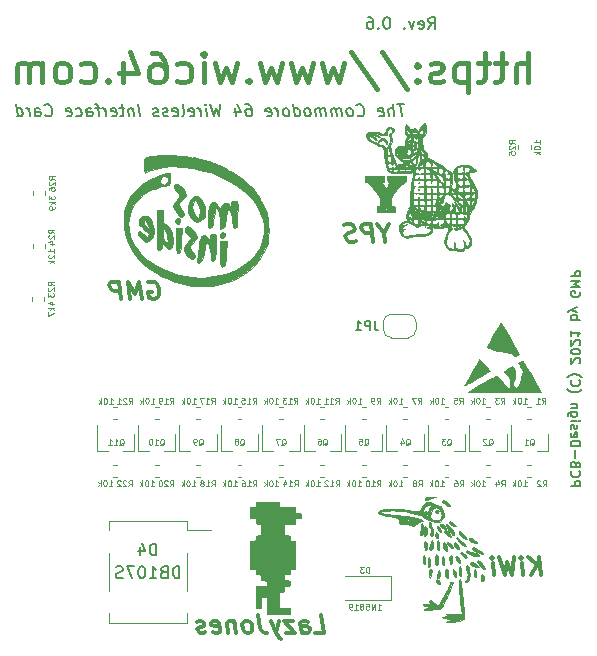
<source format=gbo>
G04 #@! TF.GenerationSoftware,KiCad,Pcbnew,5.0.2+dfsg1-1*
G04 #@! TF.CreationDate,2021-03-27T14:43:42+01:00*
G04 #@! TF.ProjectId,WiC64_Plugin,57694336-345f-4506-9c75-67696e2e6b69,v0.6*
G04 #@! TF.SameCoordinates,Original*
G04 #@! TF.FileFunction,Legend,Bot*
G04 #@! TF.FilePolarity,Positive*
%FSLAX46Y46*%
G04 Gerber Fmt 4.6, Leading zero omitted, Abs format (unit mm)*
G04 Created by KiCad (PCBNEW 5.0.2+dfsg1-1) date Sa 27 Mär 2021 14:43:42 CET*
%MOMM*%
%LPD*%
G01*
G04 APERTURE LIST*
%ADD10C,0.200000*%
%ADD11C,0.400000*%
%ADD12C,0.300000*%
%ADD13C,0.150000*%
%ADD14C,0.120000*%
%ADD15C,0.010000*%
%ADD16C,0.125000*%
G04 APERTURE END LIST*
D10*
X160498638Y-85913980D02*
X159927209Y-85913980D01*
X160337923Y-86913980D02*
X160212923Y-85913980D01*
X159718876Y-86913980D02*
X159593876Y-85913980D01*
X159290304Y-86913980D02*
X159224828Y-86390171D01*
X159260542Y-86294933D01*
X159349828Y-86247314D01*
X159492685Y-86247314D01*
X159593876Y-86294933D01*
X159647447Y-86342552D01*
X158427209Y-86866361D02*
X158528400Y-86913980D01*
X158718876Y-86913980D01*
X158808161Y-86866361D01*
X158843876Y-86771123D01*
X158796257Y-86390171D01*
X158736733Y-86294933D01*
X158635542Y-86247314D01*
X158445066Y-86247314D01*
X158355780Y-86294933D01*
X158320066Y-86390171D01*
X158331971Y-86485409D01*
X158820066Y-86580647D01*
X156611733Y-86818742D02*
X156665304Y-86866361D01*
X156814114Y-86913980D01*
X156909352Y-86913980D01*
X157046257Y-86866361D01*
X157129590Y-86771123D01*
X157165304Y-86675885D01*
X157189114Y-86485409D01*
X157171257Y-86342552D01*
X157099828Y-86152076D01*
X157040304Y-86056838D01*
X156933161Y-85961600D01*
X156784352Y-85913980D01*
X156689114Y-85913980D01*
X156552209Y-85961600D01*
X156510542Y-86009219D01*
X156052209Y-86913980D02*
X156141495Y-86866361D01*
X156183161Y-86818742D01*
X156218876Y-86723504D01*
X156183161Y-86437790D01*
X156123638Y-86342552D01*
X156070066Y-86294933D01*
X155968876Y-86247314D01*
X155826019Y-86247314D01*
X155736733Y-86294933D01*
X155695066Y-86342552D01*
X155659352Y-86437790D01*
X155695066Y-86723504D01*
X155754590Y-86818742D01*
X155808161Y-86866361D01*
X155909352Y-86913980D01*
X156052209Y-86913980D01*
X155290304Y-86913980D02*
X155206971Y-86247314D01*
X155218876Y-86342552D02*
X155165304Y-86294933D01*
X155064114Y-86247314D01*
X154921257Y-86247314D01*
X154831971Y-86294933D01*
X154796257Y-86390171D01*
X154861733Y-86913980D01*
X154796257Y-86390171D02*
X154736733Y-86294933D01*
X154635542Y-86247314D01*
X154492685Y-86247314D01*
X154403400Y-86294933D01*
X154367685Y-86390171D01*
X154433161Y-86913980D01*
X153956971Y-86913980D02*
X153873638Y-86247314D01*
X153885542Y-86342552D02*
X153831971Y-86294933D01*
X153730780Y-86247314D01*
X153587923Y-86247314D01*
X153498638Y-86294933D01*
X153462923Y-86390171D01*
X153528400Y-86913980D01*
X153462923Y-86390171D02*
X153403400Y-86294933D01*
X153302209Y-86247314D01*
X153159352Y-86247314D01*
X153070066Y-86294933D01*
X153034352Y-86390171D01*
X153099828Y-86913980D01*
X152480780Y-86913980D02*
X152570066Y-86866361D01*
X152611733Y-86818742D01*
X152647447Y-86723504D01*
X152611733Y-86437790D01*
X152552209Y-86342552D01*
X152498638Y-86294933D01*
X152397447Y-86247314D01*
X152254590Y-86247314D01*
X152165304Y-86294933D01*
X152123638Y-86342552D01*
X152087923Y-86437790D01*
X152123638Y-86723504D01*
X152183161Y-86818742D01*
X152236733Y-86866361D01*
X152337923Y-86913980D01*
X152480780Y-86913980D01*
X151290304Y-86913980D02*
X151165304Y-85913980D01*
X151284352Y-86866361D02*
X151385542Y-86913980D01*
X151576019Y-86913980D01*
X151665304Y-86866361D01*
X151706971Y-86818742D01*
X151742685Y-86723504D01*
X151706971Y-86437790D01*
X151647447Y-86342552D01*
X151593876Y-86294933D01*
X151492685Y-86247314D01*
X151302209Y-86247314D01*
X151212923Y-86294933D01*
X150671257Y-86913980D02*
X150760542Y-86866361D01*
X150802209Y-86818742D01*
X150837923Y-86723504D01*
X150802209Y-86437790D01*
X150742685Y-86342552D01*
X150689114Y-86294933D01*
X150587923Y-86247314D01*
X150445066Y-86247314D01*
X150355780Y-86294933D01*
X150314114Y-86342552D01*
X150278400Y-86437790D01*
X150314114Y-86723504D01*
X150373638Y-86818742D01*
X150427209Y-86866361D01*
X150528400Y-86913980D01*
X150671257Y-86913980D01*
X149909352Y-86913980D02*
X149826019Y-86247314D01*
X149849828Y-86437790D02*
X149790304Y-86342552D01*
X149736733Y-86294933D01*
X149635542Y-86247314D01*
X149540304Y-86247314D01*
X148903400Y-86866361D02*
X149004590Y-86913980D01*
X149195066Y-86913980D01*
X149284352Y-86866361D01*
X149320066Y-86771123D01*
X149272447Y-86390171D01*
X149212923Y-86294933D01*
X149111733Y-86247314D01*
X148921257Y-86247314D01*
X148831971Y-86294933D01*
X148796257Y-86390171D01*
X148808161Y-86485409D01*
X149296257Y-86580647D01*
X147117685Y-85913980D02*
X147308161Y-85913980D01*
X147409352Y-85961600D01*
X147462923Y-86009219D01*
X147576019Y-86152076D01*
X147647447Y-86342552D01*
X147695066Y-86723504D01*
X147659352Y-86818742D01*
X147617685Y-86866361D01*
X147528400Y-86913980D01*
X147337923Y-86913980D01*
X147236733Y-86866361D01*
X147183161Y-86818742D01*
X147123638Y-86723504D01*
X147093876Y-86485409D01*
X147129590Y-86390171D01*
X147171257Y-86342552D01*
X147260542Y-86294933D01*
X147451019Y-86294933D01*
X147552209Y-86342552D01*
X147605780Y-86390171D01*
X147665304Y-86485409D01*
X146206971Y-86247314D02*
X146290304Y-86913980D01*
X146397447Y-85866361D02*
X146724828Y-86580647D01*
X146105780Y-86580647D01*
X144974828Y-85913980D02*
X144861733Y-86913980D01*
X144581971Y-86199695D01*
X144480780Y-86913980D01*
X144117685Y-85913980D01*
X143861733Y-86913980D02*
X143778400Y-86247314D01*
X143736733Y-85913980D02*
X143790304Y-85961600D01*
X143748638Y-86009219D01*
X143695066Y-85961600D01*
X143736733Y-85913980D01*
X143748638Y-86009219D01*
X143385542Y-86913980D02*
X143302209Y-86247314D01*
X143326019Y-86437790D02*
X143266495Y-86342552D01*
X143212923Y-86294933D01*
X143111733Y-86247314D01*
X143016495Y-86247314D01*
X142379590Y-86866361D02*
X142480780Y-86913980D01*
X142671257Y-86913980D01*
X142760542Y-86866361D01*
X142796257Y-86771123D01*
X142748638Y-86390171D01*
X142689114Y-86294933D01*
X142587923Y-86247314D01*
X142397447Y-86247314D01*
X142308161Y-86294933D01*
X142272447Y-86390171D01*
X142284352Y-86485409D01*
X142772447Y-86580647D01*
X141766495Y-86913980D02*
X141855780Y-86866361D01*
X141891495Y-86771123D01*
X141784352Y-85913980D01*
X140998638Y-86866361D02*
X141099828Y-86913980D01*
X141290304Y-86913980D01*
X141379590Y-86866361D01*
X141415304Y-86771123D01*
X141367685Y-86390171D01*
X141308161Y-86294933D01*
X141206971Y-86247314D01*
X141016495Y-86247314D01*
X140927209Y-86294933D01*
X140891495Y-86390171D01*
X140903400Y-86485409D01*
X141391495Y-86580647D01*
X140570066Y-86866361D02*
X140480780Y-86913980D01*
X140290304Y-86913980D01*
X140189114Y-86866361D01*
X140129590Y-86771123D01*
X140123638Y-86723504D01*
X140159352Y-86628266D01*
X140248638Y-86580647D01*
X140391495Y-86580647D01*
X140480780Y-86533028D01*
X140516495Y-86437790D01*
X140510542Y-86390171D01*
X140451019Y-86294933D01*
X140349828Y-86247314D01*
X140206971Y-86247314D01*
X140117685Y-86294933D01*
X139760542Y-86866361D02*
X139671257Y-86913980D01*
X139480780Y-86913980D01*
X139379590Y-86866361D01*
X139320066Y-86771123D01*
X139314114Y-86723504D01*
X139349828Y-86628266D01*
X139439114Y-86580647D01*
X139581971Y-86580647D01*
X139671257Y-86533028D01*
X139706971Y-86437790D01*
X139701019Y-86390171D01*
X139641495Y-86294933D01*
X139540304Y-86247314D01*
X139397447Y-86247314D01*
X139308161Y-86294933D01*
X138147447Y-86913980D02*
X138022447Y-85913980D01*
X137587923Y-86247314D02*
X137671257Y-86913980D01*
X137599828Y-86342552D02*
X137546257Y-86294933D01*
X137445066Y-86247314D01*
X137302209Y-86247314D01*
X137212923Y-86294933D01*
X137177209Y-86390171D01*
X137242685Y-86913980D01*
X136826019Y-86247314D02*
X136445066Y-86247314D01*
X136641495Y-85913980D02*
X136748638Y-86771123D01*
X136712923Y-86866361D01*
X136623638Y-86913980D01*
X136528400Y-86913980D01*
X135808161Y-86866361D02*
X135909352Y-86913980D01*
X136099828Y-86913980D01*
X136189114Y-86866361D01*
X136224828Y-86771123D01*
X136177209Y-86390171D01*
X136117685Y-86294933D01*
X136016495Y-86247314D01*
X135826019Y-86247314D01*
X135736733Y-86294933D01*
X135701019Y-86390171D01*
X135712923Y-86485409D01*
X136201019Y-86580647D01*
X135337923Y-86913980D02*
X135254590Y-86247314D01*
X135278400Y-86437790D02*
X135218876Y-86342552D01*
X135165304Y-86294933D01*
X135064114Y-86247314D01*
X134968876Y-86247314D01*
X134778400Y-86247314D02*
X134397447Y-86247314D01*
X134718876Y-86913980D02*
X134611733Y-86056838D01*
X134552209Y-85961600D01*
X134451019Y-85913980D01*
X134355780Y-85913980D01*
X133718876Y-86913980D02*
X133653400Y-86390171D01*
X133689114Y-86294933D01*
X133778400Y-86247314D01*
X133968876Y-86247314D01*
X134070066Y-86294933D01*
X133712923Y-86866361D02*
X133814114Y-86913980D01*
X134052209Y-86913980D01*
X134141495Y-86866361D01*
X134177209Y-86771123D01*
X134165304Y-86675885D01*
X134105780Y-86580647D01*
X134004590Y-86533028D01*
X133766495Y-86533028D01*
X133665304Y-86485409D01*
X132808161Y-86866361D02*
X132909352Y-86913980D01*
X133099828Y-86913980D01*
X133189114Y-86866361D01*
X133230780Y-86818742D01*
X133266495Y-86723504D01*
X133230780Y-86437790D01*
X133171257Y-86342552D01*
X133117685Y-86294933D01*
X133016495Y-86247314D01*
X132826019Y-86247314D01*
X132736733Y-86294933D01*
X131998638Y-86866361D02*
X132099828Y-86913980D01*
X132290304Y-86913980D01*
X132379590Y-86866361D01*
X132415304Y-86771123D01*
X132367685Y-86390171D01*
X132308161Y-86294933D01*
X132206971Y-86247314D01*
X132016495Y-86247314D01*
X131927209Y-86294933D01*
X131891495Y-86390171D01*
X131903400Y-86485409D01*
X132391495Y-86580647D01*
X130183161Y-86818742D02*
X130236733Y-86866361D01*
X130385542Y-86913980D01*
X130480780Y-86913980D01*
X130617685Y-86866361D01*
X130701019Y-86771123D01*
X130736733Y-86675885D01*
X130760542Y-86485409D01*
X130742685Y-86342552D01*
X130671257Y-86152076D01*
X130611733Y-86056838D01*
X130504590Y-85961600D01*
X130355780Y-85913980D01*
X130260542Y-85913980D01*
X130123638Y-85961600D01*
X130081971Y-86009219D01*
X129337923Y-86913980D02*
X129272447Y-86390171D01*
X129308161Y-86294933D01*
X129397447Y-86247314D01*
X129587923Y-86247314D01*
X129689114Y-86294933D01*
X129331971Y-86866361D02*
X129433161Y-86913980D01*
X129671257Y-86913980D01*
X129760542Y-86866361D01*
X129796257Y-86771123D01*
X129784352Y-86675885D01*
X129724828Y-86580647D01*
X129623638Y-86533028D01*
X129385542Y-86533028D01*
X129284352Y-86485409D01*
X128861733Y-86913980D02*
X128778400Y-86247314D01*
X128802209Y-86437790D02*
X128742685Y-86342552D01*
X128689114Y-86294933D01*
X128587923Y-86247314D01*
X128492685Y-86247314D01*
X127814114Y-86913980D02*
X127689114Y-85913980D01*
X127808161Y-86866361D02*
X127909352Y-86913980D01*
X128099828Y-86913980D01*
X128189114Y-86866361D01*
X128230780Y-86818742D01*
X128266495Y-86723504D01*
X128230780Y-86437790D01*
X128171257Y-86342552D01*
X128117685Y-86294933D01*
X128016495Y-86247314D01*
X127826019Y-86247314D01*
X127736733Y-86294933D01*
D11*
X171069466Y-84061952D02*
X171069466Y-81561952D01*
X169998038Y-84061952D02*
X169998038Y-82752428D01*
X170117085Y-82514333D01*
X170355180Y-82395285D01*
X170712323Y-82395285D01*
X170950419Y-82514333D01*
X171069466Y-82633380D01*
X169164704Y-82395285D02*
X168212323Y-82395285D01*
X168807561Y-81561952D02*
X168807561Y-83704809D01*
X168688514Y-83942904D01*
X168450419Y-84061952D01*
X168212323Y-84061952D01*
X167736133Y-82395285D02*
X166783752Y-82395285D01*
X167378990Y-81561952D02*
X167378990Y-83704809D01*
X167259942Y-83942904D01*
X167021847Y-84061952D01*
X166783752Y-84061952D01*
X165950419Y-82395285D02*
X165950419Y-84895285D01*
X165950419Y-82514333D02*
X165712323Y-82395285D01*
X165236133Y-82395285D01*
X164998038Y-82514333D01*
X164878990Y-82633380D01*
X164759942Y-82871476D01*
X164759942Y-83585761D01*
X164878990Y-83823857D01*
X164998038Y-83942904D01*
X165236133Y-84061952D01*
X165712323Y-84061952D01*
X165950419Y-83942904D01*
X163807561Y-83942904D02*
X163569466Y-84061952D01*
X163093276Y-84061952D01*
X162855180Y-83942904D01*
X162736133Y-83704809D01*
X162736133Y-83585761D01*
X162855180Y-83347666D01*
X163093276Y-83228619D01*
X163450419Y-83228619D01*
X163688514Y-83109571D01*
X163807561Y-82871476D01*
X163807561Y-82752428D01*
X163688514Y-82514333D01*
X163450419Y-82395285D01*
X163093276Y-82395285D01*
X162855180Y-82514333D01*
X161664704Y-83823857D02*
X161545657Y-83942904D01*
X161664704Y-84061952D01*
X161783752Y-83942904D01*
X161664704Y-83823857D01*
X161664704Y-84061952D01*
X161664704Y-82514333D02*
X161545657Y-82633380D01*
X161664704Y-82752428D01*
X161783752Y-82633380D01*
X161664704Y-82514333D01*
X161664704Y-82752428D01*
X158688514Y-81442904D02*
X160831371Y-84657190D01*
X156069466Y-81442904D02*
X158212323Y-84657190D01*
X155474228Y-82395285D02*
X154998038Y-84061952D01*
X154521847Y-82871476D01*
X154045657Y-84061952D01*
X153569466Y-82395285D01*
X152855180Y-82395285D02*
X152378990Y-84061952D01*
X151902800Y-82871476D01*
X151426609Y-84061952D01*
X150950419Y-82395285D01*
X150236133Y-82395285D02*
X149759942Y-84061952D01*
X149283752Y-82871476D01*
X148807561Y-84061952D01*
X148331371Y-82395285D01*
X147378990Y-83823857D02*
X147259942Y-83942904D01*
X147378990Y-84061952D01*
X147498038Y-83942904D01*
X147378990Y-83823857D01*
X147378990Y-84061952D01*
X146426609Y-82395285D02*
X145950419Y-84061952D01*
X145474228Y-82871476D01*
X144998038Y-84061952D01*
X144521847Y-82395285D01*
X143569466Y-84061952D02*
X143569466Y-82395285D01*
X143569466Y-81561952D02*
X143688514Y-81681000D01*
X143569466Y-81800047D01*
X143450419Y-81681000D01*
X143569466Y-81561952D01*
X143569466Y-81800047D01*
X141307561Y-83942904D02*
X141545657Y-84061952D01*
X142021847Y-84061952D01*
X142259942Y-83942904D01*
X142378990Y-83823857D01*
X142498038Y-83585761D01*
X142498038Y-82871476D01*
X142378990Y-82633380D01*
X142259942Y-82514333D01*
X142021847Y-82395285D01*
X141545657Y-82395285D01*
X141307561Y-82514333D01*
X139164704Y-81561952D02*
X139640895Y-81561952D01*
X139878990Y-81681000D01*
X139998038Y-81800047D01*
X140236133Y-82157190D01*
X140355180Y-82633380D01*
X140355180Y-83585761D01*
X140236133Y-83823857D01*
X140117085Y-83942904D01*
X139878990Y-84061952D01*
X139402800Y-84061952D01*
X139164704Y-83942904D01*
X139045657Y-83823857D01*
X138926609Y-83585761D01*
X138926609Y-82990523D01*
X139045657Y-82752428D01*
X139164704Y-82633380D01*
X139402800Y-82514333D01*
X139878990Y-82514333D01*
X140117085Y-82633380D01*
X140236133Y-82752428D01*
X140355180Y-82990523D01*
X136783752Y-82395285D02*
X136783752Y-84061952D01*
X137378990Y-81442904D02*
X137974228Y-83228619D01*
X136426609Y-83228619D01*
X135474228Y-83823857D02*
X135355180Y-83942904D01*
X135474228Y-84061952D01*
X135593276Y-83942904D01*
X135474228Y-83823857D01*
X135474228Y-84061952D01*
X133212323Y-83942904D02*
X133450419Y-84061952D01*
X133926609Y-84061952D01*
X134164704Y-83942904D01*
X134283752Y-83823857D01*
X134402800Y-83585761D01*
X134402800Y-82871476D01*
X134283752Y-82633380D01*
X134164704Y-82514333D01*
X133926609Y-82395285D01*
X133450419Y-82395285D01*
X133212323Y-82514333D01*
X131783752Y-84061952D02*
X132021847Y-83942904D01*
X132140895Y-83823857D01*
X132259942Y-83585761D01*
X132259942Y-82871476D01*
X132140895Y-82633380D01*
X132021847Y-82514333D01*
X131783752Y-82395285D01*
X131426609Y-82395285D01*
X131188514Y-82514333D01*
X131069466Y-82633380D01*
X130950419Y-82871476D01*
X130950419Y-83585761D01*
X131069466Y-83823857D01*
X131188514Y-83942904D01*
X131426609Y-84061952D01*
X131783752Y-84061952D01*
X129878990Y-84061952D02*
X129878990Y-82395285D01*
X129878990Y-82633380D02*
X129759942Y-82514333D01*
X129521847Y-82395285D01*
X129164704Y-82395285D01*
X128926609Y-82514333D01*
X128807561Y-82752428D01*
X128807561Y-84061952D01*
X128807561Y-82752428D02*
X128688514Y-82514333D01*
X128450419Y-82395285D01*
X128093276Y-82395285D01*
X127855180Y-82514333D01*
X127736133Y-82752428D01*
X127736133Y-84061952D01*
D10*
X162608923Y-79522580D02*
X162942257Y-79046390D01*
X163180352Y-79522580D02*
X163180352Y-78522580D01*
X162799400Y-78522580D01*
X162704161Y-78570200D01*
X162656542Y-78617819D01*
X162608923Y-78713057D01*
X162608923Y-78855914D01*
X162656542Y-78951152D01*
X162704161Y-78998771D01*
X162799400Y-79046390D01*
X163180352Y-79046390D01*
X161799400Y-79474961D02*
X161894638Y-79522580D01*
X162085114Y-79522580D01*
X162180352Y-79474961D01*
X162227971Y-79379723D01*
X162227971Y-78998771D01*
X162180352Y-78903533D01*
X162085114Y-78855914D01*
X161894638Y-78855914D01*
X161799400Y-78903533D01*
X161751780Y-78998771D01*
X161751780Y-79094009D01*
X162227971Y-79189247D01*
X161418447Y-78855914D02*
X161180352Y-79522580D01*
X160942257Y-78855914D01*
X160561304Y-79427342D02*
X160513685Y-79474961D01*
X160561304Y-79522580D01*
X160608923Y-79474961D01*
X160561304Y-79427342D01*
X160561304Y-79522580D01*
X159132733Y-78522580D02*
X159037495Y-78522580D01*
X158942257Y-78570200D01*
X158894638Y-78617819D01*
X158847019Y-78713057D01*
X158799400Y-78903533D01*
X158799400Y-79141628D01*
X158847019Y-79332104D01*
X158894638Y-79427342D01*
X158942257Y-79474961D01*
X159037495Y-79522580D01*
X159132733Y-79522580D01*
X159227971Y-79474961D01*
X159275590Y-79427342D01*
X159323209Y-79332104D01*
X159370828Y-79141628D01*
X159370828Y-78903533D01*
X159323209Y-78713057D01*
X159275590Y-78617819D01*
X159227971Y-78570200D01*
X159132733Y-78522580D01*
X158370828Y-79427342D02*
X158323209Y-79474961D01*
X158370828Y-79522580D01*
X158418447Y-79474961D01*
X158370828Y-79427342D01*
X158370828Y-79522580D01*
X157466066Y-78522580D02*
X157656542Y-78522580D01*
X157751780Y-78570200D01*
X157799400Y-78617819D01*
X157894638Y-78760676D01*
X157942257Y-78951152D01*
X157942257Y-79332104D01*
X157894638Y-79427342D01*
X157847019Y-79474961D01*
X157751780Y-79522580D01*
X157561304Y-79522580D01*
X157466066Y-79474961D01*
X157418447Y-79427342D01*
X157370828Y-79332104D01*
X157370828Y-79094009D01*
X157418447Y-78998771D01*
X157466066Y-78951152D01*
X157561304Y-78903533D01*
X157751780Y-78903533D01*
X157847019Y-78951152D01*
X157894638Y-78998771D01*
X157942257Y-79094009D01*
D12*
X138859785Y-100989700D02*
X138993714Y-100918271D01*
X139208000Y-100918271D01*
X139431214Y-100989700D01*
X139591928Y-101132557D01*
X139681214Y-101275414D01*
X139788357Y-101561128D01*
X139815142Y-101775414D01*
X139779428Y-102061128D01*
X139725857Y-102203985D01*
X139600857Y-102346842D01*
X139395500Y-102418271D01*
X139252642Y-102418271D01*
X139029428Y-102346842D01*
X138949071Y-102275414D01*
X138886571Y-101775414D01*
X139172285Y-101775414D01*
X138324071Y-102418271D02*
X138136571Y-100918271D01*
X137770500Y-101989700D01*
X137136571Y-100918271D01*
X137324071Y-102418271D01*
X136609785Y-102418271D02*
X136422285Y-100918271D01*
X135850857Y-100918271D01*
X135716928Y-100989700D01*
X135654428Y-101061128D01*
X135600857Y-101203985D01*
X135627642Y-101418271D01*
X135716928Y-101561128D01*
X135797285Y-101632557D01*
X135949071Y-101703985D01*
X136520500Y-101703985D01*
X158833271Y-96814485D02*
X158922557Y-97528771D01*
X159235057Y-96028771D02*
X158833271Y-96814485D01*
X158235057Y-96028771D01*
X157922557Y-97528771D02*
X157735057Y-96028771D01*
X157163628Y-96028771D01*
X157029700Y-96100200D01*
X156967200Y-96171628D01*
X156913628Y-96314485D01*
X156940414Y-96528771D01*
X157029700Y-96671628D01*
X157110057Y-96743057D01*
X157261842Y-96814485D01*
X157833271Y-96814485D01*
X156485057Y-97457342D02*
X156279700Y-97528771D01*
X155922557Y-97528771D01*
X155770771Y-97457342D01*
X155690414Y-97385914D01*
X155601128Y-97243057D01*
X155583271Y-97100200D01*
X155636842Y-96957342D01*
X155699342Y-96885914D01*
X155833271Y-96814485D01*
X156110057Y-96743057D01*
X156243985Y-96671628D01*
X156306485Y-96600200D01*
X156360057Y-96457342D01*
X156342200Y-96314485D01*
X156252914Y-96171628D01*
X156172557Y-96100200D01*
X156020771Y-96028771D01*
X155663628Y-96028771D01*
X155458271Y-96100200D01*
X153012700Y-130650371D02*
X153726985Y-130650371D01*
X153539485Y-129150371D01*
X151869842Y-130650371D02*
X151771628Y-129864657D01*
X151825200Y-129721800D01*
X151959128Y-129650371D01*
X152244842Y-129650371D01*
X152396628Y-129721800D01*
X151860914Y-130578942D02*
X152012700Y-130650371D01*
X152369842Y-130650371D01*
X152503771Y-130578942D01*
X152557342Y-130436085D01*
X152539485Y-130293228D01*
X152450200Y-130150371D01*
X152298414Y-130078942D01*
X151941271Y-130078942D01*
X151789485Y-130007514D01*
X151173414Y-129650371D02*
X150387700Y-129650371D01*
X151298414Y-130650371D01*
X150512700Y-130650371D01*
X149959128Y-129650371D02*
X149726985Y-130650371D01*
X149244842Y-129650371D02*
X149726985Y-130650371D01*
X149914485Y-131007514D01*
X149994842Y-131078942D01*
X150146628Y-131150371D01*
X148182342Y-129150371D02*
X148316271Y-130221800D01*
X148414485Y-130436085D01*
X148575200Y-130578942D01*
X148798414Y-130650371D01*
X148941271Y-130650371D01*
X147441271Y-130650371D02*
X147575200Y-130578942D01*
X147637700Y-130507514D01*
X147691271Y-130364657D01*
X147637700Y-129936085D01*
X147548414Y-129793228D01*
X147468057Y-129721800D01*
X147316271Y-129650371D01*
X147101985Y-129650371D01*
X146968057Y-129721800D01*
X146905557Y-129793228D01*
X146851985Y-129936085D01*
X146905557Y-130364657D01*
X146994842Y-130507514D01*
X147075200Y-130578942D01*
X147226985Y-130650371D01*
X147441271Y-130650371D01*
X146173414Y-129650371D02*
X146298414Y-130650371D01*
X146191271Y-129793228D02*
X146110914Y-129721800D01*
X145959128Y-129650371D01*
X145744842Y-129650371D01*
X145610914Y-129721800D01*
X145557342Y-129864657D01*
X145655557Y-130650371D01*
X144360914Y-130578942D02*
X144512700Y-130650371D01*
X144798414Y-130650371D01*
X144932342Y-130578942D01*
X144985914Y-130436085D01*
X144914485Y-129864657D01*
X144825200Y-129721800D01*
X144673414Y-129650371D01*
X144387700Y-129650371D01*
X144253771Y-129721800D01*
X144200200Y-129864657D01*
X144218057Y-130007514D01*
X144950200Y-130150371D01*
X143718057Y-130578942D02*
X143584128Y-130650371D01*
X143298414Y-130650371D01*
X143146628Y-130578942D01*
X143057342Y-130436085D01*
X143048414Y-130364657D01*
X143101985Y-130221800D01*
X143235914Y-130150371D01*
X143450200Y-130150371D01*
X143584128Y-130078942D01*
X143637700Y-129936085D01*
X143628771Y-129864657D01*
X143539485Y-129721800D01*
X143387700Y-129650371D01*
X143173414Y-129650371D01*
X143039485Y-129721800D01*
X172122557Y-125735471D02*
X171935057Y-124235471D01*
X171265414Y-125735471D02*
X171801128Y-124878328D01*
X171077914Y-124235471D02*
X172042200Y-125092614D01*
X170622557Y-125735471D02*
X170497557Y-124735471D01*
X170435057Y-124235471D02*
X170515414Y-124306900D01*
X170452914Y-124378328D01*
X170372557Y-124306900D01*
X170435057Y-124235471D01*
X170452914Y-124378328D01*
X169863628Y-124235471D02*
X169693985Y-125735471D01*
X169274342Y-124664042D01*
X169122557Y-125735471D01*
X168577914Y-124235471D01*
X168193985Y-125735471D02*
X168068985Y-124735471D01*
X168006485Y-124235471D02*
X168086842Y-124306900D01*
X168024342Y-124378328D01*
X167943985Y-124306900D01*
X168006485Y-124235471D01*
X168024342Y-124378328D01*
D13*
X174669495Y-118229514D02*
X175469495Y-118229514D01*
X175469495Y-117924752D01*
X175431400Y-117848561D01*
X175393304Y-117810466D01*
X175317114Y-117772371D01*
X175202828Y-117772371D01*
X175126638Y-117810466D01*
X175088542Y-117848561D01*
X175050447Y-117924752D01*
X175050447Y-118229514D01*
X174745685Y-116972371D02*
X174707590Y-117010466D01*
X174669495Y-117124752D01*
X174669495Y-117200942D01*
X174707590Y-117315228D01*
X174783780Y-117391419D01*
X174859971Y-117429514D01*
X175012352Y-117467609D01*
X175126638Y-117467609D01*
X175279019Y-117429514D01*
X175355209Y-117391419D01*
X175431400Y-117315228D01*
X175469495Y-117200942D01*
X175469495Y-117124752D01*
X175431400Y-117010466D01*
X175393304Y-116972371D01*
X175088542Y-116362847D02*
X175050447Y-116248561D01*
X175012352Y-116210466D01*
X174936161Y-116172371D01*
X174821876Y-116172371D01*
X174745685Y-116210466D01*
X174707590Y-116248561D01*
X174669495Y-116324752D01*
X174669495Y-116629514D01*
X175469495Y-116629514D01*
X175469495Y-116362847D01*
X175431400Y-116286657D01*
X175393304Y-116248561D01*
X175317114Y-116210466D01*
X175240923Y-116210466D01*
X175164733Y-116248561D01*
X175126638Y-116286657D01*
X175088542Y-116362847D01*
X175088542Y-116629514D01*
X174974257Y-115829514D02*
X174974257Y-115219990D01*
X174669495Y-114839038D02*
X175469495Y-114839038D01*
X175469495Y-114648561D01*
X175431400Y-114534276D01*
X175355209Y-114458085D01*
X175279019Y-114419990D01*
X175126638Y-114381895D01*
X175012352Y-114381895D01*
X174859971Y-114419990D01*
X174783780Y-114458085D01*
X174707590Y-114534276D01*
X174669495Y-114648561D01*
X174669495Y-114839038D01*
X174707590Y-113734276D02*
X174669495Y-113810466D01*
X174669495Y-113962847D01*
X174707590Y-114039038D01*
X174783780Y-114077133D01*
X175088542Y-114077133D01*
X175164733Y-114039038D01*
X175202828Y-113962847D01*
X175202828Y-113810466D01*
X175164733Y-113734276D01*
X175088542Y-113696180D01*
X175012352Y-113696180D01*
X174936161Y-114077133D01*
X174707590Y-113391419D02*
X174669495Y-113315228D01*
X174669495Y-113162847D01*
X174707590Y-113086657D01*
X174783780Y-113048561D01*
X174821876Y-113048561D01*
X174898066Y-113086657D01*
X174936161Y-113162847D01*
X174936161Y-113277133D01*
X174974257Y-113353323D01*
X175050447Y-113391419D01*
X175088542Y-113391419D01*
X175164733Y-113353323D01*
X175202828Y-113277133D01*
X175202828Y-113162847D01*
X175164733Y-113086657D01*
X174669495Y-112705704D02*
X175202828Y-112705704D01*
X175469495Y-112705704D02*
X175431400Y-112743800D01*
X175393304Y-112705704D01*
X175431400Y-112667609D01*
X175469495Y-112705704D01*
X175393304Y-112705704D01*
X175202828Y-111981895D02*
X174555209Y-111981895D01*
X174479019Y-112019990D01*
X174440923Y-112058085D01*
X174402828Y-112134276D01*
X174402828Y-112248561D01*
X174440923Y-112324752D01*
X174707590Y-111981895D02*
X174669495Y-112058085D01*
X174669495Y-112210466D01*
X174707590Y-112286657D01*
X174745685Y-112324752D01*
X174821876Y-112362847D01*
X175050447Y-112362847D01*
X175126638Y-112324752D01*
X175164733Y-112286657D01*
X175202828Y-112210466D01*
X175202828Y-112058085D01*
X175164733Y-111981895D01*
X175202828Y-111600942D02*
X174669495Y-111600942D01*
X175126638Y-111600942D02*
X175164733Y-111562847D01*
X175202828Y-111486657D01*
X175202828Y-111372371D01*
X175164733Y-111296180D01*
X175088542Y-111258085D01*
X174669495Y-111258085D01*
X174364733Y-110039038D02*
X174402828Y-110077133D01*
X174517114Y-110153323D01*
X174593304Y-110191419D01*
X174707590Y-110229514D01*
X174898066Y-110267609D01*
X175050447Y-110267609D01*
X175240923Y-110229514D01*
X175355209Y-110191419D01*
X175431400Y-110153323D01*
X175545685Y-110077133D01*
X175583780Y-110039038D01*
X174745685Y-109277133D02*
X174707590Y-109315228D01*
X174669495Y-109429514D01*
X174669495Y-109505704D01*
X174707590Y-109619990D01*
X174783780Y-109696180D01*
X174859971Y-109734276D01*
X175012352Y-109772371D01*
X175126638Y-109772371D01*
X175279019Y-109734276D01*
X175355209Y-109696180D01*
X175431400Y-109619990D01*
X175469495Y-109505704D01*
X175469495Y-109429514D01*
X175431400Y-109315228D01*
X175393304Y-109277133D01*
X174364733Y-109010466D02*
X174402828Y-108972371D01*
X174517114Y-108896180D01*
X174593304Y-108858085D01*
X174707590Y-108819990D01*
X174898066Y-108781895D01*
X175050447Y-108781895D01*
X175240923Y-108819990D01*
X175355209Y-108858085D01*
X175431400Y-108896180D01*
X175545685Y-108972371D01*
X175583780Y-109010466D01*
X175393304Y-107829514D02*
X175431400Y-107791419D01*
X175469495Y-107715228D01*
X175469495Y-107524752D01*
X175431400Y-107448561D01*
X175393304Y-107410466D01*
X175317114Y-107372371D01*
X175240923Y-107372371D01*
X175126638Y-107410466D01*
X174669495Y-107867609D01*
X174669495Y-107372371D01*
X175469495Y-106877133D02*
X175469495Y-106800942D01*
X175431400Y-106724752D01*
X175393304Y-106686657D01*
X175317114Y-106648561D01*
X175164733Y-106610466D01*
X174974257Y-106610466D01*
X174821876Y-106648561D01*
X174745685Y-106686657D01*
X174707590Y-106724752D01*
X174669495Y-106800942D01*
X174669495Y-106877133D01*
X174707590Y-106953323D01*
X174745685Y-106991419D01*
X174821876Y-107029514D01*
X174974257Y-107067609D01*
X175164733Y-107067609D01*
X175317114Y-107029514D01*
X175393304Y-106991419D01*
X175431400Y-106953323D01*
X175469495Y-106877133D01*
X175393304Y-106305704D02*
X175431400Y-106267609D01*
X175469495Y-106191419D01*
X175469495Y-106000942D01*
X175431400Y-105924752D01*
X175393304Y-105886657D01*
X175317114Y-105848561D01*
X175240923Y-105848561D01*
X175126638Y-105886657D01*
X174669495Y-106343800D01*
X174669495Y-105848561D01*
X174669495Y-105086657D02*
X174669495Y-105543800D01*
X174669495Y-105315228D02*
X175469495Y-105315228D01*
X175355209Y-105391419D01*
X175279019Y-105467609D01*
X175240923Y-105543800D01*
X174669495Y-104134276D02*
X175469495Y-104134276D01*
X175164733Y-104134276D02*
X175202828Y-104058085D01*
X175202828Y-103905704D01*
X175164733Y-103829514D01*
X175126638Y-103791419D01*
X175050447Y-103753323D01*
X174821876Y-103753323D01*
X174745685Y-103791419D01*
X174707590Y-103829514D01*
X174669495Y-103905704D01*
X174669495Y-104058085D01*
X174707590Y-104134276D01*
X175202828Y-103486657D02*
X174669495Y-103296180D01*
X175202828Y-103105704D02*
X174669495Y-103296180D01*
X174479019Y-103372371D01*
X174440923Y-103410466D01*
X174402828Y-103486657D01*
X175431400Y-101772371D02*
X175469495Y-101848561D01*
X175469495Y-101962847D01*
X175431400Y-102077133D01*
X175355209Y-102153323D01*
X175279019Y-102191419D01*
X175126638Y-102229514D01*
X175012352Y-102229514D01*
X174859971Y-102191419D01*
X174783780Y-102153323D01*
X174707590Y-102077133D01*
X174669495Y-101962847D01*
X174669495Y-101886657D01*
X174707590Y-101772371D01*
X174745685Y-101734276D01*
X175012352Y-101734276D01*
X175012352Y-101886657D01*
X174669495Y-101391419D02*
X175469495Y-101391419D01*
X174898066Y-101124752D01*
X175469495Y-100858085D01*
X174669495Y-100858085D01*
X174669495Y-100477133D02*
X175469495Y-100477133D01*
X175469495Y-100172371D01*
X175431400Y-100096180D01*
X175393304Y-100058085D01*
X175317114Y-100019990D01*
X175202828Y-100019990D01*
X175126638Y-100058085D01*
X175088542Y-100096180D01*
X175050447Y-100172371D01*
X175050447Y-100477133D01*
D14*
G04 #@! TO.C,JP1*
X160872400Y-105673400D02*
G75*
G03X161572400Y-104973400I0J700000D01*
G01*
X161572400Y-104373400D02*
G75*
G03X160872400Y-103673400I-700000J0D01*
G01*
X159472400Y-103673400D02*
G75*
G03X158772400Y-104373400I0J-700000D01*
G01*
X158772400Y-104973400D02*
G75*
G03X159472400Y-105673400I700000J0D01*
G01*
X158772400Y-104373400D02*
X158772400Y-104973400D01*
X160872400Y-103673400D02*
X159472400Y-103673400D01*
X161572400Y-104973400D02*
X161572400Y-104373400D01*
X159472400Y-105673400D02*
X160872400Y-105673400D01*
G04 #@! TO.C,Q11*
X137673200Y-115263200D02*
X136743200Y-115263200D01*
X134513200Y-115263200D02*
X135443200Y-115263200D01*
X134513200Y-115263200D02*
X134513200Y-113103200D01*
X137673200Y-115263200D02*
X137673200Y-113803200D01*
G04 #@! TO.C,Q3*
X165714800Y-115263200D02*
X165714800Y-113803200D01*
X162554800Y-115263200D02*
X162554800Y-113103200D01*
X162554800Y-115263200D02*
X163484800Y-115263200D01*
X165714800Y-115263200D02*
X164784800Y-115263200D01*
G04 #@! TO.C,D3*
X159450600Y-125873000D02*
X159450600Y-127873000D01*
X159450600Y-127873000D02*
X155550600Y-127873000D01*
X159450600Y-125873000D02*
X155550600Y-125873000D01*
G04 #@! TO.C,Q4*
X162209600Y-115263200D02*
X161279600Y-115263200D01*
X159049600Y-115263200D02*
X159979600Y-115263200D01*
X159049600Y-115263200D02*
X159049600Y-113103200D01*
X162209600Y-115263200D02*
X162209600Y-113803200D01*
G04 #@! TO.C,Q1*
X172725200Y-115263200D02*
X172725200Y-113803200D01*
X169565200Y-115263200D02*
X169565200Y-113103200D01*
X169565200Y-115263200D02*
X170495200Y-115263200D01*
X172725200Y-115263200D02*
X171795200Y-115263200D01*
G04 #@! TO.C,Q5*
X158704400Y-115263200D02*
X157774400Y-115263200D01*
X155544400Y-115263200D02*
X156474400Y-115263200D01*
X155544400Y-115263200D02*
X155544400Y-113103200D01*
X158704400Y-115263200D02*
X158704400Y-113803200D01*
G04 #@! TO.C,Q2*
X169220000Y-115263200D02*
X169220000Y-113803200D01*
X166060000Y-115263200D02*
X166060000Y-113103200D01*
X166060000Y-115263200D02*
X166990000Y-115263200D01*
X169220000Y-115263200D02*
X168290000Y-115263200D01*
G04 #@! TO.C,Q6*
X155199200Y-115263200D02*
X154269200Y-115263200D01*
X152039200Y-115263200D02*
X152969200Y-115263200D01*
X152039200Y-115263200D02*
X152039200Y-113103200D01*
X155199200Y-115263200D02*
X155199200Y-113803200D01*
G04 #@! TO.C,Q9*
X144683600Y-115263200D02*
X143753600Y-115263200D01*
X141523600Y-115263200D02*
X142453600Y-115263200D01*
X141523600Y-115263200D02*
X141523600Y-113103200D01*
X144683600Y-115263200D02*
X144683600Y-113803200D01*
G04 #@! TO.C,Q7*
X151694000Y-115263200D02*
X151694000Y-113803200D01*
X148534000Y-115263200D02*
X148534000Y-113103200D01*
X148534000Y-115263200D02*
X149464000Y-115263200D01*
X151694000Y-115263200D02*
X150764000Y-115263200D01*
G04 #@! TO.C,Q8*
X148188800Y-115263200D02*
X148188800Y-113803200D01*
X145028800Y-115263200D02*
X145028800Y-113103200D01*
X145028800Y-115263200D02*
X145958800Y-115263200D01*
X148188800Y-115263200D02*
X147258800Y-115263200D01*
G04 #@! TO.C,Q10*
X141178400Y-115263200D02*
X140248400Y-115263200D01*
X138018400Y-115263200D02*
X138948400Y-115263200D01*
X138018400Y-115263200D02*
X138018400Y-113103200D01*
X141178400Y-115263200D02*
X141178400Y-113803200D01*
G04 #@! TO.C,D4*
X142136400Y-121201400D02*
X135536400Y-121201400D01*
X135536400Y-123901400D02*
X135536400Y-127101400D01*
X142136400Y-123901400D02*
X142136400Y-127101400D01*
X135536400Y-129801400D02*
X135536400Y-129001400D01*
X142136400Y-129801400D02*
X135536400Y-129801400D01*
X142136400Y-129001400D02*
X142136400Y-129801400D01*
X142138400Y-121183400D02*
X142138400Y-121945400D01*
X142138400Y-121945400D02*
X144170400Y-121945400D01*
X144170400Y-121945400D02*
X144170400Y-121945400D01*
X135534400Y-121945400D02*
X135534400Y-121183400D01*
X135534400Y-121183400D02*
X135534400Y-121183400D01*
G04 #@! TO.C,R1*
X170982421Y-112574800D02*
X171307979Y-112574800D01*
X170982421Y-111554800D02*
X171307979Y-111554800D01*
G04 #@! TO.C,R2*
X171307979Y-116431600D02*
X170982421Y-116431600D01*
X171307979Y-117451600D02*
X170982421Y-117451600D01*
G04 #@! TO.C,R3*
X167477221Y-112574800D02*
X167802779Y-112574800D01*
X167477221Y-111554800D02*
X167802779Y-111554800D01*
G04 #@! TO.C,R4*
X167802779Y-116431600D02*
X167477221Y-116431600D01*
X167802779Y-117451600D02*
X167477221Y-117451600D01*
G04 #@! TO.C,R5*
X163972021Y-111554800D02*
X164297579Y-111554800D01*
X163972021Y-112574800D02*
X164297579Y-112574800D01*
G04 #@! TO.C,R6*
X164297579Y-117451600D02*
X163972021Y-117451600D01*
X164297579Y-116431600D02*
X163972021Y-116431600D01*
G04 #@! TO.C,R7*
X160466821Y-111554800D02*
X160792379Y-111554800D01*
X160466821Y-112574800D02*
X160792379Y-112574800D01*
G04 #@! TO.C,R8*
X160792379Y-116431600D02*
X160466821Y-116431600D01*
X160792379Y-117451600D02*
X160466821Y-117451600D01*
G04 #@! TO.C,R9*
X156961621Y-111554800D02*
X157287179Y-111554800D01*
X156961621Y-112574800D02*
X157287179Y-112574800D01*
G04 #@! TO.C,R10*
X157287179Y-116431600D02*
X156961621Y-116431600D01*
X157287179Y-117451600D02*
X156961621Y-117451600D01*
G04 #@! TO.C,R11*
X153456421Y-112574800D02*
X153781979Y-112574800D01*
X153456421Y-111554800D02*
X153781979Y-111554800D01*
G04 #@! TO.C,R12*
X153781979Y-116431600D02*
X153456421Y-116431600D01*
X153781979Y-117451600D02*
X153456421Y-117451600D01*
G04 #@! TO.C,R13*
X149951221Y-111554800D02*
X150276779Y-111554800D01*
X149951221Y-112574800D02*
X150276779Y-112574800D01*
G04 #@! TO.C,R14*
X150276779Y-117451600D02*
X149951221Y-117451600D01*
X150276779Y-116431600D02*
X149951221Y-116431600D01*
G04 #@! TO.C,R15*
X146446021Y-112574800D02*
X146771579Y-112574800D01*
X146446021Y-111554800D02*
X146771579Y-111554800D01*
G04 #@! TO.C,R16*
X146771579Y-117451600D02*
X146446021Y-117451600D01*
X146771579Y-116431600D02*
X146446021Y-116431600D01*
G04 #@! TO.C,R17*
X142940821Y-112574800D02*
X143266379Y-112574800D01*
X142940821Y-111554800D02*
X143266379Y-111554800D01*
G04 #@! TO.C,R18*
X143266379Y-117451600D02*
X142940821Y-117451600D01*
X143266379Y-116431600D02*
X142940821Y-116431600D01*
G04 #@! TO.C,R19*
X139435621Y-112574800D02*
X139761179Y-112574800D01*
X139435621Y-111554800D02*
X139761179Y-111554800D01*
G04 #@! TO.C,R20*
X139761179Y-117451600D02*
X139435621Y-117451600D01*
X139761179Y-116431600D02*
X139435621Y-116431600D01*
G04 #@! TO.C,R21*
X135930421Y-112574800D02*
X136255979Y-112574800D01*
X135930421Y-111554800D02*
X136255979Y-111554800D01*
G04 #@! TO.C,R22*
X136255979Y-117451600D02*
X135930421Y-117451600D01*
X136255979Y-116431600D02*
X135930421Y-116431600D01*
G04 #@! TO.C,R23*
X129055400Y-102550179D02*
X129055400Y-102224621D01*
X130075400Y-102550179D02*
X130075400Y-102224621D01*
G04 #@! TO.C,R24*
X130126200Y-98105179D02*
X130126200Y-97779621D01*
X129106200Y-98105179D02*
X129106200Y-97779621D01*
G04 #@! TO.C,R25*
X170228800Y-89397621D02*
X170228800Y-89723179D01*
X171248800Y-89397621D02*
X171248800Y-89723179D01*
G04 #@! TO.C,R26*
X130151600Y-93558579D02*
X130151600Y-93233021D01*
X129131600Y-93558579D02*
X129131600Y-93233021D01*
D15*
G04 #@! TO.C,G\002A\002A\002A*
G36*
X141159902Y-92683576D02*
X141091501Y-92778468D01*
X141081783Y-92944983D01*
X141133793Y-93139138D01*
X141221232Y-93288647D01*
X141291453Y-93328066D01*
X141388812Y-93396635D01*
X141472927Y-93531951D01*
X141516303Y-93678690D01*
X141470060Y-93805105D01*
X141311588Y-93971494D01*
X141306248Y-93976451D01*
X141076815Y-94269379D01*
X141014127Y-94572958D01*
X141118147Y-94894276D01*
X141300505Y-95145453D01*
X141519760Y-95361278D01*
X141687222Y-95435247D01*
X141829834Y-95375421D01*
X141882787Y-95319676D01*
X141926741Y-95218468D01*
X141886303Y-95082680D01*
X141747400Y-94869611D01*
X141723821Y-94837330D01*
X141574381Y-94617194D01*
X141479201Y-94444454D01*
X141461067Y-94385299D01*
X141519825Y-94276819D01*
X141668518Y-94111274D01*
X141757400Y-94028203D01*
X141937991Y-93831098D01*
X142042684Y-93644147D01*
X142053734Y-93585087D01*
X142004752Y-93335464D01*
X141877128Y-93093194D01*
X141699847Y-92882574D01*
X141501893Y-92727900D01*
X141312250Y-92653468D01*
X141159902Y-92683576D01*
X141159902Y-92683576D01*
G37*
X141159902Y-92683576D02*
X141091501Y-92778468D01*
X141081783Y-92944983D01*
X141133793Y-93139138D01*
X141221232Y-93288647D01*
X141291453Y-93328066D01*
X141388812Y-93396635D01*
X141472927Y-93531951D01*
X141516303Y-93678690D01*
X141470060Y-93805105D01*
X141311588Y-93971494D01*
X141306248Y-93976451D01*
X141076815Y-94269379D01*
X141014127Y-94572958D01*
X141118147Y-94894276D01*
X141300505Y-95145453D01*
X141519760Y-95361278D01*
X141687222Y-95435247D01*
X141829834Y-95375421D01*
X141882787Y-95319676D01*
X141926741Y-95218468D01*
X141886303Y-95082680D01*
X141747400Y-94869611D01*
X141723821Y-94837330D01*
X141574381Y-94617194D01*
X141479201Y-94444454D01*
X141461067Y-94385299D01*
X141519825Y-94276819D01*
X141668518Y-94111274D01*
X141757400Y-94028203D01*
X141937991Y-93831098D01*
X142042684Y-93644147D01*
X142053734Y-93585087D01*
X142004752Y-93335464D01*
X141877128Y-93093194D01*
X141699847Y-92882574D01*
X141501893Y-92727900D01*
X141312250Y-92653468D01*
X141159902Y-92683576D01*
G36*
X142771277Y-93705669D02*
X142575117Y-93843344D01*
X142411461Y-94120136D01*
X142362198Y-94239946D01*
X142240401Y-94655290D01*
X142240280Y-94993884D01*
X142367869Y-95302676D01*
X142525998Y-95514160D01*
X142789884Y-95766095D01*
X143030322Y-95860321D01*
X143273501Y-95801021D01*
X143466350Y-95664444D01*
X143608002Y-95518980D01*
X143677963Y-95357652D01*
X143696235Y-95149191D01*
X143243774Y-95149191D01*
X143222458Y-95379888D01*
X143160726Y-95513189D01*
X143118151Y-95529400D01*
X143039161Y-95473493D01*
X142897302Y-95335525D01*
X142864466Y-95300637D01*
X142648973Y-94973872D01*
X142599105Y-94626206D01*
X142686431Y-94294186D01*
X142820729Y-93972765D01*
X143001348Y-94153384D01*
X143103461Y-94323195D01*
X143180452Y-94575797D01*
X143228498Y-94866145D01*
X143243774Y-95149191D01*
X143696235Y-95149191D01*
X143699210Y-95115258D01*
X143699423Y-95003092D01*
X143654162Y-94583840D01*
X143537145Y-94207790D01*
X143366242Y-93910022D01*
X143159329Y-93725614D01*
X143027400Y-93684170D01*
X142771277Y-93705669D01*
X142771277Y-93705669D01*
G37*
X142771277Y-93705669D02*
X142575117Y-93843344D01*
X142411461Y-94120136D01*
X142362198Y-94239946D01*
X142240401Y-94655290D01*
X142240280Y-94993884D01*
X142367869Y-95302676D01*
X142525998Y-95514160D01*
X142789884Y-95766095D01*
X143030322Y-95860321D01*
X143273501Y-95801021D01*
X143466350Y-95664444D01*
X143608002Y-95518980D01*
X143677963Y-95357652D01*
X143696235Y-95149191D01*
X143243774Y-95149191D01*
X143222458Y-95379888D01*
X143160726Y-95513189D01*
X143118151Y-95529400D01*
X143039161Y-95473493D01*
X142897302Y-95335525D01*
X142864466Y-95300637D01*
X142648973Y-94973872D01*
X142599105Y-94626206D01*
X142686431Y-94294186D01*
X142820729Y-93972765D01*
X143001348Y-94153384D01*
X143103461Y-94323195D01*
X143180452Y-94575797D01*
X143228498Y-94866145D01*
X143243774Y-95149191D01*
X143696235Y-95149191D01*
X143699210Y-95115258D01*
X143699423Y-95003092D01*
X143654162Y-94583840D01*
X143537145Y-94207790D01*
X143366242Y-93910022D01*
X143159329Y-93725614D01*
X143027400Y-93684170D01*
X142771277Y-93705669D01*
G36*
X141215973Y-95645668D02*
X141157737Y-95803752D01*
X141203930Y-95948908D01*
X141315737Y-96033521D01*
X141454343Y-96009975D01*
X141489289Y-95980955D01*
X141533839Y-95859805D01*
X141545734Y-95726955D01*
X141493054Y-95567365D01*
X141366335Y-95537796D01*
X141215973Y-95645668D01*
X141215973Y-95645668D01*
G37*
X141215973Y-95645668D02*
X141157737Y-95803752D01*
X141203930Y-95948908D01*
X141315737Y-96033521D01*
X141454343Y-96009975D01*
X141489289Y-95980955D01*
X141533839Y-95859805D01*
X141545734Y-95726955D01*
X141493054Y-95567365D01*
X141366335Y-95537796D01*
X141215973Y-95645668D01*
G36*
X146268358Y-94091363D02*
X146009770Y-94136713D01*
X145891096Y-94273470D01*
X145898369Y-94483145D01*
X145955923Y-94725066D01*
X145749766Y-94472628D01*
X145597612Y-94310881D01*
X145468072Y-94265032D01*
X145305143Y-94304054D01*
X145092091Y-94449397D01*
X145012899Y-94598826D01*
X144974736Y-94722407D01*
X144932309Y-94728291D01*
X144857776Y-94602333D01*
X144803080Y-94492233D01*
X144645570Y-94255758D01*
X144476823Y-94174934D01*
X144467235Y-94174733D01*
X144290082Y-94193282D01*
X144162841Y-94265518D01*
X144074892Y-94416321D01*
X144015615Y-94670574D01*
X143974392Y-95053159D01*
X143952319Y-95381233D01*
X143929835Y-95835798D01*
X143929809Y-96141822D01*
X143958209Y-96319292D01*
X144021003Y-96388194D01*
X144124158Y-96368517D01*
X144229349Y-96309086D01*
X144280655Y-96262745D01*
X144321895Y-96177345D01*
X144361079Y-96020773D01*
X144406220Y-95760916D01*
X144465331Y-95365663D01*
X144466144Y-95360066D01*
X144510444Y-95088811D01*
X144554977Y-94867120D01*
X144567762Y-94816812D01*
X144609042Y-94715678D01*
X144670066Y-94736218D01*
X144771361Y-94859146D01*
X144855664Y-95009761D01*
X144905090Y-95219024D01*
X144927223Y-95529980D01*
X144930518Y-95762233D01*
X144938456Y-96080623D01*
X144957960Y-96320414D01*
X144985355Y-96442888D01*
X144995900Y-96450911D01*
X145126374Y-96422497D01*
X145199482Y-96403927D01*
X145280483Y-96336317D01*
X145347612Y-96164186D01*
X145409381Y-95861332D01*
X145438847Y-95667344D01*
X145492289Y-95331302D01*
X145546784Y-95054911D01*
X145592691Y-94885370D01*
X145603217Y-94862610D01*
X145686499Y-94821205D01*
X145779147Y-94921077D01*
X145869649Y-95135463D01*
X145946493Y-95437599D01*
X145995727Y-95775082D01*
X146031163Y-96090289D01*
X146069108Y-96270575D01*
X146123497Y-96349969D01*
X146208262Y-96362498D01*
X146234940Y-96359298D01*
X146307692Y-96340073D01*
X146358403Y-96288499D01*
X146391919Y-96177168D01*
X146413082Y-95978673D01*
X146426734Y-95665604D01*
X146437691Y-95211900D01*
X146446428Y-94758335D01*
X146447458Y-94447246D01*
X146436729Y-94251818D01*
X146410187Y-94145232D01*
X146363781Y-94100672D01*
X146293457Y-94091320D01*
X146268358Y-94091363D01*
X146268358Y-94091363D01*
G37*
X146268358Y-94091363D02*
X146009770Y-94136713D01*
X145891096Y-94273470D01*
X145898369Y-94483145D01*
X145955923Y-94725066D01*
X145749766Y-94472628D01*
X145597612Y-94310881D01*
X145468072Y-94265032D01*
X145305143Y-94304054D01*
X145092091Y-94449397D01*
X145012899Y-94598826D01*
X144974736Y-94722407D01*
X144932309Y-94728291D01*
X144857776Y-94602333D01*
X144803080Y-94492233D01*
X144645570Y-94255758D01*
X144476823Y-94174934D01*
X144467235Y-94174733D01*
X144290082Y-94193282D01*
X144162841Y-94265518D01*
X144074892Y-94416321D01*
X144015615Y-94670574D01*
X143974392Y-95053159D01*
X143952319Y-95381233D01*
X143929835Y-95835798D01*
X143929809Y-96141822D01*
X143958209Y-96319292D01*
X144021003Y-96388194D01*
X144124158Y-96368517D01*
X144229349Y-96309086D01*
X144280655Y-96262745D01*
X144321895Y-96177345D01*
X144361079Y-96020773D01*
X144406220Y-95760916D01*
X144465331Y-95365663D01*
X144466144Y-95360066D01*
X144510444Y-95088811D01*
X144554977Y-94867120D01*
X144567762Y-94816812D01*
X144609042Y-94715678D01*
X144670066Y-94736218D01*
X144771361Y-94859146D01*
X144855664Y-95009761D01*
X144905090Y-95219024D01*
X144927223Y-95529980D01*
X144930518Y-95762233D01*
X144938456Y-96080623D01*
X144957960Y-96320414D01*
X144985355Y-96442888D01*
X144995900Y-96450911D01*
X145126374Y-96422497D01*
X145199482Y-96403927D01*
X145280483Y-96336317D01*
X145347612Y-96164186D01*
X145409381Y-95861332D01*
X145438847Y-95667344D01*
X145492289Y-95331302D01*
X145546784Y-95054911D01*
X145592691Y-94885370D01*
X145603217Y-94862610D01*
X145686499Y-94821205D01*
X145779147Y-94921077D01*
X145869649Y-95135463D01*
X145946493Y-95437599D01*
X145995727Y-95775082D01*
X146031163Y-96090289D01*
X146069108Y-96270575D01*
X146123497Y-96349969D01*
X146208262Y-96362498D01*
X146234940Y-96359298D01*
X146307692Y-96340073D01*
X146358403Y-96288499D01*
X146391919Y-96177168D01*
X146413082Y-95978673D01*
X146426734Y-95665604D01*
X146437691Y-95211900D01*
X146446428Y-94758335D01*
X146447458Y-94447246D01*
X146436729Y-94251818D01*
X146410187Y-94145232D01*
X146363781Y-94100672D01*
X146293457Y-94091320D01*
X146268358Y-94091363D01*
G36*
X145106558Y-96761303D02*
X145056289Y-96808558D01*
X144978488Y-96966158D01*
X145000390Y-97126494D01*
X145107188Y-97218641D01*
X145142759Y-97222733D01*
X145281952Y-97163340D01*
X145359260Y-97091484D01*
X145421273Y-96966803D01*
X145350177Y-96842881D01*
X145327294Y-96819341D01*
X145206326Y-96725616D01*
X145106558Y-96761303D01*
X145106558Y-96761303D01*
G37*
X145106558Y-96761303D02*
X145056289Y-96808558D01*
X144978488Y-96966158D01*
X145000390Y-97126494D01*
X145107188Y-97218641D01*
X145142759Y-97222733D01*
X145281952Y-97163340D01*
X145359260Y-97091484D01*
X145421273Y-96966803D01*
X145350177Y-96842881D01*
X145327294Y-96819341D01*
X145206326Y-96725616D01*
X145106558Y-96761303D01*
G36*
X138413325Y-95385245D02*
X138259244Y-95480530D01*
X138209445Y-95543607D01*
X138106487Y-95753376D01*
X138074400Y-95913398D01*
X138142540Y-96097789D01*
X138319077Y-96315130D01*
X138562193Y-96520215D01*
X138730567Y-96622700D01*
X138891881Y-96790052D01*
X138921067Y-96929378D01*
X138878939Y-97097411D01*
X138762573Y-97123306D01*
X138587000Y-97008823D01*
X138461297Y-96875633D01*
X138277270Y-96713365D01*
X138114290Y-96662425D01*
X138009391Y-96726983D01*
X137989734Y-96822530D01*
X138047166Y-96958229D01*
X138189499Y-97147810D01*
X138371787Y-97343202D01*
X138549085Y-97496337D01*
X138676447Y-97559147D01*
X138678486Y-97559147D01*
X138827915Y-97515366D01*
X139025949Y-97413133D01*
X139027543Y-97412147D01*
X139210030Y-97258082D01*
X139315482Y-97096900D01*
X139366758Y-96724677D01*
X139333849Y-96394513D01*
X138918392Y-96394513D01*
X138878433Y-96426274D01*
X138784811Y-96352626D01*
X138669662Y-96214149D01*
X138565123Y-96051421D01*
X138503329Y-95905020D01*
X138497734Y-95863345D01*
X138535931Y-95728379D01*
X138586721Y-95698733D01*
X138670317Y-95769774D01*
X138772379Y-95942082D01*
X138863724Y-96154433D01*
X138915167Y-96345603D01*
X138918392Y-96394513D01*
X139333849Y-96394513D01*
X139323656Y-96292259D01*
X139194981Y-95873713D01*
X139161507Y-95801712D01*
X139029299Y-95562219D01*
X138907749Y-95438043D01*
X138746121Y-95386688D01*
X138653945Y-95376602D01*
X138413325Y-95385245D01*
X138413325Y-95385245D01*
G37*
X138413325Y-95385245D02*
X138259244Y-95480530D01*
X138209445Y-95543607D01*
X138106487Y-95753376D01*
X138074400Y-95913398D01*
X138142540Y-96097789D01*
X138319077Y-96315130D01*
X138562193Y-96520215D01*
X138730567Y-96622700D01*
X138891881Y-96790052D01*
X138921067Y-96929378D01*
X138878939Y-97097411D01*
X138762573Y-97123306D01*
X138587000Y-97008823D01*
X138461297Y-96875633D01*
X138277270Y-96713365D01*
X138114290Y-96662425D01*
X138009391Y-96726983D01*
X137989734Y-96822530D01*
X138047166Y-96958229D01*
X138189499Y-97147810D01*
X138371787Y-97343202D01*
X138549085Y-97496337D01*
X138676447Y-97559147D01*
X138678486Y-97559147D01*
X138827915Y-97515366D01*
X139025949Y-97413133D01*
X139027543Y-97412147D01*
X139210030Y-97258082D01*
X139315482Y-97096900D01*
X139366758Y-96724677D01*
X139333849Y-96394513D01*
X138918392Y-96394513D01*
X138878433Y-96426274D01*
X138784811Y-96352626D01*
X138669662Y-96214149D01*
X138565123Y-96051421D01*
X138503329Y-95905020D01*
X138497734Y-95863345D01*
X138535931Y-95728379D01*
X138586721Y-95698733D01*
X138670317Y-95769774D01*
X138772379Y-95942082D01*
X138863724Y-96154433D01*
X138915167Y-96345603D01*
X138918392Y-96394513D01*
X139333849Y-96394513D01*
X139323656Y-96292259D01*
X139194981Y-95873713D01*
X139161507Y-95801712D01*
X139029299Y-95562219D01*
X138907749Y-95438043D01*
X138746121Y-95386688D01*
X138653945Y-95376602D01*
X138413325Y-95385245D01*
G36*
X139623597Y-96543330D02*
X139625566Y-97061052D01*
X139631987Y-97517737D01*
X139642113Y-97887589D01*
X139655193Y-98144810D01*
X139670478Y-98263605D01*
X139673699Y-98268466D01*
X139791243Y-98273528D01*
X139873567Y-98259962D01*
X139993744Y-98154749D01*
X140021734Y-97978525D01*
X140038487Y-97787282D01*
X140099869Y-97748124D01*
X140222563Y-97858813D01*
X140290860Y-97942400D01*
X140456221Y-98092349D01*
X140617567Y-98154066D01*
X140793232Y-98082411D01*
X140904345Y-97890126D01*
X140955325Y-97611235D01*
X140953528Y-97485507D01*
X140520798Y-97485507D01*
X140492831Y-97624250D01*
X140458812Y-97646066D01*
X140348130Y-97581920D01*
X140230661Y-97442100D01*
X140135051Y-97169464D01*
X140122875Y-96785934D01*
X140148734Y-96333733D01*
X140299621Y-96555857D01*
X140390599Y-96746725D01*
X140462546Y-96997872D01*
X140508324Y-97260424D01*
X140520798Y-97485507D01*
X140953528Y-97485507D01*
X140950586Y-97279760D01*
X140894547Y-96929724D01*
X140791623Y-96595150D01*
X140646231Y-96310061D01*
X140462788Y-96108479D01*
X140343684Y-96044259D01*
X140205449Y-95988314D01*
X140132057Y-95912912D01*
X140106963Y-95772465D01*
X140113620Y-95521380D01*
X140118925Y-95424958D01*
X140148734Y-94894400D01*
X139625196Y-94843336D01*
X139623597Y-96543330D01*
X139623597Y-96543330D01*
G37*
X139623597Y-96543330D02*
X139625566Y-97061052D01*
X139631987Y-97517737D01*
X139642113Y-97887589D01*
X139655193Y-98144810D01*
X139670478Y-98263605D01*
X139673699Y-98268466D01*
X139791243Y-98273528D01*
X139873567Y-98259962D01*
X139993744Y-98154749D01*
X140021734Y-97978525D01*
X140038487Y-97787282D01*
X140099869Y-97748124D01*
X140222563Y-97858813D01*
X140290860Y-97942400D01*
X140456221Y-98092349D01*
X140617567Y-98154066D01*
X140793232Y-98082411D01*
X140904345Y-97890126D01*
X140955325Y-97611235D01*
X140953528Y-97485507D01*
X140520798Y-97485507D01*
X140492831Y-97624250D01*
X140458812Y-97646066D01*
X140348130Y-97581920D01*
X140230661Y-97442100D01*
X140135051Y-97169464D01*
X140122875Y-96785934D01*
X140148734Y-96333733D01*
X140299621Y-96555857D01*
X140390599Y-96746725D01*
X140462546Y-96997872D01*
X140508324Y-97260424D01*
X140520798Y-97485507D01*
X140953528Y-97485507D01*
X140950586Y-97279760D01*
X140894547Y-96929724D01*
X140791623Y-96595150D01*
X140646231Y-96310061D01*
X140462788Y-96108479D01*
X140343684Y-96044259D01*
X140205449Y-95988314D01*
X140132057Y-95912912D01*
X140106963Y-95772465D01*
X140113620Y-95521380D01*
X140118925Y-95424958D01*
X140148734Y-94894400D01*
X139625196Y-94843336D01*
X139623597Y-96543330D01*
G36*
X141238611Y-97413233D02*
X141255194Y-97812155D01*
X141269639Y-98143541D01*
X141280449Y-98374156D01*
X141286128Y-98470765D01*
X141286270Y-98471566D01*
X141361845Y-98496487D01*
X141493479Y-98473685D01*
X141578713Y-98423201D01*
X141600422Y-98315588D01*
X141627244Y-98075140D01*
X141655678Y-97738137D01*
X141680802Y-97364868D01*
X141739918Y-96376066D01*
X141196415Y-96376066D01*
X141238611Y-97413233D01*
X141238611Y-97413233D01*
G37*
X141238611Y-97413233D02*
X141255194Y-97812155D01*
X141269639Y-98143541D01*
X141280449Y-98374156D01*
X141286128Y-98470765D01*
X141286270Y-98471566D01*
X141361845Y-98496487D01*
X141493479Y-98473685D01*
X141578713Y-98423201D01*
X141600422Y-98315588D01*
X141627244Y-98075140D01*
X141655678Y-97738137D01*
X141680802Y-97364868D01*
X141739918Y-96376066D01*
X141196415Y-96376066D01*
X141238611Y-97413233D01*
G36*
X142113471Y-96296869D02*
X142082794Y-96337567D01*
X141983524Y-96530538D01*
X142012043Y-96702801D01*
X142178852Y-96899442D01*
X142223067Y-96939742D01*
X142384242Y-97101997D01*
X142471800Y-97226425D01*
X142477067Y-97247633D01*
X142424353Y-97352283D01*
X142289420Y-97531197D01*
X142180734Y-97657215D01*
X141977885Y-97910655D01*
X141896503Y-98111352D01*
X141923609Y-98309504D01*
X141979647Y-98434799D01*
X142179896Y-98738668D01*
X142397226Y-98929133D01*
X142606312Y-98991993D01*
X142781830Y-98913047D01*
X142798788Y-98894151D01*
X142823168Y-98778887D01*
X142737774Y-98596109D01*
X142639822Y-98455735D01*
X142494355Y-98239504D01*
X142405401Y-98066541D01*
X142392400Y-98014037D01*
X142450799Y-97895604D01*
X142598680Y-97721680D01*
X142688734Y-97634515D01*
X142866205Y-97440953D01*
X142972036Y-97263600D01*
X142985067Y-97204924D01*
X142912404Y-96914372D01*
X142717028Y-96613690D01*
X142472046Y-96384885D01*
X142292210Y-96260740D01*
X142191065Y-96233636D01*
X142113471Y-96296869D01*
X142113471Y-96296869D01*
G37*
X142113471Y-96296869D02*
X142082794Y-96337567D01*
X141983524Y-96530538D01*
X142012043Y-96702801D01*
X142178852Y-96899442D01*
X142223067Y-96939742D01*
X142384242Y-97101997D01*
X142471800Y-97226425D01*
X142477067Y-97247633D01*
X142424353Y-97352283D01*
X142289420Y-97531197D01*
X142180734Y-97657215D01*
X141977885Y-97910655D01*
X141896503Y-98111352D01*
X141923609Y-98309504D01*
X141979647Y-98434799D01*
X142179896Y-98738668D01*
X142397226Y-98929133D01*
X142606312Y-98991993D01*
X142781830Y-98913047D01*
X142798788Y-98894151D01*
X142823168Y-98778887D01*
X142737774Y-98596109D01*
X142639822Y-98455735D01*
X142494355Y-98239504D01*
X142405401Y-98066541D01*
X142392400Y-98014037D01*
X142450799Y-97895604D01*
X142598680Y-97721680D01*
X142688734Y-97634515D01*
X142866205Y-97440953D01*
X142972036Y-97263600D01*
X142985067Y-97204924D01*
X142912404Y-96914372D01*
X142717028Y-96613690D01*
X142472046Y-96384885D01*
X142292210Y-96260740D01*
X142191065Y-96233636D01*
X142113471Y-96296869D01*
G36*
X144301343Y-96917844D02*
X144131529Y-97010020D01*
X144085734Y-97186734D01*
X144085734Y-97401509D01*
X143890273Y-97174272D01*
X143715889Y-97018307D01*
X143552505Y-96994678D01*
X143509470Y-97005860D01*
X143425033Y-97038144D01*
X143363405Y-97091643D01*
X143315316Y-97195526D01*
X143271498Y-97378962D01*
X143222682Y-97671119D01*
X143159601Y-98101166D01*
X143158078Y-98111733D01*
X143105120Y-98472816D01*
X143054960Y-98803822D01*
X143017322Y-99040757D01*
X143013356Y-99064233D01*
X143019446Y-99274003D01*
X143116248Y-99348392D01*
X143280682Y-99277424D01*
X143354604Y-99211768D01*
X143429839Y-99069480D01*
X143510900Y-98811377D01*
X143581848Y-98489570D01*
X143590224Y-98441463D01*
X143654535Y-98114241D01*
X143724848Y-97842375D01*
X143787321Y-97678285D01*
X143794788Y-97666713D01*
X143860149Y-97613557D01*
X143922611Y-97670646D01*
X144002126Y-97861424D01*
X144030882Y-97944101D01*
X144117337Y-98286239D01*
X144166280Y-98651366D01*
X144170400Y-98761815D01*
X144192582Y-99037914D01*
X144266715Y-99162251D01*
X144404180Y-99147464D01*
X144479694Y-99105270D01*
X144517031Y-99002822D01*
X144550913Y-98771466D01*
X144579598Y-98451619D01*
X144601346Y-98083697D01*
X144614418Y-97708116D01*
X144617072Y-97365293D01*
X144607568Y-97095645D01*
X144584166Y-96939588D01*
X144573769Y-96920546D01*
X144457712Y-96896353D01*
X144301343Y-96917844D01*
X144301343Y-96917844D01*
G37*
X144301343Y-96917844D02*
X144131529Y-97010020D01*
X144085734Y-97186734D01*
X144085734Y-97401509D01*
X143890273Y-97174272D01*
X143715889Y-97018307D01*
X143552505Y-96994678D01*
X143509470Y-97005860D01*
X143425033Y-97038144D01*
X143363405Y-97091643D01*
X143315316Y-97195526D01*
X143271498Y-97378962D01*
X143222682Y-97671119D01*
X143159601Y-98101166D01*
X143158078Y-98111733D01*
X143105120Y-98472816D01*
X143054960Y-98803822D01*
X143017322Y-99040757D01*
X143013356Y-99064233D01*
X143019446Y-99274003D01*
X143116248Y-99348392D01*
X143280682Y-99277424D01*
X143354604Y-99211768D01*
X143429839Y-99069480D01*
X143510900Y-98811377D01*
X143581848Y-98489570D01*
X143590224Y-98441463D01*
X143654535Y-98114241D01*
X143724848Y-97842375D01*
X143787321Y-97678285D01*
X143794788Y-97666713D01*
X143860149Y-97613557D01*
X143922611Y-97670646D01*
X144002126Y-97861424D01*
X144030882Y-97944101D01*
X144117337Y-98286239D01*
X144166280Y-98651366D01*
X144170400Y-98761815D01*
X144192582Y-99037914D01*
X144266715Y-99162251D01*
X144404180Y-99147464D01*
X144479694Y-99105270D01*
X144517031Y-99002822D01*
X144550913Y-98771466D01*
X144579598Y-98451619D01*
X144601346Y-98083697D01*
X144614418Y-97708116D01*
X144617072Y-97365293D01*
X144607568Y-97095645D01*
X144584166Y-96939588D01*
X144573769Y-96920546D01*
X144457712Y-96896353D01*
X144301343Y-96917844D01*
G36*
X144947516Y-98549274D02*
X144964746Y-99032249D01*
X144991797Y-99364176D01*
X145034692Y-99563298D01*
X145099454Y-99647857D01*
X145192104Y-99636097D01*
X145285621Y-99573374D01*
X145349252Y-99482593D01*
X145397021Y-99308624D01*
X145433342Y-99025031D01*
X145462627Y-98605379D01*
X145469592Y-98471566D01*
X145518857Y-97476733D01*
X144920299Y-97476733D01*
X144947516Y-98549274D01*
X144947516Y-98549274D01*
G37*
X144947516Y-98549274D02*
X144964746Y-99032249D01*
X144991797Y-99364176D01*
X145034692Y-99563298D01*
X145099454Y-99647857D01*
X145192104Y-99636097D01*
X145285621Y-99573374D01*
X145349252Y-99482593D01*
X145397021Y-99308624D01*
X145433342Y-99025031D01*
X145462627Y-98605379D01*
X145469592Y-98471566D01*
X145518857Y-97476733D01*
X144920299Y-97476733D01*
X144947516Y-98549274D01*
G36*
X140174221Y-90235046D02*
X139754276Y-90243593D01*
X139401017Y-90260276D01*
X139147573Y-90285306D01*
X139027074Y-90318893D01*
X139023841Y-90322400D01*
X138900419Y-90387563D01*
X138751734Y-90407066D01*
X138620678Y-90423488D01*
X138557223Y-90502968D01*
X138535311Y-90690830D01*
X138532683Y-90788066D01*
X138537084Y-91095594D01*
X138557225Y-91383476D01*
X138564395Y-91440954D01*
X138603492Y-91712841D01*
X138868113Y-91574548D01*
X139441900Y-91353485D01*
X140134319Y-91218249D01*
X140918358Y-91168279D01*
X141767010Y-91203015D01*
X142653264Y-91321899D01*
X143550110Y-91524370D01*
X144071986Y-91682377D01*
X144896633Y-92001532D01*
X145693801Y-92393763D01*
X146425115Y-92836561D01*
X147052203Y-93307419D01*
X147403598Y-93636422D01*
X147732971Y-94040500D01*
X148059905Y-94545146D01*
X148345203Y-95085632D01*
X148494203Y-95437344D01*
X148653412Y-96088511D01*
X148671398Y-96774359D01*
X148555884Y-97456789D01*
X148314590Y-98097701D01*
X147955238Y-98658993D01*
X147807726Y-98824730D01*
X147102092Y-99433487D01*
X146301863Y-99914684D01*
X145425337Y-100266977D01*
X144490810Y-100489016D01*
X143516578Y-100579456D01*
X142520938Y-100536950D01*
X141522187Y-100360150D01*
X140538621Y-100047710D01*
X139588536Y-99598284D01*
X139332482Y-99448616D01*
X138719047Y-99021846D01*
X138233435Y-98557426D01*
X137834199Y-98013146D01*
X137703979Y-97790146D01*
X137381283Y-97063326D01*
X137225864Y-96352018D01*
X137210432Y-96011468D01*
X137232032Y-95558769D01*
X137297297Y-95200629D01*
X137425937Y-94863976D01*
X137613650Y-94516467D01*
X137791760Y-94254889D01*
X138017994Y-93980518D01*
X138258817Y-93727600D01*
X138480691Y-93530378D01*
X138650078Y-93423098D01*
X138694281Y-93413033D01*
X138804544Y-93359208D01*
X138890702Y-93285860D01*
X139070496Y-93171064D01*
X139244488Y-93111412D01*
X139466566Y-93049475D01*
X139603448Y-92993634D01*
X139757217Y-92937863D01*
X140011199Y-92869603D01*
X140204710Y-92826022D01*
X140673924Y-92728614D01*
X140684583Y-92373376D01*
X140559308Y-92373376D01*
X140470191Y-92561727D01*
X140288656Y-92700877D01*
X140206668Y-92728715D01*
X140120569Y-92699336D01*
X140016168Y-92647754D01*
X139871731Y-92496171D01*
X139851074Y-92302815D01*
X139936576Y-92119083D01*
X140110619Y-91996368D01*
X140247355Y-91973400D01*
X140450369Y-92033184D01*
X140553527Y-92181852D01*
X140559308Y-92373376D01*
X140684583Y-92373376D01*
X140689286Y-92216667D01*
X140704647Y-91704719D01*
X140426691Y-91760354D01*
X139751754Y-91943288D01*
X139101733Y-92205937D01*
X138863795Y-92329274D01*
X138664227Y-92449740D01*
X138474955Y-92587637D01*
X138267868Y-92768104D01*
X138014855Y-93016280D01*
X137687805Y-93357302D01*
X137548747Y-93505273D01*
X137370219Y-93752501D01*
X137181086Y-94106117D01*
X137010349Y-94507873D01*
X136926779Y-94754498D01*
X136865918Y-95048489D01*
X136822576Y-95432953D01*
X136800140Y-95844380D01*
X136801996Y-96219257D01*
X136831528Y-96494072D01*
X136833562Y-96503066D01*
X136881983Y-96711889D01*
X136931281Y-96926400D01*
X136993293Y-97110485D01*
X137112723Y-97398610D01*
X137269636Y-97744182D01*
X137372840Y-97958414D01*
X137792004Y-98670733D01*
X138292024Y-99285671D01*
X138849257Y-99777548D01*
X139305360Y-100057737D01*
X139585455Y-100203447D01*
X139816220Y-100333282D01*
X139937304Y-100411751D01*
X140117118Y-100516566D01*
X140415444Y-100651314D01*
X140788016Y-100799261D01*
X141190571Y-100943674D01*
X141578843Y-101067822D01*
X141896016Y-101152170D01*
X142616051Y-101266714D01*
X143403659Y-101311422D01*
X144170280Y-101281994D01*
X144297400Y-101268703D01*
X145267263Y-101082483D01*
X146161882Y-100763206D01*
X146967787Y-100320720D01*
X147671508Y-99764875D01*
X148259576Y-99105519D01*
X148718520Y-98352503D01*
X148914422Y-97892710D01*
X149003684Y-97539776D01*
X149057448Y-97095728D01*
X149077374Y-96599858D01*
X149065123Y-96091459D01*
X149022353Y-95609824D01*
X148950725Y-95194245D01*
X148851898Y-94884013D01*
X148782413Y-94767400D01*
X148676277Y-94586318D01*
X148615588Y-94428733D01*
X148522567Y-94218837D01*
X148375633Y-93980559D01*
X148351574Y-93947549D01*
X148222278Y-93753801D01*
X148153278Y-93609293D01*
X148149734Y-93587715D01*
X148088641Y-93500984D01*
X148065067Y-93497400D01*
X147982854Y-93433678D01*
X147980401Y-93413701D01*
X147914653Y-93263154D01*
X147728171Y-93032525D01*
X147437092Y-92741429D01*
X147395864Y-92703332D01*
X147174143Y-92497634D01*
X146973438Y-92307632D01*
X146927703Y-92263391D01*
X146694027Y-92062358D01*
X146417235Y-91863286D01*
X146138177Y-91690873D01*
X145897702Y-91569816D01*
X145736658Y-91524814D01*
X145712595Y-91528712D01*
X145625953Y-91534287D01*
X145631984Y-91497894D01*
X145588911Y-91421744D01*
X145414822Y-91307129D01*
X145140144Y-91166673D01*
X144795304Y-91012999D01*
X144410730Y-90858729D01*
X144016848Y-90716486D01*
X143644087Y-90598894D01*
X143322872Y-90518575D01*
X143231771Y-90502150D01*
X142986705Y-90455218D01*
X142798256Y-90404708D01*
X142787271Y-90400673D01*
X142666916Y-90401743D01*
X142645104Y-90461508D01*
X142626515Y-90526790D01*
X142565041Y-90451851D01*
X142470812Y-90374853D01*
X142425961Y-90387617D01*
X142321399Y-90391671D01*
X142239027Y-90342832D01*
X142114692Y-90306983D01*
X141858264Y-90278008D01*
X141502874Y-90256116D01*
X141081650Y-90241518D01*
X140627723Y-90234424D01*
X140174221Y-90235046D01*
X140174221Y-90235046D01*
G37*
X140174221Y-90235046D02*
X139754276Y-90243593D01*
X139401017Y-90260276D01*
X139147573Y-90285306D01*
X139027074Y-90318893D01*
X139023841Y-90322400D01*
X138900419Y-90387563D01*
X138751734Y-90407066D01*
X138620678Y-90423488D01*
X138557223Y-90502968D01*
X138535311Y-90690830D01*
X138532683Y-90788066D01*
X138537084Y-91095594D01*
X138557225Y-91383476D01*
X138564395Y-91440954D01*
X138603492Y-91712841D01*
X138868113Y-91574548D01*
X139441900Y-91353485D01*
X140134319Y-91218249D01*
X140918358Y-91168279D01*
X141767010Y-91203015D01*
X142653264Y-91321899D01*
X143550110Y-91524370D01*
X144071986Y-91682377D01*
X144896633Y-92001532D01*
X145693801Y-92393763D01*
X146425115Y-92836561D01*
X147052203Y-93307419D01*
X147403598Y-93636422D01*
X147732971Y-94040500D01*
X148059905Y-94545146D01*
X148345203Y-95085632D01*
X148494203Y-95437344D01*
X148653412Y-96088511D01*
X148671398Y-96774359D01*
X148555884Y-97456789D01*
X148314590Y-98097701D01*
X147955238Y-98658993D01*
X147807726Y-98824730D01*
X147102092Y-99433487D01*
X146301863Y-99914684D01*
X145425337Y-100266977D01*
X144490810Y-100489016D01*
X143516578Y-100579456D01*
X142520938Y-100536950D01*
X141522187Y-100360150D01*
X140538621Y-100047710D01*
X139588536Y-99598284D01*
X139332482Y-99448616D01*
X138719047Y-99021846D01*
X138233435Y-98557426D01*
X137834199Y-98013146D01*
X137703979Y-97790146D01*
X137381283Y-97063326D01*
X137225864Y-96352018D01*
X137210432Y-96011468D01*
X137232032Y-95558769D01*
X137297297Y-95200629D01*
X137425937Y-94863976D01*
X137613650Y-94516467D01*
X137791760Y-94254889D01*
X138017994Y-93980518D01*
X138258817Y-93727600D01*
X138480691Y-93530378D01*
X138650078Y-93423098D01*
X138694281Y-93413033D01*
X138804544Y-93359208D01*
X138890702Y-93285860D01*
X139070496Y-93171064D01*
X139244488Y-93111412D01*
X139466566Y-93049475D01*
X139603448Y-92993634D01*
X139757217Y-92937863D01*
X140011199Y-92869603D01*
X140204710Y-92826022D01*
X140673924Y-92728614D01*
X140684583Y-92373376D01*
X140559308Y-92373376D01*
X140470191Y-92561727D01*
X140288656Y-92700877D01*
X140206668Y-92728715D01*
X140120569Y-92699336D01*
X140016168Y-92647754D01*
X139871731Y-92496171D01*
X139851074Y-92302815D01*
X139936576Y-92119083D01*
X140110619Y-91996368D01*
X140247355Y-91973400D01*
X140450369Y-92033184D01*
X140553527Y-92181852D01*
X140559308Y-92373376D01*
X140684583Y-92373376D01*
X140689286Y-92216667D01*
X140704647Y-91704719D01*
X140426691Y-91760354D01*
X139751754Y-91943288D01*
X139101733Y-92205937D01*
X138863795Y-92329274D01*
X138664227Y-92449740D01*
X138474955Y-92587637D01*
X138267868Y-92768104D01*
X138014855Y-93016280D01*
X137687805Y-93357302D01*
X137548747Y-93505273D01*
X137370219Y-93752501D01*
X137181086Y-94106117D01*
X137010349Y-94507873D01*
X136926779Y-94754498D01*
X136865918Y-95048489D01*
X136822576Y-95432953D01*
X136800140Y-95844380D01*
X136801996Y-96219257D01*
X136831528Y-96494072D01*
X136833562Y-96503066D01*
X136881983Y-96711889D01*
X136931281Y-96926400D01*
X136993293Y-97110485D01*
X137112723Y-97398610D01*
X137269636Y-97744182D01*
X137372840Y-97958414D01*
X137792004Y-98670733D01*
X138292024Y-99285671D01*
X138849257Y-99777548D01*
X139305360Y-100057737D01*
X139585455Y-100203447D01*
X139816220Y-100333282D01*
X139937304Y-100411751D01*
X140117118Y-100516566D01*
X140415444Y-100651314D01*
X140788016Y-100799261D01*
X141190571Y-100943674D01*
X141578843Y-101067822D01*
X141896016Y-101152170D01*
X142616051Y-101266714D01*
X143403659Y-101311422D01*
X144170280Y-101281994D01*
X144297400Y-101268703D01*
X145267263Y-101082483D01*
X146161882Y-100763206D01*
X146967787Y-100320720D01*
X147671508Y-99764875D01*
X148259576Y-99105519D01*
X148718520Y-98352503D01*
X148914422Y-97892710D01*
X149003684Y-97539776D01*
X149057448Y-97095728D01*
X149077374Y-96599858D01*
X149065123Y-96091459D01*
X149022353Y-95609824D01*
X148950725Y-95194245D01*
X148851898Y-94884013D01*
X148782413Y-94767400D01*
X148676277Y-94586318D01*
X148615588Y-94428733D01*
X148522567Y-94218837D01*
X148375633Y-93980559D01*
X148351574Y-93947549D01*
X148222278Y-93753801D01*
X148153278Y-93609293D01*
X148149734Y-93587715D01*
X148088641Y-93500984D01*
X148065067Y-93497400D01*
X147982854Y-93433678D01*
X147980401Y-93413701D01*
X147914653Y-93263154D01*
X147728171Y-93032525D01*
X147437092Y-92741429D01*
X147395864Y-92703332D01*
X147174143Y-92497634D01*
X146973438Y-92307632D01*
X146927703Y-92263391D01*
X146694027Y-92062358D01*
X146417235Y-91863286D01*
X146138177Y-91690873D01*
X145897702Y-91569816D01*
X145736658Y-91524814D01*
X145712595Y-91528712D01*
X145625953Y-91534287D01*
X145631984Y-91497894D01*
X145588911Y-91421744D01*
X145414822Y-91307129D01*
X145140144Y-91166673D01*
X144795304Y-91012999D01*
X144410730Y-90858729D01*
X144016848Y-90716486D01*
X143644087Y-90598894D01*
X143322872Y-90518575D01*
X143231771Y-90502150D01*
X142986705Y-90455218D01*
X142798256Y-90404708D01*
X142787271Y-90400673D01*
X142666916Y-90401743D01*
X142645104Y-90461508D01*
X142626515Y-90526790D01*
X142565041Y-90451851D01*
X142470812Y-90374853D01*
X142425961Y-90387617D01*
X142321399Y-90391671D01*
X142239027Y-90342832D01*
X142114692Y-90306983D01*
X141858264Y-90278008D01*
X141502874Y-90256116D01*
X141081650Y-90241518D01*
X140627723Y-90234424D01*
X140174221Y-90235046D01*
G36*
X158664169Y-88805346D02*
X158529463Y-88870511D01*
X158406223Y-88955930D01*
X158333130Y-89035990D01*
X158333517Y-89076183D01*
X158399901Y-89065221D01*
X158490375Y-89000341D01*
X158662630Y-88908290D01*
X158823291Y-88935343D01*
X158948867Y-89074161D01*
X158982272Y-89154000D01*
X159034217Y-89288885D01*
X159071492Y-89313663D01*
X159102094Y-89260166D01*
X159097717Y-89122892D01*
X159016167Y-88967069D01*
X158889578Y-88838806D01*
X158771658Y-88786051D01*
X158664169Y-88805346D01*
X158664169Y-88805346D01*
G37*
X158664169Y-88805346D02*
X158529463Y-88870511D01*
X158406223Y-88955930D01*
X158333130Y-89035990D01*
X158333517Y-89076183D01*
X158399901Y-89065221D01*
X158490375Y-89000341D01*
X158662630Y-88908290D01*
X158823291Y-88935343D01*
X158948867Y-89074161D01*
X158982272Y-89154000D01*
X159034217Y-89288885D01*
X159071492Y-89313663D01*
X159102094Y-89260166D01*
X159097717Y-89122892D01*
X159016167Y-88967069D01*
X158889578Y-88838806D01*
X158771658Y-88786051D01*
X158664169Y-88805346D01*
G36*
X165565667Y-93175666D02*
X165558067Y-93251026D01*
X165565667Y-93260333D01*
X165603418Y-93251616D01*
X165608000Y-93218000D01*
X165584767Y-93165732D01*
X165565667Y-93175666D01*
X165565667Y-93175666D01*
G37*
X165565667Y-93175666D02*
X165558067Y-93251026D01*
X165565667Y-93260333D01*
X165603418Y-93251616D01*
X165608000Y-93218000D01*
X165584767Y-93165732D01*
X165565667Y-93175666D01*
G36*
X161734500Y-92551250D02*
X161766250Y-92583000D01*
X161798000Y-92551250D01*
X161766250Y-92519500D01*
X161734500Y-92551250D01*
X161734500Y-92551250D01*
G37*
X161734500Y-92551250D02*
X161766250Y-92583000D01*
X161798000Y-92551250D01*
X161766250Y-92519500D01*
X161734500Y-92551250D01*
G36*
X161754623Y-93079093D02*
X161747053Y-93178336D01*
X161759636Y-93200802D01*
X161788497Y-93181863D01*
X161792987Y-93117458D01*
X161777479Y-93049701D01*
X161754623Y-93079093D01*
X161754623Y-93079093D01*
G37*
X161754623Y-93079093D02*
X161747053Y-93178336D01*
X161759636Y-93200802D01*
X161788497Y-93181863D01*
X161792987Y-93117458D01*
X161777479Y-93049701D01*
X161754623Y-93079093D01*
G36*
X161497698Y-93433635D02*
X161516637Y-93462496D01*
X161581042Y-93466986D01*
X161648799Y-93451478D01*
X161619407Y-93428622D01*
X161520164Y-93421052D01*
X161497698Y-93433635D01*
X161497698Y-93433635D01*
G37*
X161497698Y-93433635D02*
X161516637Y-93462496D01*
X161581042Y-93466986D01*
X161648799Y-93451478D01*
X161619407Y-93428622D01*
X161520164Y-93421052D01*
X161497698Y-93433635D01*
G36*
X159131000Y-92233750D02*
X159143466Y-92422091D01*
X159185851Y-92507881D01*
X159226250Y-92519500D01*
X159306102Y-92540790D01*
X159297090Y-92613820D01*
X159195794Y-92752329D01*
X159157163Y-92797079D01*
X158996838Y-92979408D01*
X158841669Y-92833635D01*
X158730305Y-92699905D01*
X158686983Y-92586517D01*
X158720690Y-92523867D01*
X158748791Y-92519500D01*
X158812482Y-92464504D01*
X158854394Y-92332625D01*
X158863474Y-92173527D01*
X158846705Y-92079582D01*
X158821575Y-92024749D01*
X158772788Y-91987695D01*
X158678476Y-91964959D01*
X158516771Y-91953079D01*
X158265804Y-91948594D01*
X158015471Y-91948000D01*
X157226000Y-91948000D01*
X157226000Y-92229532D01*
X157234303Y-92406868D01*
X157271414Y-92494165D01*
X157355637Y-92527948D01*
X157377158Y-92531157D01*
X157497493Y-92594191D01*
X157676665Y-92760566D01*
X157917252Y-93032785D01*
X158012158Y-93148241D01*
X158215584Y-93401220D01*
X158352113Y-93582448D01*
X158435082Y-93718615D01*
X158477829Y-93836416D01*
X158493689Y-93962542D01*
X158496000Y-94116616D01*
X158491125Y-94326133D01*
X158469807Y-94438169D01*
X158422008Y-94482077D01*
X158369000Y-94488000D01*
X158289636Y-94506696D01*
X158252106Y-94584331D01*
X158242049Y-94753222D01*
X158242000Y-94773750D01*
X158242000Y-95059500D01*
X159773303Y-95059500D01*
X159753777Y-94789625D01*
X159737545Y-94649885D01*
X159321500Y-94649885D01*
X159302039Y-94716423D01*
X159282957Y-94768556D01*
X159226427Y-94846380D01*
X159164724Y-94869496D01*
X159144258Y-94823137D01*
X159146875Y-94811850D01*
X159117042Y-94763936D01*
X159099250Y-94764225D01*
X159047604Y-94825313D01*
X159040792Y-94884875D01*
X159020296Y-94979013D01*
X158993167Y-94996000D01*
X158950349Y-94942723D01*
X158940500Y-94869000D01*
X158912358Y-94765840D01*
X158873253Y-94742000D01*
X158835328Y-94780902D01*
X158845250Y-94805500D01*
X158840216Y-94864014D01*
X158817248Y-94869000D01*
X158755224Y-94830177D01*
X158769646Y-94754032D01*
X158824263Y-94712168D01*
X158677835Y-94712168D01*
X158665352Y-94770690D01*
X158621162Y-94807980D01*
X158518889Y-94863110D01*
X158512565Y-94836482D01*
X158560774Y-94772215D01*
X158641538Y-94708923D01*
X158677835Y-94712168D01*
X158824263Y-94712168D01*
X158829375Y-94708250D01*
X158935396Y-94682362D01*
X159085067Y-94659243D01*
X159228084Y-94644857D01*
X159314144Y-94645172D01*
X159321500Y-94649885D01*
X159737545Y-94649885D01*
X159735435Y-94631722D01*
X159712057Y-94549575D01*
X159702500Y-94546355D01*
X159628876Y-94541222D01*
X159543750Y-94505024D01*
X159468023Y-94441200D01*
X159431411Y-94331073D01*
X159423327Y-94138088D01*
X159424083Y-94091804D01*
X159431582Y-93936976D01*
X159455962Y-93810798D01*
X159511412Y-93685532D01*
X159612120Y-93533438D01*
X159772276Y-93326779D01*
X159890172Y-93180634D01*
X160139369Y-92889998D01*
X160347223Y-92681890D01*
X160502327Y-92567417D01*
X160533715Y-92553993D01*
X160651072Y-92501069D01*
X160704501Y-92416556D01*
X160718335Y-92256551D01*
X160718500Y-92220618D01*
X160718500Y-91948000D01*
X159131000Y-91948000D01*
X159131000Y-92233750D01*
X159131000Y-92233750D01*
G37*
X159131000Y-92233750D02*
X159143466Y-92422091D01*
X159185851Y-92507881D01*
X159226250Y-92519500D01*
X159306102Y-92540790D01*
X159297090Y-92613820D01*
X159195794Y-92752329D01*
X159157163Y-92797079D01*
X158996838Y-92979408D01*
X158841669Y-92833635D01*
X158730305Y-92699905D01*
X158686983Y-92586517D01*
X158720690Y-92523867D01*
X158748791Y-92519500D01*
X158812482Y-92464504D01*
X158854394Y-92332625D01*
X158863474Y-92173527D01*
X158846705Y-92079582D01*
X158821575Y-92024749D01*
X158772788Y-91987695D01*
X158678476Y-91964959D01*
X158516771Y-91953079D01*
X158265804Y-91948594D01*
X158015471Y-91948000D01*
X157226000Y-91948000D01*
X157226000Y-92229532D01*
X157234303Y-92406868D01*
X157271414Y-92494165D01*
X157355637Y-92527948D01*
X157377158Y-92531157D01*
X157497493Y-92594191D01*
X157676665Y-92760566D01*
X157917252Y-93032785D01*
X158012158Y-93148241D01*
X158215584Y-93401220D01*
X158352113Y-93582448D01*
X158435082Y-93718615D01*
X158477829Y-93836416D01*
X158493689Y-93962542D01*
X158496000Y-94116616D01*
X158491125Y-94326133D01*
X158469807Y-94438169D01*
X158422008Y-94482077D01*
X158369000Y-94488000D01*
X158289636Y-94506696D01*
X158252106Y-94584331D01*
X158242049Y-94753222D01*
X158242000Y-94773750D01*
X158242000Y-95059500D01*
X159773303Y-95059500D01*
X159753777Y-94789625D01*
X159737545Y-94649885D01*
X159321500Y-94649885D01*
X159302039Y-94716423D01*
X159282957Y-94768556D01*
X159226427Y-94846380D01*
X159164724Y-94869496D01*
X159144258Y-94823137D01*
X159146875Y-94811850D01*
X159117042Y-94763936D01*
X159099250Y-94764225D01*
X159047604Y-94825313D01*
X159040792Y-94884875D01*
X159020296Y-94979013D01*
X158993167Y-94996000D01*
X158950349Y-94942723D01*
X158940500Y-94869000D01*
X158912358Y-94765840D01*
X158873253Y-94742000D01*
X158835328Y-94780902D01*
X158845250Y-94805500D01*
X158840216Y-94864014D01*
X158817248Y-94869000D01*
X158755224Y-94830177D01*
X158769646Y-94754032D01*
X158824263Y-94712168D01*
X158677835Y-94712168D01*
X158665352Y-94770690D01*
X158621162Y-94807980D01*
X158518889Y-94863110D01*
X158512565Y-94836482D01*
X158560774Y-94772215D01*
X158641538Y-94708923D01*
X158677835Y-94712168D01*
X158824263Y-94712168D01*
X158829375Y-94708250D01*
X158935396Y-94682362D01*
X159085067Y-94659243D01*
X159228084Y-94644857D01*
X159314144Y-94645172D01*
X159321500Y-94649885D01*
X159737545Y-94649885D01*
X159735435Y-94631722D01*
X159712057Y-94549575D01*
X159702500Y-94546355D01*
X159628876Y-94541222D01*
X159543750Y-94505024D01*
X159468023Y-94441200D01*
X159431411Y-94331073D01*
X159423327Y-94138088D01*
X159424083Y-94091804D01*
X159431582Y-93936976D01*
X159455962Y-93810798D01*
X159511412Y-93685532D01*
X159612120Y-93533438D01*
X159772276Y-93326779D01*
X159890172Y-93180634D01*
X160139369Y-92889998D01*
X160347223Y-92681890D01*
X160502327Y-92567417D01*
X160533715Y-92553993D01*
X160651072Y-92501069D01*
X160704501Y-92416556D01*
X160718335Y-92256551D01*
X160718500Y-92220618D01*
X160718500Y-91948000D01*
X159131000Y-91948000D01*
X159131000Y-92233750D01*
G36*
X162193455Y-87536169D02*
X162062488Y-87667560D01*
X161901780Y-87921033D01*
X161881062Y-87958633D01*
X161781637Y-88130986D01*
X161718446Y-88204165D01*
X161673263Y-88193726D01*
X161648854Y-88156827D01*
X161529277Y-88007421D01*
X161397644Y-87948477D01*
X161397378Y-87948472D01*
X161374281Y-87987318D01*
X161385132Y-88010808D01*
X161370122Y-88041579D01*
X161254631Y-88009623D01*
X161138044Y-87973873D01*
X161109296Y-88002142D01*
X161124158Y-88057440D01*
X161146595Y-88133608D01*
X161114247Y-88103551D01*
X161083781Y-88063379D01*
X161029379Y-87981483D01*
X160871354Y-87981483D01*
X160852832Y-88011000D01*
X160784180Y-87960087D01*
X160755550Y-87906661D01*
X160729861Y-87799547D01*
X160764648Y-87798402D01*
X160832567Y-87886887D01*
X160871354Y-87981483D01*
X161029379Y-87981483D01*
X160998297Y-87934693D01*
X160898646Y-87766563D01*
X160892103Y-87754827D01*
X160805795Y-87625856D01*
X160735969Y-87599694D01*
X160693056Y-87624766D01*
X160637232Y-87738576D01*
X160614196Y-87928051D01*
X160621978Y-88146705D01*
X160658605Y-88348054D01*
X160722105Y-88485613D01*
X160729941Y-88494155D01*
X160788686Y-88568498D01*
X160794505Y-88651821D01*
X160745420Y-88788204D01*
X160713542Y-88859629D01*
X160638811Y-89058568D01*
X160596408Y-89237873D01*
X160592895Y-89281457D01*
X160581214Y-89380301D01*
X160525209Y-89421988D01*
X160389933Y-89424168D01*
X160320329Y-89419098D01*
X160077380Y-89438991D01*
X159911689Y-89550374D01*
X159813243Y-89762819D01*
X159783442Y-89932221D01*
X159777432Y-90134299D01*
X159829016Y-90284066D01*
X159916666Y-90402811D01*
X160076451Y-90554207D01*
X160251474Y-90667955D01*
X160272715Y-90677467D01*
X160404180Y-90747185D01*
X160464137Y-90809110D01*
X160464500Y-90812703D01*
X160466565Y-90916125D01*
X160411257Y-90951339D01*
X160268941Y-90985623D01*
X160183873Y-90998079D01*
X159899115Y-91032409D01*
X159775833Y-90709750D01*
X159639000Y-90709750D01*
X159607250Y-90741500D01*
X159575500Y-90709750D01*
X159607250Y-90678000D01*
X159639000Y-90709750D01*
X159775833Y-90709750D01*
X159599228Y-90247534D01*
X159478292Y-89928318D01*
X159398589Y-89704257D01*
X159355453Y-89552091D01*
X159344219Y-89448561D01*
X159360220Y-89370405D01*
X159398790Y-89294365D01*
X159405670Y-89282657D01*
X159499629Y-89026579D01*
X159489903Y-88776412D01*
X159434565Y-88647283D01*
X159396754Y-88551481D01*
X159431363Y-88457036D01*
X159529815Y-88343045D01*
X159669601Y-88153447D01*
X159678516Y-88084325D01*
X159553084Y-88084325D01*
X159496006Y-88230992D01*
X159414262Y-88331097D01*
X159303040Y-88462111D01*
X159273367Y-88561066D01*
X159310254Y-88678423D01*
X159310764Y-88679544D01*
X159377869Y-88899361D01*
X159350947Y-89102373D01*
X159290457Y-89238517D01*
X159220127Y-89503734D01*
X159269718Y-89803201D01*
X159324506Y-89936422D01*
X159375498Y-90069552D01*
X159357655Y-90142223D01*
X159317890Y-90173575D01*
X159217694Y-90222252D01*
X159161012Y-90196838D01*
X159136062Y-90079096D01*
X159131000Y-89884250D01*
X159120562Y-89692988D01*
X159093634Y-89566132D01*
X159067500Y-89535000D01*
X159010559Y-89587673D01*
X158997671Y-89646125D01*
X158982399Y-89689322D01*
X158949883Y-89608644D01*
X158948011Y-89602009D01*
X158852720Y-89462340D01*
X158692614Y-89391816D01*
X158520994Y-89330847D01*
X158296438Y-89229981D01*
X158123149Y-89140882D01*
X157843642Y-88986402D01*
X157659717Y-88879192D01*
X157555157Y-88806274D01*
X157513747Y-88754668D01*
X157519269Y-88711395D01*
X157543894Y-88677276D01*
X157635628Y-88622686D01*
X157768294Y-88649696D01*
X157961058Y-88763765D01*
X158035625Y-88817372D01*
X158162639Y-88897744D01*
X158235342Y-88917517D01*
X158242000Y-88906463D01*
X158195582Y-88832305D01*
X158078823Y-88720771D01*
X158020113Y-88673721D01*
X157817368Y-88553831D01*
X157632373Y-88529447D01*
X157607363Y-88532491D01*
X157459782Y-88532098D01*
X157416500Y-88476252D01*
X157468134Y-88406528D01*
X157612798Y-88401148D01*
X157835137Y-88458261D01*
X158076382Y-88555773D01*
X158277173Y-88638119D01*
X158437798Y-88686762D01*
X158512680Y-88692394D01*
X158502644Y-88656047D01*
X158397975Y-88588561D01*
X158247325Y-88516262D01*
X158055549Y-88422720D01*
X157981701Y-88363249D01*
X158020424Y-88341418D01*
X158166362Y-88360801D01*
X158393389Y-88418878D01*
X158625850Y-88476077D01*
X158841768Y-88512320D01*
X158935608Y-88518999D01*
X159070157Y-88507759D01*
X159109572Y-88454068D01*
X159095061Y-88366164D01*
X159093938Y-88170687D01*
X159179235Y-88019876D01*
X159328817Y-87949050D01*
X159357478Y-87947500D01*
X159506106Y-87984413D01*
X159553084Y-88084325D01*
X159678516Y-88084325D01*
X159689072Y-88002486D01*
X159588146Y-87890907D01*
X159579675Y-87886234D01*
X159350604Y-87816012D01*
X159159795Y-87855862D01*
X159028642Y-87994502D01*
X158978925Y-88203072D01*
X158957947Y-88320679D01*
X158891861Y-88380776D01*
X158760301Y-88386308D01*
X158542899Y-88340221D01*
X158369898Y-88291133D01*
X158089179Y-88233793D01*
X157814311Y-88222032D01*
X157572488Y-88251618D01*
X157390907Y-88318317D01*
X157296762Y-88417895D01*
X157289500Y-88459305D01*
X157344465Y-88700691D01*
X157513352Y-88909691D01*
X157794991Y-89090209D01*
X158036071Y-89212445D01*
X158275711Y-89336186D01*
X158398302Y-89400745D01*
X158567066Y-89482656D01*
X158694573Y-89530185D01*
X158722971Y-89534999D01*
X158764730Y-89596505D01*
X158808922Y-89773244D01*
X158852981Y-90053547D01*
X158872731Y-90216130D01*
X158937733Y-90727212D01*
X159004708Y-91118481D01*
X159075174Y-91397125D01*
X159150648Y-91570330D01*
X159162143Y-91587180D01*
X159278909Y-91656576D01*
X159500597Y-91706822D01*
X159806344Y-91736300D01*
X160175291Y-91743392D01*
X160586573Y-91726479D01*
X160767891Y-91711737D01*
X161049362Y-91688625D01*
X161223905Y-91683643D01*
X161310418Y-91697701D01*
X161327798Y-91731709D01*
X161325615Y-91738575D01*
X161258533Y-91974045D01*
X161196105Y-92304168D01*
X161142386Y-92696600D01*
X161101427Y-93118995D01*
X161077282Y-93539010D01*
X161072634Y-93757750D01*
X161067458Y-94115760D01*
X161055427Y-94366493D01*
X161034362Y-94529584D01*
X161002087Y-94624670D01*
X160972500Y-94660605D01*
X160918298Y-94723566D01*
X160932179Y-94739980D01*
X160942023Y-94785944D01*
X160889173Y-94891466D01*
X160791568Y-95102781D01*
X160742195Y-95338351D01*
X160749403Y-95545176D01*
X160774781Y-95617510D01*
X160805980Y-95705951D01*
X160756615Y-95753777D01*
X160630562Y-95784188D01*
X160397718Y-95886535D01*
X160229416Y-96077064D01*
X160139092Y-96327692D01*
X160140180Y-96610337D01*
X160173632Y-96739214D01*
X160314530Y-97012066D01*
X160508046Y-97169865D01*
X160751476Y-97211306D01*
X161015992Y-97146026D01*
X161162686Y-97111230D01*
X161392838Y-97083426D01*
X161662924Y-97067470D01*
X161734500Y-97065859D01*
X162119186Y-97035664D01*
X162445009Y-96962203D01*
X162699151Y-96853629D01*
X162868792Y-96718094D01*
X162941112Y-96563754D01*
X162939786Y-96557967D01*
X162784755Y-96557967D01*
X162712135Y-96676598D01*
X162551119Y-96791346D01*
X162533949Y-96799966D01*
X162352460Y-96867102D01*
X162122471Y-96907453D01*
X161810278Y-96926175D01*
X161694357Y-96928358D01*
X161370830Y-96941107D01*
X161143859Y-96969212D01*
X161027994Y-97010823D01*
X161025083Y-97013517D01*
X160887244Y-97076915D01*
X160697386Y-97086131D01*
X160517245Y-97043456D01*
X160437286Y-96991714D01*
X160347933Y-96836752D01*
X160364106Y-96684382D01*
X160464500Y-96583500D01*
X160565132Y-96502780D01*
X160591500Y-96446962D01*
X160547143Y-96428174D01*
X160435825Y-96480471D01*
X160427709Y-96485713D01*
X160314678Y-96554188D01*
X160277074Y-96543344D01*
X160284834Y-96445391D01*
X160364533Y-96300270D01*
X160528000Y-96181491D01*
X160750250Y-96065233D01*
X160532612Y-96092772D01*
X160314974Y-96120310D01*
X160460272Y-96002655D01*
X160648874Y-95902999D01*
X160854770Y-95908042D01*
X161098803Y-96019758D01*
X161177019Y-96070568D01*
X161430515Y-96226851D01*
X161614796Y-96296799D01*
X161748959Y-96285349D01*
X161818524Y-96236405D01*
X161947890Y-96161527D01*
X162103889Y-96137395D01*
X162240403Y-96162732D01*
X162311313Y-96236259D01*
X162313367Y-96250125D01*
X162322236Y-96328385D01*
X162340980Y-96283292D01*
X162349773Y-96250125D01*
X162421479Y-96151940D01*
X162551549Y-96163444D01*
X162623500Y-96202500D01*
X162681877Y-96251710D01*
X162621861Y-96264822D01*
X162607625Y-96265027D01*
X162509629Y-96292909D01*
X162512238Y-96349550D01*
X162607132Y-96398409D01*
X162639375Y-96404458D01*
X162762621Y-96459303D01*
X162784755Y-96557967D01*
X162939786Y-96557967D01*
X162903291Y-96398762D01*
X162866500Y-96345865D01*
X162817258Y-96272920D01*
X162866259Y-96275288D01*
X162909250Y-96291090D01*
X163154144Y-96350372D01*
X163457383Y-96376906D01*
X163753846Y-96367693D01*
X163924373Y-96337845D01*
X164106759Y-96300474D01*
X164216201Y-96318136D01*
X164259963Y-96351248D01*
X164295310Y-96415775D01*
X164285415Y-96516246D01*
X164224018Y-96680642D01*
X164150089Y-96842306D01*
X163998509Y-97240468D01*
X163952491Y-97576457D01*
X164011973Y-97858613D01*
X164140950Y-98057371D01*
X164269869Y-98182420D01*
X164400979Y-98246021D01*
X164588247Y-98270440D01*
X164664825Y-98273496D01*
X164891966Y-98286228D01*
X165090264Y-98307190D01*
X165163500Y-98319964D01*
X165342803Y-98326563D01*
X165458628Y-98299792D01*
X165584666Y-98227329D01*
X165637000Y-98175449D01*
X165729811Y-98116912D01*
X165793685Y-98107500D01*
X165921705Y-98069828D01*
X166071834Y-97978898D01*
X166075687Y-97975891D01*
X166203968Y-97799283D01*
X166235311Y-97558415D01*
X166228906Y-97528473D01*
X166116001Y-97528473D01*
X166078285Y-97730524D01*
X165980069Y-97871103D01*
X165859766Y-97917000D01*
X165766673Y-97884443D01*
X165735611Y-97766449D01*
X165735000Y-97734275D01*
X165703681Y-97573125D01*
X165639750Y-97472500D01*
X165562971Y-97423095D01*
X165552887Y-97464538D01*
X165608073Y-97605931D01*
X165616060Y-97623579D01*
X165658069Y-97834473D01*
X165599828Y-98013124D01*
X165467233Y-98141971D01*
X165286183Y-98203451D01*
X165082574Y-98180003D01*
X164925375Y-98091953D01*
X164873838Y-97991381D01*
X164847064Y-97823254D01*
X164846000Y-97782224D01*
X164829434Y-97621111D01*
X164787075Y-97539539D01*
X164774320Y-97536000D01*
X164733700Y-97587678D01*
X164732946Y-97748299D01*
X164744757Y-97853500D01*
X164759021Y-98055768D01*
X164722556Y-98157662D01*
X164618222Y-98168816D01*
X164428877Y-98098863D01*
X164362784Y-98068188D01*
X164188925Y-97944720D01*
X164101226Y-97767232D01*
X164090170Y-97511752D01*
X164101287Y-97409450D01*
X164143150Y-97221981D01*
X164215441Y-97007912D01*
X164304238Y-96797477D01*
X164395619Y-96620910D01*
X164475662Y-96508444D01*
X164526143Y-96486793D01*
X164562353Y-96465618D01*
X164551793Y-96335195D01*
X164549225Y-96321998D01*
X164548523Y-96316910D01*
X164445090Y-96316910D01*
X164439033Y-96329500D01*
X164385981Y-96287505D01*
X164338000Y-96234250D01*
X164300996Y-96160166D01*
X164062834Y-96160166D01*
X164054117Y-96197917D01*
X164020500Y-96202500D01*
X163968233Y-96179266D01*
X163978167Y-96160166D01*
X164053527Y-96152566D01*
X164062834Y-96160166D01*
X164300996Y-96160166D01*
X164299362Y-96156895D01*
X164323431Y-96139000D01*
X164399848Y-96189721D01*
X164424464Y-96234250D01*
X164445090Y-96316910D01*
X164548523Y-96316910D01*
X164530493Y-96186324D01*
X164558987Y-96145202D01*
X164618875Y-96160092D01*
X164781438Y-96197559D01*
X164851194Y-96202500D01*
X164951254Y-96243599D01*
X164973000Y-96297750D01*
X164922171Y-96381936D01*
X164877750Y-96393000D01*
X164793195Y-96423679D01*
X164782500Y-96449706D01*
X164834589Y-96525162D01*
X164978988Y-96536001D01*
X165197902Y-96480895D01*
X165198248Y-96480773D01*
X165449250Y-96391915D01*
X165654391Y-96623859D01*
X165834201Y-96860770D01*
X165984498Y-97120295D01*
X166084957Y-97362604D01*
X166116001Y-97528473D01*
X166228906Y-97528473D01*
X166172978Y-97267054D01*
X166020231Y-96938972D01*
X165780334Y-96587935D01*
X165732812Y-96529017D01*
X165622197Y-96388324D01*
X165585586Y-96303061D01*
X165615066Y-96231608D01*
X165641632Y-96200894D01*
X165409692Y-96200894D01*
X165343998Y-96273513D01*
X165274625Y-96315498D01*
X165123598Y-96378087D01*
X165053225Y-96371263D01*
X165036500Y-96297750D01*
X165084666Y-96213503D01*
X165126557Y-96202500D01*
X165266195Y-96180224D01*
X165317057Y-96163956D01*
X165403723Y-96153620D01*
X165409692Y-96200894D01*
X165641632Y-96200894D01*
X165665252Y-96173587D01*
X165785455Y-95995294D01*
X165602352Y-95995294D01*
X165567398Y-96055475D01*
X165459330Y-96074101D01*
X165326274Y-96075500D01*
X165149102Y-96071032D01*
X165064607Y-96039791D01*
X165038463Y-95955017D01*
X165036569Y-95853250D01*
X164973000Y-95853250D01*
X164963171Y-96002208D01*
X164907711Y-96063298D01*
X164767667Y-96075472D01*
X164750750Y-96075500D01*
X164601792Y-96065670D01*
X164540702Y-96010210D01*
X164528528Y-95870166D01*
X164528500Y-95853250D01*
X164401500Y-95853250D01*
X164386000Y-96008411D01*
X164328681Y-96070049D01*
X164284693Y-96075500D01*
X164218286Y-96043750D01*
X164020500Y-96043750D01*
X163988750Y-96075500D01*
X163957000Y-96043750D01*
X163988750Y-96012000D01*
X164020500Y-96043750D01*
X164218286Y-96043750D01*
X164174752Y-96022936D01*
X164094193Y-95913762D01*
X164070282Y-95850045D01*
X163893500Y-95850045D01*
X163881901Y-96002253D01*
X163827520Y-96067695D01*
X163718875Y-96085014D01*
X163544250Y-96094528D01*
X163729945Y-96122050D01*
X163847297Y-96150419D01*
X163849091Y-96189271D01*
X163825195Y-96206813D01*
X163689057Y-96254293D01*
X163591875Y-96265027D01*
X163488950Y-96241672D01*
X163463928Y-96177133D01*
X163262388Y-96177133D01*
X163174584Y-96187153D01*
X163131500Y-96187767D01*
X163015974Y-96181147D01*
X163002359Y-96164664D01*
X163020375Y-96158727D01*
X163181426Y-96148852D01*
X163242625Y-96158727D01*
X163262388Y-96177133D01*
X163463928Y-96177133D01*
X163451659Y-96145491D01*
X163450087Y-96104099D01*
X161726182Y-96104099D01*
X161697248Y-96181859D01*
X161627027Y-96197486D01*
X161565048Y-96181157D01*
X161591625Y-96160445D01*
X161669818Y-96099562D01*
X161638537Y-96043128D01*
X161514115Y-96012962D01*
X161480500Y-96012000D01*
X161346521Y-95996762D01*
X161335111Y-95980250D01*
X161237593Y-95980250D01*
X161073297Y-95826306D01*
X160963952Y-95713178D01*
X160910157Y-95636584D01*
X160909000Y-95630543D01*
X160962603Y-95601767D01*
X161051875Y-95598892D01*
X161164008Y-95642287D01*
X161213267Y-95772311D01*
X161216172Y-95794655D01*
X161237593Y-95980250D01*
X161335111Y-95980250D01*
X161296367Y-95924182D01*
X161290000Y-95817476D01*
X161301537Y-95685337D01*
X161362444Y-95638770D01*
X161496375Y-95642851D01*
X161627057Y-95665774D01*
X161690565Y-95726423D01*
X161716686Y-95863004D01*
X161722277Y-95932625D01*
X161726182Y-96104099D01*
X163450087Y-96104099D01*
X163449000Y-96075500D01*
X163430607Y-95941743D01*
X163386291Y-95885014D01*
X163385500Y-95885000D01*
X163329816Y-95936704D01*
X163322000Y-95984273D01*
X163286092Y-96052758D01*
X163161583Y-96067169D01*
X163115625Y-96063648D01*
X162970482Y-96032884D01*
X162912394Y-95955808D01*
X162905140Y-95891947D01*
X162814000Y-95891947D01*
X162780099Y-96035646D01*
X162676187Y-96075686D01*
X162553083Y-96032342D01*
X162189665Y-96032342D01*
X162144241Y-96055798D01*
X162055812Y-96061481D01*
X161915180Y-96047234D01*
X161864245Y-95979809D01*
X161861500Y-95942018D01*
X161881183Y-95855608D01*
X161960606Y-95873918D01*
X161972625Y-95880639D01*
X162134558Y-95978516D01*
X162189665Y-96032342D01*
X162553083Y-96032342D01*
X162498951Y-96013283D01*
X162492326Y-96009765D01*
X162393626Y-95898490D01*
X162369500Y-95800266D01*
X162376466Y-95758000D01*
X162278786Y-95758000D01*
X162269427Y-95853375D01*
X162223962Y-95874077D01*
X162116311Y-95820106D01*
X162020250Y-95758000D01*
X161829750Y-95631836D01*
X162054268Y-95631418D01*
X162208349Y-95644971D01*
X162271019Y-95699102D01*
X162278786Y-95758000D01*
X162376466Y-95758000D01*
X162385116Y-95705518D01*
X162456403Y-95673856D01*
X162591750Y-95682448D01*
X162742096Y-95713036D01*
X162803444Y-95780231D01*
X162814000Y-95891947D01*
X162905140Y-95891947D01*
X162902883Y-95872082D01*
X162911405Y-95775625D01*
X162960047Y-95711582D01*
X163070594Y-95672118D01*
X163264832Y-95649399D01*
X163560125Y-95635739D01*
X163893500Y-95624590D01*
X163893500Y-95850045D01*
X164070282Y-95850045D01*
X164031496Y-95746694D01*
X164047559Y-95661372D01*
X164152844Y-95632472D01*
X164211000Y-95631000D01*
X164338990Y-95643389D01*
X164391486Y-95706232D01*
X164401500Y-95853250D01*
X164528500Y-95853250D01*
X164538330Y-95704291D01*
X164593790Y-95643201D01*
X164733834Y-95631027D01*
X164750750Y-95631000D01*
X164899709Y-95640829D01*
X164960799Y-95696289D01*
X164972973Y-95836333D01*
X164973000Y-95853250D01*
X165036569Y-95853250D01*
X165036500Y-95849598D01*
X165036500Y-95623697D01*
X165306375Y-95643223D01*
X165477049Y-95663466D01*
X165558952Y-95711088D01*
X165590290Y-95815873D01*
X165596149Y-95869125D01*
X165602352Y-95995294D01*
X165785455Y-95995294D01*
X165864956Y-95877375D01*
X165931153Y-95700964D01*
X165775963Y-95700964D01*
X165754246Y-95796536D01*
X165715277Y-95880370D01*
X165693403Y-95846398D01*
X165683638Y-95800654D01*
X165681419Y-95684721D01*
X165697637Y-95647196D01*
X165756037Y-95630379D01*
X165775963Y-95700964D01*
X165931153Y-95700964D01*
X166001749Y-95512834D01*
X166025244Y-95406555D01*
X166061488Y-95299162D01*
X165862711Y-95299162D01*
X165859519Y-95436093D01*
X165819667Y-95525166D01*
X165726253Y-95565225D01*
X165669179Y-95492154D01*
X165664134Y-95456375D01*
X165655265Y-95378114D01*
X165636521Y-95423207D01*
X165627728Y-95456375D01*
X165574240Y-95530066D01*
X165444593Y-95562889D01*
X165317594Y-95567500D01*
X165143697Y-95561650D01*
X165062024Y-95528655D01*
X165053253Y-95498412D01*
X164965165Y-95498412D01*
X164917368Y-95555490D01*
X164782680Y-95567433D01*
X164754774Y-95567500D01*
X164604062Y-95558232D01*
X164541551Y-95504648D01*
X164528567Y-95368073D01*
X164528500Y-95341226D01*
X164530057Y-95313500D01*
X164401500Y-95313500D01*
X164393772Y-95476468D01*
X164353081Y-95548918D01*
X164253169Y-95567156D01*
X164217794Y-95567500D01*
X164069007Y-95536989D01*
X164067640Y-95535750D01*
X163830000Y-95535750D01*
X163798250Y-95567500D01*
X163766500Y-95535750D01*
X163798250Y-95504000D01*
X163830000Y-95535750D01*
X164067640Y-95535750D01*
X163997537Y-95472250D01*
X163996604Y-95447851D01*
X163375446Y-95447851D01*
X163332179Y-95497585D01*
X163321897Y-95504064D01*
X163232845Y-95512868D01*
X163219682Y-95504000D01*
X162845750Y-95504000D01*
X162820684Y-95548748D01*
X162696388Y-95567441D01*
X162687000Y-95567500D01*
X162557923Y-95550591D01*
X162526566Y-95507022D01*
X162528250Y-95504000D01*
X162593144Y-95465062D01*
X162262706Y-95465062D01*
X162255261Y-95526913D01*
X162174250Y-95521156D01*
X162113255Y-95490516D01*
X161377784Y-95490516D01*
X161351508Y-95504000D01*
X161296930Y-95452537D01*
X161290000Y-95408750D01*
X161300842Y-95341135D01*
X161200473Y-95341135D01*
X161198049Y-95462946D01*
X161128888Y-95497436D01*
X161047953Y-95491964D01*
X160928631Y-95460366D01*
X160892601Y-95376044D01*
X160897943Y-95282223D01*
X160922029Y-95123735D01*
X160962606Y-95068582D01*
X161043366Y-95093302D01*
X161072632Y-95109225D01*
X161161823Y-95214787D01*
X161200473Y-95341135D01*
X161300842Y-95341135D01*
X161303586Y-95324027D01*
X161314957Y-95313500D01*
X161355902Y-95363154D01*
X161376464Y-95408750D01*
X161377784Y-95490516D01*
X162113255Y-95490516D01*
X162073869Y-95470731D01*
X162052000Y-95433093D01*
X162059760Y-95423559D01*
X161774177Y-95423559D01*
X161746023Y-95440500D01*
X161652953Y-95393767D01*
X161636639Y-95372775D01*
X161612869Y-95290110D01*
X161662147Y-95283327D01*
X161733227Y-95343715D01*
X161774177Y-95423559D01*
X162059760Y-95423559D01*
X162094702Y-95380634D01*
X162182895Y-95390007D01*
X162256715Y-95452128D01*
X162262706Y-95465062D01*
X162593144Y-95465062D01*
X162618079Y-95450101D01*
X162687000Y-95440500D01*
X162806996Y-95470530D01*
X162845750Y-95504000D01*
X163219682Y-95504000D01*
X163160847Y-95464365D01*
X163156302Y-95395953D01*
X163163965Y-95386869D01*
X163236166Y-95384997D01*
X163301607Y-95404321D01*
X163375446Y-95447851D01*
X163996604Y-95447851D01*
X163993894Y-95377000D01*
X163798250Y-95377000D01*
X163783855Y-95431362D01*
X163738498Y-95440500D01*
X163651616Y-95407346D01*
X163639500Y-95377000D01*
X163662959Y-95345250D01*
X163449000Y-95345250D01*
X163417250Y-95377000D01*
X163004500Y-95377000D01*
X162958925Y-95438682D01*
X162944748Y-95440500D01*
X162900080Y-95416525D01*
X162433000Y-95416525D01*
X162402112Y-95435532D01*
X162317697Y-95353960D01*
X162297901Y-95329375D01*
X162294723Y-95325022D01*
X161925000Y-95325022D01*
X161888719Y-95350619D01*
X161828216Y-95312226D01*
X161761649Y-95234578D01*
X161760491Y-95202842D01*
X161830995Y-95201483D01*
X161904303Y-95265560D01*
X161925000Y-95325022D01*
X162294723Y-95325022D01*
X162242983Y-95254159D01*
X162275866Y-95269927D01*
X162321875Y-95305400D01*
X162409820Y-95383733D01*
X162433000Y-95416525D01*
X162900080Y-95416525D01*
X162858748Y-95394341D01*
X162845750Y-95377000D01*
X162860146Y-95322637D01*
X162905503Y-95313500D01*
X162992385Y-95346653D01*
X163004500Y-95377000D01*
X163417250Y-95377000D01*
X163385500Y-95345250D01*
X163417250Y-95313500D01*
X163449000Y-95345250D01*
X163662959Y-95345250D01*
X163685076Y-95315317D01*
X163699253Y-95313500D01*
X163785253Y-95359658D01*
X163798250Y-95377000D01*
X163993894Y-95377000D01*
X163991268Y-95308374D01*
X164069087Y-95218250D01*
X163258500Y-95218250D01*
X163226750Y-95250000D01*
X162750500Y-95250000D01*
X162698814Y-95305728D01*
X162651503Y-95313500D01*
X162585777Y-95282715D01*
X162591750Y-95250000D01*
X162672933Y-95188922D01*
X162676095Y-95188492D01*
X162179000Y-95188492D01*
X162127538Y-95243070D01*
X162083750Y-95250000D01*
X161999028Y-95236414D01*
X161988500Y-95225043D01*
X162038155Y-95184098D01*
X162083750Y-95163536D01*
X162165517Y-95162216D01*
X162179000Y-95188492D01*
X162676095Y-95188492D01*
X162690748Y-95186500D01*
X162748790Y-95234934D01*
X162750500Y-95250000D01*
X163226750Y-95250000D01*
X163195000Y-95218250D01*
X163226750Y-95186500D01*
X163258500Y-95218250D01*
X164069087Y-95218250D01*
X164106357Y-95175088D01*
X164185732Y-95131601D01*
X164319456Y-95075670D01*
X164381989Y-95085601D01*
X164400389Y-95184205D01*
X164401500Y-95313500D01*
X164530057Y-95313500D01*
X164536910Y-95191512D01*
X164585524Y-95133619D01*
X164709417Y-95132470D01*
X164734875Y-95134851D01*
X164880348Y-95165638D01*
X164943008Y-95248425D01*
X164961149Y-95361125D01*
X164965165Y-95498412D01*
X165053253Y-95498412D01*
X165037862Y-95445344D01*
X165036500Y-95379877D01*
X165053283Y-95249718D01*
X165128702Y-95183668D01*
X165259447Y-95150429D01*
X165468625Y-95142935D01*
X165576947Y-95187077D01*
X165655281Y-95229300D01*
X165671500Y-95194275D01*
X165722806Y-95131091D01*
X165766750Y-95123000D01*
X165829354Y-95176292D01*
X165862711Y-95299162D01*
X166061488Y-95299162D01*
X166097991Y-95191006D01*
X166218735Y-94974579D01*
X166250071Y-94932500D01*
X166362943Y-94752583D01*
X166116000Y-94752583D01*
X166110065Y-94929364D01*
X166093049Y-94980121D01*
X166066140Y-94905235D01*
X166036604Y-94742000D01*
X165862000Y-94742000D01*
X165846272Y-94918613D01*
X165794134Y-94991390D01*
X165766750Y-94996000D01*
X165700520Y-94954057D01*
X165673229Y-94815023D01*
X165671500Y-94742000D01*
X165544500Y-94742000D01*
X165526326Y-94924485D01*
X165469569Y-94994571D01*
X165456044Y-94996000D01*
X165355246Y-94945740D01*
X165336108Y-94913964D01*
X165345102Y-94802261D01*
X165390780Y-94714109D01*
X165441980Y-94608425D01*
X165290500Y-94608425D01*
X165262521Y-94677166D01*
X165184699Y-94639622D01*
X165066207Y-94501964D01*
X165008432Y-94418673D01*
X164903189Y-94276367D01*
X164823976Y-94199386D01*
X164799868Y-94195466D01*
X164813623Y-94262515D01*
X164884955Y-94402936D01*
X164997378Y-94584709D01*
X165110864Y-94772033D01*
X165181367Y-94921163D01*
X165193757Y-94998417D01*
X165096162Y-95054115D01*
X164959449Y-95042479D01*
X164856433Y-94976820D01*
X164850263Y-94958263D01*
X164700163Y-94958263D01*
X164655500Y-94996000D01*
X164554178Y-95053112D01*
X164540679Y-95031602D01*
X164560250Y-94996000D01*
X164609019Y-94964250D01*
X164211000Y-94964250D01*
X164179250Y-94996000D01*
X164052250Y-94996000D01*
X164047216Y-95054514D01*
X164024248Y-95059500D01*
X163959585Y-95013404D01*
X163957000Y-94996000D01*
X163978666Y-94934150D01*
X163985003Y-94932500D01*
X164039217Y-94976996D01*
X164052250Y-94996000D01*
X164179250Y-94996000D01*
X164147500Y-94964250D01*
X164179250Y-94932500D01*
X164211000Y-94964250D01*
X164609019Y-94964250D01*
X164652987Y-94935626D01*
X164675123Y-94933472D01*
X164700163Y-94958263D01*
X164850263Y-94958263D01*
X164815001Y-94852221D01*
X164822374Y-94761988D01*
X164818474Y-94629801D01*
X164767845Y-94467034D01*
X164691426Y-94321004D01*
X164610156Y-94239033D01*
X164588739Y-94234000D01*
X164571237Y-94282049D01*
X164611429Y-94399865D01*
X164622120Y-94421346D01*
X164700339Y-94597525D01*
X164701230Y-94710546D01*
X164618301Y-94802658D01*
X164556990Y-94845225D01*
X164399946Y-94910525D01*
X164310034Y-94877197D01*
X164305774Y-94763941D01*
X164362524Y-94648867D01*
X164426941Y-94535430D01*
X164418552Y-94460947D01*
X164183105Y-94460947D01*
X164133250Y-94535625D01*
X164036949Y-94669681D01*
X163936423Y-94843060D01*
X163931277Y-94853125D01*
X163855212Y-94988179D01*
X163801376Y-95057189D01*
X163795550Y-95059500D01*
X163801101Y-95027759D01*
X163678029Y-95027759D01*
X163671250Y-95059500D01*
X163579647Y-95117290D01*
X163536755Y-95123000D01*
X163131500Y-95123000D01*
X163078316Y-95174592D01*
X163004500Y-95186500D01*
X162901315Y-95159907D01*
X162879249Y-95125710D01*
X162526061Y-95125710D01*
X162524064Y-95129773D01*
X162448533Y-95183365D01*
X162380362Y-95160432D01*
X162378714Y-95154750D01*
X161480500Y-95154750D01*
X161448750Y-95186500D01*
X161417000Y-95154750D01*
X161353500Y-95154750D01*
X161321750Y-95186500D01*
X161290000Y-95154750D01*
X161321750Y-95123000D01*
X161353500Y-95154750D01*
X161417000Y-95154750D01*
X161448750Y-95123000D01*
X161480500Y-95154750D01*
X162378714Y-95154750D01*
X162369500Y-95123000D01*
X162317389Y-95068348D01*
X162263667Y-95059500D01*
X162190571Y-95043304D01*
X162192674Y-95024659D01*
X162271286Y-95008409D01*
X162388696Y-95031138D01*
X162491441Y-95075891D01*
X162526061Y-95125710D01*
X162879249Y-95125710D01*
X162877500Y-95123000D01*
X162930685Y-95071407D01*
X163004500Y-95059500D01*
X163107686Y-95086092D01*
X163131500Y-95123000D01*
X163536755Y-95123000D01*
X163473972Y-95091240D01*
X163480750Y-95059500D01*
X163572354Y-95001709D01*
X163615246Y-94996000D01*
X163678029Y-95027759D01*
X163801101Y-95027759D01*
X163804448Y-95008627D01*
X163813484Y-94987143D01*
X162014777Y-94987143D01*
X162013545Y-95072198D01*
X161918585Y-95120667D01*
X161884660Y-95123000D01*
X161833926Y-95080666D01*
X161649834Y-95080666D01*
X161641117Y-95118417D01*
X161607500Y-95123000D01*
X161555233Y-95099766D01*
X161565167Y-95080666D01*
X161640527Y-95073066D01*
X161649834Y-95080666D01*
X161833926Y-95080666D01*
X161830812Y-95078068D01*
X161838537Y-95027750D01*
X161911140Y-94939850D01*
X161995595Y-94962085D01*
X162014777Y-94987143D01*
X163813484Y-94987143D01*
X163859782Y-94877079D01*
X163921541Y-94749651D01*
X163793027Y-94749651D01*
X163742032Y-94820824D01*
X163733747Y-94829181D01*
X163618613Y-94910394D01*
X163521664Y-94928836D01*
X163479589Y-94882702D01*
X163487999Y-94841259D01*
X163565687Y-94779219D01*
X163613006Y-94784553D01*
X163695440Y-94795879D01*
X163697344Y-94751670D01*
X163632672Y-94681251D01*
X163619724Y-94673420D01*
X163384617Y-94673420D01*
X163355376Y-94661417D01*
X163294236Y-94615000D01*
X163222097Y-94561043D01*
X163195749Y-94559950D01*
X163215454Y-94632330D01*
X163281471Y-94798791D01*
X163297044Y-94837250D01*
X163295247Y-94901913D01*
X163203857Y-94929216D01*
X163106544Y-94932500D01*
X162954594Y-94923464D01*
X162891086Y-94871496D01*
X162877588Y-94739302D01*
X162877500Y-94710250D01*
X162814000Y-94710250D01*
X162804171Y-94859208D01*
X162748711Y-94920298D01*
X162608667Y-94932472D01*
X162591750Y-94932500D01*
X162444899Y-94922809D01*
X161680354Y-94922809D01*
X161631997Y-94950567D01*
X161487961Y-94982513D01*
X161428684Y-94971457D01*
X161425305Y-94953666D01*
X161078334Y-94953666D01*
X161069617Y-94991417D01*
X161036000Y-94996000D01*
X160983733Y-94972766D01*
X160993667Y-94953666D01*
X161069027Y-94946066D01*
X161078334Y-94953666D01*
X161425305Y-94953666D01*
X161417004Y-94909962D01*
X161417000Y-94907543D01*
X161364678Y-94813448D01*
X161251632Y-94762368D01*
X161157270Y-94777291D01*
X161102983Y-94766536D01*
X161099500Y-94745747D01*
X161120897Y-94691076D01*
X161199341Y-94689695D01*
X161356216Y-94744589D01*
X161482187Y-94799183D01*
X161635868Y-94875669D01*
X161680354Y-94922809D01*
X162444899Y-94922809D01*
X162442792Y-94922670D01*
X162381702Y-94867210D01*
X162376913Y-94812110D01*
X162262986Y-94812110D01*
X162207721Y-94862271D01*
X162106737Y-94869000D01*
X161932262Y-94820138D01*
X161860798Y-94740687D01*
X161835019Y-94646932D01*
X161734500Y-94646932D01*
X161726388Y-94750391D01*
X161678053Y-94774198D01*
X161553501Y-94731979D01*
X161532455Y-94723421D01*
X161388117Y-94646757D01*
X161307443Y-94570558D01*
X161304914Y-94564489D01*
X161340967Y-94508500D01*
X161494904Y-94488058D01*
X161506959Y-94488000D01*
X161659525Y-94499211D01*
X161722951Y-94550125D01*
X161734500Y-94646932D01*
X161835019Y-94646932D01*
X161820810Y-94595259D01*
X161891071Y-94511705D01*
X162048541Y-94488000D01*
X162180742Y-94509324D01*
X162240543Y-94599390D01*
X162256046Y-94678500D01*
X162262986Y-94812110D01*
X162376913Y-94812110D01*
X162369528Y-94727166D01*
X162369500Y-94710250D01*
X162379330Y-94561291D01*
X162434790Y-94500201D01*
X162574834Y-94488027D01*
X162591750Y-94488000D01*
X162740709Y-94497829D01*
X162801799Y-94553289D01*
X162813973Y-94693333D01*
X162814000Y-94710250D01*
X162877500Y-94710250D01*
X162888369Y-94560771D01*
X162941979Y-94499469D01*
X163060225Y-94488000D01*
X163224637Y-94524802D01*
X163330100Y-94599125D01*
X163384617Y-94673420D01*
X163619724Y-94673420D01*
X163536045Y-94622815D01*
X163427606Y-94559327D01*
X163401883Y-94513950D01*
X163471555Y-94522106D01*
X163602306Y-94583816D01*
X163635872Y-94603509D01*
X163762742Y-94688976D01*
X163793027Y-94749651D01*
X163921541Y-94749651D01*
X163925250Y-94742000D01*
X164025319Y-94568005D01*
X164114449Y-94452681D01*
X164158412Y-94424500D01*
X164183105Y-94460947D01*
X164418552Y-94460947D01*
X164418111Y-94457034D01*
X164324637Y-94361320D01*
X164294207Y-94334997D01*
X164118988Y-94184280D01*
X164028465Y-94371188D01*
X163937098Y-94504849D01*
X163818890Y-94542043D01*
X163772847Y-94538923D01*
X163647822Y-94486872D01*
X163581575Y-94392626D01*
X163583280Y-94296311D01*
X163662112Y-94238057D01*
X163703128Y-94234000D01*
X163804247Y-94206006D01*
X163821346Y-94100069D01*
X163819511Y-94084598D01*
X163820781Y-94073265D01*
X163675263Y-94073265D01*
X163630405Y-94113965D01*
X163504716Y-94166777D01*
X163450222Y-94126637D01*
X163449000Y-94110747D01*
X163499020Y-94022128D01*
X163604406Y-93999667D01*
X163646280Y-94015939D01*
X163675263Y-94073265D01*
X163820781Y-94073265D01*
X163836479Y-93933291D01*
X163903142Y-93746413D01*
X163924657Y-93703598D01*
X164021485Y-93555361D01*
X164091261Y-93506321D01*
X163893500Y-93506321D01*
X163859308Y-93575055D01*
X163775004Y-93700543D01*
X163754559Y-93728571D01*
X163617770Y-93877283D01*
X163518156Y-93908236D01*
X163460971Y-93822021D01*
X163449000Y-93694250D01*
X163322000Y-93694250D01*
X163309979Y-93845104D01*
X163253948Y-93909484D01*
X163147375Y-93926014D01*
X162972750Y-93935528D01*
X163136897Y-93960971D01*
X163242657Y-93987100D01*
X163271993Y-94046227D01*
X163240745Y-94178866D01*
X163232484Y-94205456D01*
X163158427Y-94364204D01*
X163055796Y-94422507D01*
X163024240Y-94424500D01*
X162953054Y-94415851D01*
X162911308Y-94372174D01*
X162891204Y-94266872D01*
X162889112Y-94202250D01*
X162814000Y-94202250D01*
X162804171Y-94351208D01*
X162748711Y-94412298D01*
X162608667Y-94424472D01*
X162591750Y-94424500D01*
X162442792Y-94414670D01*
X162381702Y-94359210D01*
X162380795Y-94348772D01*
X162299578Y-94348772D01*
X162259781Y-94407899D01*
X162141494Y-94423852D01*
X162052000Y-94424500D01*
X161886654Y-94418855D01*
X161815032Y-94383023D01*
X161803874Y-94288655D01*
X161809852Y-94218125D01*
X161812824Y-94202250D01*
X161734500Y-94202250D01*
X161724671Y-94351208D01*
X161669211Y-94412298D01*
X161529167Y-94424472D01*
X161512250Y-94424500D01*
X161363292Y-94414670D01*
X161302202Y-94359210D01*
X161290028Y-94219166D01*
X161290000Y-94202250D01*
X161299830Y-94053291D01*
X161355290Y-93992201D01*
X161495334Y-93980027D01*
X161512250Y-93980000D01*
X161661209Y-93989829D01*
X161722299Y-94045289D01*
X161734473Y-94185333D01*
X161734500Y-94202250D01*
X161812824Y-94202250D01*
X161835883Y-94079086D01*
X161905193Y-94022352D01*
X162052000Y-94011750D01*
X162202865Y-94023472D01*
X162269678Y-94082753D01*
X162294149Y-94218125D01*
X162299578Y-94348772D01*
X162380795Y-94348772D01*
X162369528Y-94219166D01*
X162369500Y-94202250D01*
X162379330Y-94053291D01*
X162434790Y-93992201D01*
X162574834Y-93980027D01*
X162591750Y-93980000D01*
X162740709Y-93989829D01*
X162801799Y-94045289D01*
X162813973Y-94185333D01*
X162814000Y-94202250D01*
X162889112Y-94202250D01*
X162884939Y-94073348D01*
X162884556Y-93948250D01*
X162884556Y-93694250D01*
X162814000Y-93694250D01*
X162804171Y-93843208D01*
X162748711Y-93904298D01*
X162608667Y-93916472D01*
X162591750Y-93916500D01*
X162442792Y-93906670D01*
X162381702Y-93851210D01*
X162369528Y-93711166D01*
X162369500Y-93694250D01*
X162379330Y-93545291D01*
X162434790Y-93484201D01*
X162574834Y-93472027D01*
X162591750Y-93472000D01*
X162740709Y-93481829D01*
X162801799Y-93537289D01*
X162813973Y-93677333D01*
X162814000Y-93694250D01*
X162884556Y-93694250D01*
X162884556Y-93472000D01*
X163103278Y-93472000D01*
X163249897Y-93482063D01*
X163310029Y-93538203D01*
X163321979Y-93679340D01*
X163322000Y-93694250D01*
X163449000Y-93694250D01*
X163458830Y-93545291D01*
X163514290Y-93484201D01*
X163654334Y-93472027D01*
X163671250Y-93472000D01*
X163818235Y-93480631D01*
X163891612Y-93501852D01*
X163893500Y-93506321D01*
X164091261Y-93506321D01*
X164122567Y-93484319D01*
X164242887Y-93495598D01*
X164397432Y-93594323D01*
X164601186Y-93785618D01*
X164806447Y-94005175D01*
X164999677Y-94223875D01*
X165156249Y-94412236D01*
X165258779Y-94548598D01*
X165290500Y-94608425D01*
X165441980Y-94608425D01*
X165445617Y-94600919D01*
X165443469Y-94542145D01*
X165456824Y-94491089D01*
X165477253Y-94488000D01*
X165519360Y-94544324D01*
X165542784Y-94685031D01*
X165544500Y-94742000D01*
X165671500Y-94742000D01*
X165687229Y-94565386D01*
X165739367Y-94492609D01*
X165766750Y-94488000D01*
X165832981Y-94529942D01*
X165860272Y-94668976D01*
X165862000Y-94742000D01*
X166036604Y-94742000D01*
X166033731Y-94726125D01*
X166023947Y-94573394D01*
X166045855Y-94492247D01*
X166056493Y-94488000D01*
X166093138Y-94544492D01*
X166114095Y-94686255D01*
X166116000Y-94752583D01*
X166362943Y-94752583D01*
X166479039Y-94567528D01*
X166491523Y-94534545D01*
X166339446Y-94534545D01*
X166329464Y-94583250D01*
X166284392Y-94666801D01*
X166267957Y-94678500D01*
X166245759Y-94626647D01*
X166243000Y-94583250D01*
X166276232Y-94498730D01*
X166304508Y-94488000D01*
X166339446Y-94534545D01*
X166491523Y-94534545D01*
X166635944Y-94152999D01*
X166649027Y-94078349D01*
X166483069Y-94078349D01*
X166467100Y-94153988D01*
X166395733Y-94317203D01*
X166295452Y-94413575D01*
X166258875Y-94423527D01*
X166248379Y-94368301D01*
X166243136Y-94231260D01*
X166243000Y-94202250D01*
X166116000Y-94202250D01*
X166101622Y-94349172D01*
X166066267Y-94422588D01*
X166058773Y-94424500D01*
X165993426Y-94374737D01*
X165986427Y-94365405D01*
X165794088Y-94365405D01*
X165756266Y-94422535D01*
X165735000Y-94424500D01*
X165685816Y-94370718D01*
X165672473Y-94281625D01*
X165681049Y-94202250D01*
X165544500Y-94202250D01*
X165528102Y-94360078D01*
X165467990Y-94414473D01*
X165347790Y-94369697D01*
X165224429Y-94285558D01*
X165074314Y-94148778D01*
X165044238Y-94050906D01*
X165133713Y-93994202D01*
X165290500Y-93980000D01*
X165453128Y-93986728D01*
X165525400Y-94028272D01*
X165543933Y-94136669D01*
X165544500Y-94202250D01*
X165681049Y-94202250D01*
X165682499Y-94188839D01*
X165719850Y-94211651D01*
X165735000Y-94234000D01*
X165794088Y-94365405D01*
X165986427Y-94365405D01*
X165900293Y-94250567D01*
X165870414Y-94202250D01*
X165739284Y-93980000D01*
X165927642Y-93980000D01*
X166054227Y-93992607D01*
X166106145Y-94056074D01*
X166116000Y-94202250D01*
X166243000Y-94202250D01*
X166256532Y-94050009D01*
X166311165Y-93988220D01*
X166376884Y-93980000D01*
X166468608Y-93998397D01*
X166483069Y-94078349D01*
X166649027Y-94078349D01*
X166675860Y-93925239D01*
X165576250Y-93925239D01*
X165322250Y-93904994D01*
X165157736Y-93882481D01*
X165080707Y-93828443D01*
X165051651Y-93710192D01*
X165049999Y-93694250D01*
X164973000Y-93694250D01*
X164961029Y-93841201D01*
X164931595Y-93914597D01*
X164925375Y-93916498D01*
X164860418Y-93871122D01*
X164752148Y-93756669D01*
X164700418Y-93694248D01*
X164523086Y-93472000D01*
X164748043Y-93472000D01*
X164898199Y-93481503D01*
X164960254Y-93535532D01*
X164972953Y-93672366D01*
X164973000Y-93694250D01*
X165049999Y-93694250D01*
X165048352Y-93678375D01*
X165047652Y-93531540D01*
X165090557Y-93484227D01*
X165187776Y-93537137D01*
X165350019Y-93690972D01*
X165357419Y-93698619D01*
X165576250Y-93925239D01*
X166675860Y-93925239D01*
X166710402Y-93728151D01*
X166706291Y-93639555D01*
X166560500Y-93639555D01*
X166547451Y-93786017D01*
X166489576Y-93844355D01*
X166401750Y-93853000D01*
X166286694Y-93831352D01*
X166245970Y-93740748D01*
X166243000Y-93669902D01*
X166245109Y-93658083D01*
X166116000Y-93658083D01*
X166090141Y-93803055D01*
X165995599Y-93866658D01*
X165973125Y-93871685D01*
X165810785Y-93895291D01*
X165704021Y-93872354D01*
X165601244Y-93782040D01*
X165522371Y-93689665D01*
X165418929Y-93552528D01*
X165400643Y-93486035D01*
X165442996Y-93472000D01*
X165531132Y-93520146D01*
X165544500Y-93567250D01*
X165578789Y-93651753D01*
X165608000Y-93662500D01*
X165664336Y-93611067D01*
X165671500Y-93567250D01*
X165719695Y-93496801D01*
X165873509Y-93472172D01*
X165893750Y-93472000D01*
X166043157Y-93482757D01*
X166104433Y-93536469D01*
X166116000Y-93658083D01*
X166245109Y-93658083D01*
X166268237Y-93528506D01*
X166365231Y-93464778D01*
X166401750Y-93456458D01*
X166509469Y-93449399D01*
X166552921Y-93507092D01*
X166560500Y-93639555D01*
X166706291Y-93639555D01*
X166692623Y-93345000D01*
X166562205Y-93345000D01*
X166385050Y-93345000D01*
X166316155Y-93339197D01*
X166116001Y-93339197D01*
X165687375Y-93357973D01*
X165362979Y-93354498D01*
X165336185Y-93348716D01*
X164924812Y-93348716D01*
X164839728Y-93381997D01*
X164744562Y-93392586D01*
X164595485Y-93390300D01*
X164535744Y-93341944D01*
X164528500Y-93284765D01*
X164542854Y-93204383D01*
X164609889Y-93194393D01*
X164719117Y-93227555D01*
X164884649Y-93297499D01*
X164924812Y-93348716D01*
X165336185Y-93348716D01*
X165152751Y-93309132D01*
X165050287Y-93219875D01*
X165043636Y-93186250D01*
X164973000Y-93186250D01*
X164941250Y-93218000D01*
X164909500Y-93186250D01*
X164941250Y-93154500D01*
X164973000Y-93186250D01*
X165043636Y-93186250D01*
X165037473Y-93155100D01*
X165079856Y-93003128D01*
X165215059Y-92915453D01*
X165338125Y-92888520D01*
X165481842Y-92880700D01*
X165541035Y-92926008D01*
X165551867Y-92990872D01*
X165563243Y-93069561D01*
X165585047Y-93025377D01*
X165587051Y-93017967D01*
X165674800Y-92931939D01*
X165865435Y-92889289D01*
X166116000Y-92865393D01*
X166116000Y-93102295D01*
X166116001Y-93339197D01*
X166316155Y-93339197D01*
X166272713Y-93335538D01*
X166227144Y-93283140D01*
X166226658Y-93151786D01*
X166232117Y-93091000D01*
X166259899Y-92931911D01*
X166299834Y-92843457D01*
X166313170Y-92837000D01*
X166369364Y-92857411D01*
X166370000Y-92860995D01*
X166392133Y-92929240D01*
X166447168Y-93069206D01*
X166466103Y-93114995D01*
X166562205Y-93345000D01*
X166692623Y-93345000D01*
X166692029Y-93332221D01*
X166684034Y-93292752D01*
X166622554Y-93104861D01*
X166512955Y-92851485D01*
X166473850Y-92773500D01*
X166123667Y-92773500D01*
X165865834Y-92773500D01*
X165701183Y-92765814D01*
X165627548Y-92726542D01*
X165609151Y-92631362D01*
X165608973Y-92598875D01*
X165622801Y-92507414D01*
X165544500Y-92507414D01*
X165526041Y-92682834D01*
X165478341Y-92782093D01*
X165465125Y-92789623D01*
X165316266Y-92795119D01*
X165160488Y-92744891D01*
X165085098Y-92683819D01*
X165046795Y-92567920D01*
X165037473Y-92471875D01*
X165068260Y-92360768D01*
X165183717Y-92329034D01*
X165190057Y-92329000D01*
X165354589Y-92313275D01*
X165444057Y-92290456D01*
X165509249Y-92288914D01*
X165538743Y-92367867D01*
X165544500Y-92507414D01*
X165622801Y-92507414D01*
X165640019Y-92393544D01*
X165737452Y-92290461D01*
X165900641Y-92276290D01*
X166023997Y-92306449D01*
X166081674Y-92385924D01*
X166103959Y-92535375D01*
X166123667Y-92773500D01*
X166473850Y-92773500D01*
X166443887Y-92713747D01*
X166306500Y-92713747D01*
X166286094Y-92771443D01*
X166239268Y-92721110D01*
X166218772Y-92674951D01*
X166214334Y-92609402D01*
X166243728Y-92615199D01*
X166304244Y-92696500D01*
X166306500Y-92713747D01*
X166443887Y-92713747D01*
X166374275Y-92574928D01*
X166303801Y-92447817D01*
X166169449Y-92204178D01*
X166131760Y-92129191D01*
X165975417Y-92129191D01*
X165965363Y-92190714D01*
X165871031Y-92196337D01*
X165814375Y-92190342D01*
X165678370Y-92144863D01*
X165623650Y-92024743D01*
X165621835Y-92011500D01*
X165544500Y-92011500D01*
X165534470Y-92133650D01*
X165480116Y-92187950D01*
X165345042Y-92201699D01*
X165290500Y-92202000D01*
X165127634Y-92194477D01*
X165055233Y-92153711D01*
X165036901Y-92052406D01*
X165036500Y-92011500D01*
X164973000Y-92011500D01*
X164965876Y-92145376D01*
X164948716Y-92201989D01*
X164948458Y-92202000D01*
X164923186Y-92147034D01*
X164896402Y-92014521D01*
X164895955Y-92011500D01*
X164891414Y-91878696D01*
X164919070Y-91821071D01*
X164920498Y-91821000D01*
X164957374Y-91876223D01*
X164972997Y-92009264D01*
X164973000Y-92011500D01*
X165036500Y-92011500D01*
X165046531Y-91889349D01*
X165100885Y-91835049D01*
X165235959Y-91821300D01*
X165290500Y-91821000D01*
X165453367Y-91828522D01*
X165525768Y-91869288D01*
X165544100Y-91970593D01*
X165544500Y-92011500D01*
X165621835Y-92011500D01*
X165619658Y-91995625D01*
X165640428Y-91862022D01*
X165720295Y-91815600D01*
X165824602Y-91857868D01*
X165915308Y-91982737D01*
X165975417Y-92129191D01*
X166131760Y-92129191D01*
X166063676Y-91993732D01*
X166000552Y-91845519D01*
X165989000Y-91798151D01*
X166044230Y-91708732D01*
X166147750Y-91663459D01*
X166395557Y-91612390D01*
X166539336Y-91578214D01*
X166598668Y-91548662D01*
X166593133Y-91511469D01*
X166542311Y-91454368D01*
X166520003Y-91430244D01*
X166499180Y-91413170D01*
X166338869Y-91413170D01*
X166334138Y-91446653D01*
X166254114Y-91502241D01*
X166188655Y-91458591D01*
X166179500Y-91410242D01*
X166195851Y-91385374D01*
X166116000Y-91385374D01*
X166068048Y-91533395D01*
X166004875Y-91605605D01*
X165867689Y-91671649D01*
X165724943Y-91688919D01*
X165623874Y-91656356D01*
X165602987Y-91614625D01*
X165590223Y-91567831D01*
X165565946Y-91614625D01*
X165486554Y-91666338D01*
X165328509Y-91692877D01*
X165285209Y-91694000D01*
X165124778Y-91686712D01*
X165054331Y-91643447D01*
X165038233Y-91540541D01*
X164971070Y-91540541D01*
X164953155Y-91662171D01*
X164910732Y-91732580D01*
X164866752Y-91719124D01*
X164858704Y-91700361D01*
X164869689Y-91596995D01*
X164903075Y-91521767D01*
X164954197Y-91447055D01*
X164969702Y-91490453D01*
X164971070Y-91540541D01*
X165038233Y-91540541D01*
X165036912Y-91532103D01*
X165036500Y-91477961D01*
X165055034Y-91320678D01*
X165135573Y-91234535D01*
X165236476Y-91192211D01*
X165426415Y-91134357D01*
X165519997Y-91130137D01*
X165536981Y-91170125D01*
X165533945Y-91265282D01*
X165536981Y-91371208D01*
X165555088Y-91480617D01*
X165584449Y-91476777D01*
X165612595Y-91371204D01*
X165621583Y-91293074D01*
X165649274Y-91181455D01*
X165697962Y-91187061D01*
X165803469Y-91233453D01*
X165938200Y-91249500D01*
X166070498Y-91271576D01*
X166114725Y-91355056D01*
X166116000Y-91385374D01*
X166195851Y-91385374D01*
X166221639Y-91346154D01*
X166274386Y-91353396D01*
X166338869Y-91413170D01*
X166499180Y-91413170D01*
X166269288Y-91224675D01*
X165970225Y-91089175D01*
X165651506Y-91025778D01*
X165341821Y-91036521D01*
X165069861Y-91123441D01*
X164864319Y-91288575D01*
X164847069Y-91311499D01*
X164762129Y-91471372D01*
X164727301Y-91659257D01*
X164742811Y-91900658D01*
X164808884Y-92221083D01*
X164856747Y-92403597D01*
X164922976Y-92655680D01*
X164954179Y-92815905D01*
X164952270Y-92913922D01*
X164919162Y-92979382D01*
X164895577Y-93005137D01*
X164747609Y-93072618D01*
X164656669Y-93059620D01*
X164561334Y-93006049D01*
X164550221Y-92952305D01*
X164389477Y-92952305D01*
X164388522Y-93064957D01*
X164361813Y-93210062D01*
X164310265Y-93354379D01*
X164214756Y-93406022D01*
X164171313Y-93408500D01*
X164073922Y-93393261D01*
X164030654Y-93323974D01*
X164020514Y-93165278D01*
X164020500Y-93154500D01*
X163893500Y-93154500D01*
X163886624Y-93317154D01*
X163845290Y-93389443D01*
X163738446Y-93407954D01*
X163677920Y-93408500D01*
X163538866Y-93399025D01*
X163472415Y-93346308D01*
X163444163Y-93213907D01*
X163438117Y-93154500D01*
X163414567Y-92907555D01*
X163322000Y-92907555D01*
X163322000Y-93158027D01*
X163314995Y-93319173D01*
X163272171Y-93390219D01*
X163160824Y-93408024D01*
X163099750Y-93408500D01*
X162949826Y-93397552D01*
X162885890Y-93340658D01*
X162867338Y-93202125D01*
X162857176Y-92995750D01*
X162831565Y-93202125D01*
X162800606Y-93342312D01*
X162726706Y-93398686D01*
X162587727Y-93408500D01*
X162447312Y-93400357D01*
X162385404Y-93351366D01*
X162369903Y-93224682D01*
X162369500Y-93158027D01*
X162369500Y-92907555D01*
X163322000Y-92907555D01*
X163414567Y-92907555D01*
X163413894Y-92900500D01*
X163653697Y-92900500D01*
X163807198Y-92907248D01*
X163875408Y-92951928D01*
X163892931Y-93071194D01*
X163893500Y-93154500D01*
X164020500Y-93154500D01*
X164028023Y-92991633D01*
X164068789Y-92919232D01*
X164170094Y-92900900D01*
X164211000Y-92900500D01*
X164335489Y-92908129D01*
X164389477Y-92952305D01*
X164550221Y-92952305D01*
X164540016Y-92902956D01*
X164548681Y-92837000D01*
X163854914Y-92837000D01*
X163649964Y-92837000D01*
X163490783Y-92810539D01*
X163410236Y-92746368D01*
X163390643Y-92610458D01*
X163392372Y-92583000D01*
X163322000Y-92583000D01*
X163322000Y-92837000D01*
X162383915Y-92837000D01*
X162242500Y-92837000D01*
X161953003Y-92837000D01*
X161790003Y-92847993D01*
X161703106Y-92875922D01*
X161699015Y-92894455D01*
X161778540Y-92922997D01*
X161933363Y-92923799D01*
X161988513Y-92917844D01*
X162242500Y-92883778D01*
X162242500Y-93408500D01*
X161988500Y-93408500D01*
X161829405Y-93419441D01*
X161740954Y-93446771D01*
X161734500Y-93457803D01*
X161790416Y-93483243D01*
X161930225Y-93487122D01*
X161988500Y-93482883D01*
X162150826Y-93472907D01*
X162223143Y-93504402D01*
X162241862Y-93606711D01*
X162242500Y-93687580D01*
X162233451Y-93839476D01*
X162181422Y-93902940D01*
X162049091Y-93916414D01*
X162020250Y-93916500D01*
X161860390Y-93898519D01*
X161795692Y-93835584D01*
X161790634Y-93805375D01*
X161781765Y-93727114D01*
X161763021Y-93772207D01*
X161754228Y-93805375D01*
X161683056Y-93889410D01*
X161515896Y-93916467D01*
X161507594Y-93916500D01*
X161356933Y-93902240D01*
X161294456Y-93843667D01*
X161283671Y-93773625D01*
X161276069Y-93679220D01*
X161256786Y-93699163D01*
X161226500Y-93789500D01*
X161189197Y-93896373D01*
X161174403Y-93885892D01*
X161169330Y-93805375D01*
X161207926Y-93654747D01*
X161290000Y-93535500D01*
X161364092Y-93439585D01*
X161332748Y-93408500D01*
X161280117Y-93358240D01*
X161273412Y-93237229D01*
X161305536Y-93090114D01*
X161369391Y-92961543D01*
X161410658Y-92918424D01*
X161476697Y-92857908D01*
X161432420Y-92840148D01*
X161397292Y-92839019D01*
X161322206Y-92814054D01*
X161297048Y-92720895D01*
X161302042Y-92598875D01*
X161321750Y-92360750D01*
X162242500Y-92323436D01*
X162242500Y-92837000D01*
X162383915Y-92837000D01*
X162352519Y-92630625D01*
X162337477Y-92449750D01*
X162381158Y-92360207D01*
X162508640Y-92330863D01*
X162595498Y-92329000D01*
X162747059Y-92343430D01*
X162810802Y-92402418D01*
X162822648Y-92471875D01*
X162831296Y-92614750D01*
X162858815Y-92471875D01*
X162904681Y-92371465D01*
X163015377Y-92332611D01*
X163104167Y-92329000D01*
X163243653Y-92336959D01*
X163305644Y-92385235D01*
X163321526Y-92510426D01*
X163322000Y-92583000D01*
X163392372Y-92583000D01*
X163396354Y-92519772D01*
X163415987Y-92446979D01*
X163458636Y-92444384D01*
X163548279Y-92521050D01*
X163636082Y-92610404D01*
X163854914Y-92837000D01*
X164548681Y-92837000D01*
X164551576Y-92814969D01*
X164582202Y-92567028D01*
X164583364Y-92545958D01*
X164465000Y-92545958D01*
X164441774Y-92716575D01*
X164353019Y-92802790D01*
X164170123Y-92831736D01*
X164163375Y-92831986D01*
X164071034Y-92819038D01*
X164029957Y-92748637D01*
X164020502Y-92586553D01*
X164020500Y-92583000D01*
X164027229Y-92420372D01*
X164036300Y-92404590D01*
X163890697Y-92404590D01*
X163890655Y-92409171D01*
X163887809Y-92678250D01*
X163620780Y-92380452D01*
X163523625Y-92265500D01*
X163317717Y-92265500D01*
X163097609Y-92265500D01*
X162950071Y-92255529D01*
X162889563Y-92199660D01*
X162886086Y-92159014D01*
X162784108Y-92159014D01*
X162730691Y-92239592D01*
X162583730Y-92264660D01*
X162524503Y-92265500D01*
X162378030Y-92255421D01*
X162317958Y-92199238D01*
X162306022Y-92058031D01*
X162306000Y-92043250D01*
X162315989Y-91894235D01*
X162371014Y-91833118D01*
X162508662Y-91821016D01*
X162520848Y-91821000D01*
X162672768Y-91836864D01*
X162744171Y-91905379D01*
X162769008Y-91995263D01*
X162784108Y-92159014D01*
X162886086Y-92159014D01*
X162877525Y-92058957D01*
X162877500Y-92043250D01*
X162901041Y-91873350D01*
X162966478Y-91821000D01*
X163052446Y-91871369D01*
X163157259Y-91996869D01*
X163186587Y-92043250D01*
X163317717Y-92265500D01*
X163523625Y-92265500D01*
X163455072Y-92184391D01*
X163307898Y-91991217D01*
X163235446Y-91882250D01*
X163153842Y-91744016D01*
X162965284Y-91744016D01*
X162939008Y-91757500D01*
X162884430Y-91706037D01*
X162883071Y-91697450D01*
X162741232Y-91697450D01*
X162637671Y-91746439D01*
X162544125Y-91745648D01*
X162398653Y-91714861D01*
X162335993Y-91632074D01*
X162320408Y-91535250D01*
X162242500Y-91535250D01*
X162230479Y-91686104D01*
X162174448Y-91750484D01*
X162067875Y-91767014D01*
X161893250Y-91776528D01*
X162067875Y-91802982D01*
X162187684Y-91839142D01*
X162235435Y-91926059D01*
X162242500Y-92047467D01*
X162232390Y-92193629D01*
X162176114Y-92253573D01*
X162034757Y-92265479D01*
X162020250Y-92265500D01*
X161860390Y-92247519D01*
X161795692Y-92184584D01*
X161790634Y-92154375D01*
X161781765Y-92076114D01*
X161763021Y-92121207D01*
X161754228Y-92154375D01*
X161669046Y-92245305D01*
X161539344Y-92265500D01*
X161409939Y-92248222D01*
X161360284Y-92178058D01*
X161377537Y-92027506D01*
X161395306Y-91957057D01*
X161440787Y-91857092D01*
X161530688Y-91829016D01*
X161648439Y-91841940D01*
X161790379Y-91849751D01*
X161860047Y-91823716D01*
X161861500Y-91817007D01*
X161806141Y-91775831D01*
X161672060Y-91757554D01*
X161663598Y-91757500D01*
X161528251Y-91745666D01*
X161486238Y-91689085D01*
X161496344Y-91597169D01*
X161504496Y-91484318D01*
X161449873Y-91463921D01*
X161400984Y-91476833D01*
X161308091Y-91485446D01*
X161305555Y-91454196D01*
X161163000Y-91454196D01*
X161135507Y-91529228D01*
X161032853Y-91561996D01*
X160909000Y-91567000D01*
X160726648Y-91548879D01*
X160656482Y-91492224D01*
X160655000Y-91478419D01*
X160660802Y-91471750D01*
X160591500Y-91471750D01*
X160543306Y-91542198D01*
X160389492Y-91566827D01*
X160369250Y-91567000D01*
X160204871Y-91546345D01*
X160156205Y-91490521D01*
X160020000Y-91490521D01*
X159983585Y-91574432D01*
X159856756Y-91614026D01*
X159797750Y-91619510D01*
X159646494Y-91617562D01*
X159584525Y-91571768D01*
X159575500Y-91505489D01*
X159584671Y-91471750D01*
X159512000Y-91471750D01*
X159459528Y-91550326D01*
X159391794Y-91567000D01*
X159273480Y-91522802D01*
X159235037Y-91471750D01*
X159242946Y-91398179D01*
X159355243Y-91376500D01*
X159481429Y-91409975D01*
X159512000Y-91471750D01*
X159584671Y-91471750D01*
X159599619Y-91416760D01*
X159694714Y-91380888D01*
X159797750Y-91376500D01*
X159953626Y-91392438D01*
X160015139Y-91450439D01*
X160020000Y-91490521D01*
X160156205Y-91490521D01*
X160147402Y-91480424D01*
X160147000Y-91471750D01*
X160195195Y-91401301D01*
X160349009Y-91376672D01*
X160369250Y-91376500D01*
X160533630Y-91397154D01*
X160591099Y-91463075D01*
X160591500Y-91471750D01*
X160660802Y-91471750D01*
X160715477Y-91408905D01*
X160889026Y-91367684D01*
X160909000Y-91365616D01*
X161074728Y-91359485D01*
X161148497Y-91391024D01*
X161163000Y-91454196D01*
X161305555Y-91454196D01*
X161303654Y-91430788D01*
X161371092Y-91379834D01*
X161498514Y-91349575D01*
X161633328Y-91344703D01*
X161722937Y-91369905D01*
X161734500Y-91392375D01*
X161786149Y-91434683D01*
X161829750Y-91440000D01*
X161914254Y-91405711D01*
X161925000Y-91376500D01*
X161979343Y-91328765D01*
X162083750Y-91313000D01*
X162191107Y-91329605D01*
X162235056Y-91404328D01*
X162242500Y-91535250D01*
X162320408Y-91535250D01*
X162317852Y-91519375D01*
X162333107Y-91362073D01*
X162411404Y-91310490D01*
X162541049Y-91367660D01*
X162623500Y-91440000D01*
X162737521Y-91591405D01*
X162741232Y-91697450D01*
X162883071Y-91697450D01*
X162877500Y-91662250D01*
X162891086Y-91577527D01*
X162902457Y-91567000D01*
X162943402Y-91616654D01*
X162963964Y-91662250D01*
X162965284Y-91744016D01*
X163153842Y-91744016D01*
X163117141Y-91681846D01*
X163267196Y-91761432D01*
X163544766Y-91914525D01*
X163726369Y-92035096D01*
X163831538Y-92143436D01*
X163879804Y-92259836D01*
X163890697Y-92404590D01*
X164036300Y-92404590D01*
X164068773Y-92348100D01*
X164177170Y-92329567D01*
X164242750Y-92329000D01*
X164391748Y-92338941D01*
X164452856Y-92394087D01*
X164464981Y-92532415D01*
X164465000Y-92545958D01*
X164583364Y-92545958D01*
X164597473Y-92290269D01*
X164596738Y-92029755D01*
X164595145Y-92011500D01*
X164465000Y-92011500D01*
X164451987Y-92140890D01*
X164386961Y-92192884D01*
X164249634Y-92202000D01*
X164093237Y-92183643D01*
X164020271Y-92112959D01*
X164004205Y-92059125D01*
X163982550Y-91914203D01*
X163893500Y-91914203D01*
X163862906Y-91945698D01*
X163760892Y-91908962D01*
X163599371Y-91815820D01*
X163447117Y-91693877D01*
X163389030Y-91557441D01*
X163385500Y-91498320D01*
X163390397Y-91470722D01*
X163322000Y-91470722D01*
X163322000Y-91628445D01*
X163099750Y-91522461D01*
X162957583Y-91442619D01*
X162881506Y-91376424D01*
X162877500Y-91364739D01*
X162910139Y-91344750D01*
X162814000Y-91344750D01*
X162782250Y-91376500D01*
X162750500Y-91344750D01*
X162782250Y-91313000D01*
X162814000Y-91344750D01*
X162910139Y-91344750D01*
X162933357Y-91330531D01*
X163070693Y-91313443D01*
X163099750Y-91313000D01*
X163250100Y-91324913D01*
X163311641Y-91378301D01*
X163322000Y-91470722D01*
X163390397Y-91470722D01*
X163410767Y-91355939D01*
X163492887Y-91313000D01*
X163559090Y-91303175D01*
X163523812Y-91258287D01*
X163477112Y-91222941D01*
X163384479Y-91137758D01*
X163388240Y-91100895D01*
X163466200Y-91115219D01*
X163596163Y-91183600D01*
X163625993Y-91203701D01*
X163771742Y-91337059D01*
X163825875Y-91490298D01*
X163828903Y-91551125D01*
X163809701Y-91702837D01*
X163740628Y-91759298D01*
X163718875Y-91761525D01*
X163661035Y-91774029D01*
X163718884Y-91809808D01*
X163750625Y-91822978D01*
X163860064Y-91879098D01*
X163893500Y-91914203D01*
X163982550Y-91914203D01*
X163975729Y-91868562D01*
X163964637Y-91676236D01*
X163971030Y-91521757D01*
X163995007Y-91444731D01*
X164002636Y-91442112D01*
X164081953Y-91480451D01*
X164196436Y-91565352D01*
X164297807Y-91657475D01*
X164338000Y-91715397D01*
X164286096Y-91756673D01*
X164226875Y-91777227D01*
X164191342Y-91799565D01*
X164276304Y-91812961D01*
X164290375Y-91813633D01*
X164414981Y-91837825D01*
X164460503Y-91922987D01*
X164465000Y-92011500D01*
X164595145Y-92011500D01*
X164579348Y-91830546D01*
X164566565Y-91774887D01*
X164491836Y-91676635D01*
X164327026Y-91531792D01*
X164093304Y-91355026D01*
X163811840Y-91161006D01*
X163697024Y-91087724D01*
X163322000Y-91087724D01*
X163301215Y-91150557D01*
X163224706Y-91192149D01*
X163071246Y-91217554D01*
X162819608Y-91231827D01*
X162702875Y-91235166D01*
X162306000Y-91244830D01*
X162306000Y-91207445D01*
X162194875Y-91207445D01*
X162192140Y-91228635D01*
X162088677Y-91242566D01*
X162038118Y-91244486D01*
X161877739Y-91233312D01*
X161828723Y-91187496D01*
X161832970Y-91168758D01*
X161908413Y-91072492D01*
X161989727Y-91009470D01*
X162084280Y-90964734D01*
X162114039Y-91011326D01*
X162115500Y-91053170D01*
X162151645Y-91170146D01*
X162194875Y-91207445D01*
X162306000Y-91207445D01*
X162306000Y-90993165D01*
X162314815Y-90830122D01*
X162348017Y-90773250D01*
X162115500Y-90773250D01*
X162083750Y-90805000D01*
X162052000Y-90773250D01*
X162070101Y-90755149D01*
X161911423Y-90755149D01*
X161901394Y-90871596D01*
X161871899Y-90878218D01*
X161864549Y-90868500D01*
X161812682Y-90805827D01*
X161799270Y-90853342D01*
X161798973Y-90870245D01*
X161764752Y-90989099D01*
X161686338Y-91124669D01*
X161597290Y-91226047D01*
X161548963Y-91249500D01*
X161536406Y-91243925D01*
X161194750Y-91243925D01*
X160924875Y-91246712D01*
X160743094Y-91235068D01*
X160663463Y-91190096D01*
X160662496Y-91186000D01*
X160591500Y-91186000D01*
X160535679Y-91227971D01*
X160398418Y-91248951D01*
X160369250Y-91249500D01*
X160222350Y-91233550D01*
X160148920Y-91194333D01*
X160147000Y-91186000D01*
X160149701Y-91183969D01*
X160020000Y-91183969D01*
X159965897Y-91226629D01*
X159840902Y-91256561D01*
X159700988Y-91266923D01*
X159602126Y-91250868D01*
X159587176Y-91236900D01*
X159522688Y-91227458D01*
X159408003Y-91265039D01*
X159256023Y-91291695D01*
X159163795Y-91206536D01*
X159131973Y-91011375D01*
X159166971Y-90896138D01*
X159261748Y-90868500D01*
X159350784Y-90843172D01*
X159350575Y-90800670D01*
X159263833Y-90758890D01*
X159219827Y-90766928D01*
X159160502Y-90757095D01*
X159134306Y-90653595D01*
X159131000Y-90549007D01*
X159139827Y-90386176D01*
X159181344Y-90314131D01*
X159278110Y-90297063D01*
X159289750Y-90297000D01*
X159380407Y-90303173D01*
X159431568Y-90339934D01*
X159452878Y-90434641D01*
X159453982Y-90614653D01*
X159449777Y-90750929D01*
X159457258Y-90935053D01*
X159487695Y-91061726D01*
X159507635Y-91088051D01*
X159561982Y-91072835D01*
X159575500Y-90999247D01*
X159603344Y-90888531D01*
X159671042Y-90884178D01*
X159754841Y-90982630D01*
X159778672Y-91029703D01*
X159859613Y-91139152D01*
X159936061Y-91158696D01*
X160010762Y-91161376D01*
X160020000Y-91183969D01*
X160149701Y-91183969D01*
X160202822Y-91144028D01*
X160340083Y-91123048D01*
X160369250Y-91122500D01*
X160516151Y-91138449D01*
X160589581Y-91177666D01*
X160591500Y-91186000D01*
X160662496Y-91186000D01*
X160655000Y-91154250D01*
X160655748Y-91091067D01*
X160679099Y-91068604D01*
X160756716Y-91086657D01*
X160920261Y-91145024D01*
X160940750Y-91152418D01*
X161194750Y-91243925D01*
X161536406Y-91243925D01*
X161468194Y-91213642D01*
X161341365Y-91126506D01*
X161330927Y-91118373D01*
X161202322Y-91038663D01*
X161112249Y-91020080D01*
X161107309Y-91022424D01*
X161026919Y-91013776D01*
X160964202Y-90943522D01*
X160845500Y-90943522D01*
X160809219Y-90969119D01*
X160748716Y-90930726D01*
X160682149Y-90853078D01*
X160680991Y-90821342D01*
X160751495Y-90819983D01*
X160824803Y-90884060D01*
X160845500Y-90943522D01*
X160964202Y-90943522D01*
X160955346Y-90933603D01*
X160931438Y-90833779D01*
X160942442Y-90802263D01*
X161013807Y-90794194D01*
X161149323Y-90890123D01*
X161203842Y-90940812D01*
X161377452Y-91078616D01*
X161505056Y-91105265D01*
X161591724Y-91017219D01*
X161642526Y-90810940D01*
X161658156Y-90623772D01*
X161676976Y-90420050D01*
X161689811Y-90359948D01*
X161601407Y-90359948D01*
X161580567Y-90661849D01*
X161566871Y-90856161D01*
X161552177Y-90955551D01*
X161523836Y-90991563D01*
X161469197Y-90995740D01*
X161446758Y-90995500D01*
X161345261Y-90943417D01*
X161308514Y-90884375D01*
X161249129Y-90772505D01*
X161217908Y-90739390D01*
X161231820Y-90684176D01*
X161324515Y-90584017D01*
X161384854Y-90532739D01*
X161601407Y-90359948D01*
X161689811Y-90359948D01*
X161707133Y-90278835D01*
X161737531Y-90233500D01*
X161796265Y-90185086D01*
X161798000Y-90170000D01*
X161755395Y-90107200D01*
X161658038Y-90109849D01*
X161551621Y-90165673D01*
X161484720Y-90254152D01*
X161351599Y-90439497D01*
X161132555Y-90575296D01*
X160863073Y-90649277D01*
X160578636Y-90649174D01*
X160437774Y-90616157D01*
X160259965Y-90548467D01*
X160202275Y-90500713D01*
X160266492Y-90470946D01*
X160454403Y-90457216D01*
X160584865Y-90455750D01*
X160811868Y-90450344D01*
X160981318Y-90423462D01*
X161133483Y-90359108D01*
X161304869Y-90243814D01*
X161131250Y-90243814D01*
X160940750Y-90331043D01*
X160770604Y-90401998D01*
X160684868Y-90411975D01*
X160656433Y-90360755D01*
X160656411Y-90360255D01*
X160580836Y-90360255D01*
X160567195Y-90414791D01*
X160457127Y-90402746D01*
X160307177Y-90370485D01*
X160226375Y-90361367D01*
X160152466Y-90330261D01*
X160146996Y-90312875D01*
X160198862Y-90275160D01*
X160319696Y-90269916D01*
X160457339Y-90291444D01*
X160559629Y-90334048D01*
X160580836Y-90360255D01*
X160656411Y-90360255D01*
X160655000Y-90328750D01*
X160697038Y-90262083D01*
X160836370Y-90238579D01*
X160893125Y-90238657D01*
X161131250Y-90243814D01*
X161304869Y-90243814D01*
X161308633Y-90241282D01*
X161495811Y-90094966D01*
X161156446Y-90094966D01*
X161115859Y-90153906D01*
X160995928Y-90169442D01*
X160913024Y-90170000D01*
X160752477Y-90156938D01*
X160671633Y-90127666D01*
X160570334Y-90127666D01*
X160561617Y-90165417D01*
X160528000Y-90170000D01*
X160475733Y-90146766D01*
X160480162Y-90138250D01*
X160210500Y-90138250D01*
X160178750Y-90170000D01*
X160147000Y-90138250D01*
X160175003Y-90110247D01*
X160020000Y-90110247D01*
X159971566Y-90168289D01*
X159956500Y-90170000D01*
X159900772Y-90118313D01*
X159893000Y-90071002D01*
X159923785Y-90005276D01*
X159956500Y-90011250D01*
X160017578Y-90092432D01*
X160020000Y-90110247D01*
X160175003Y-90110247D01*
X160178750Y-90106500D01*
X160210500Y-90138250D01*
X160480162Y-90138250D01*
X160485667Y-90127666D01*
X160561027Y-90120066D01*
X160570334Y-90127666D01*
X160671633Y-90127666D01*
X160662206Y-90124253D01*
X160655000Y-90110247D01*
X160701159Y-90024247D01*
X160718500Y-90011250D01*
X160771236Y-89921976D01*
X160782000Y-89844534D01*
X160808119Y-89753454D01*
X160909401Y-89733018D01*
X160956625Y-89737157D01*
X161082282Y-89773929D01*
X161137832Y-89872552D01*
X161151149Y-89963625D01*
X161156446Y-90094966D01*
X161495811Y-90094966D01*
X161498664Y-90092736D01*
X161654164Y-89997718D01*
X161766617Y-90003776D01*
X161842506Y-90117778D01*
X161888316Y-90346594D01*
X161902864Y-90520911D01*
X161911423Y-90755149D01*
X162070101Y-90755149D01*
X162083750Y-90741500D01*
X162115500Y-90773250D01*
X162348017Y-90773250D01*
X162358069Y-90756034D01*
X162460975Y-90733189D01*
X162480625Y-90731985D01*
X162651541Y-90722673D01*
X162670262Y-90741339D01*
X162763917Y-90878292D01*
X162787734Y-90932311D01*
X162840034Y-91070338D01*
X162863617Y-91095734D01*
X162871572Y-91015792D01*
X162872670Y-90979625D01*
X162887163Y-90852747D01*
X162912404Y-90805000D01*
X163024528Y-90839567D01*
X163162349Y-90921030D01*
X163277540Y-91016030D01*
X163322000Y-91087724D01*
X163697024Y-91087724D01*
X163503803Y-90964400D01*
X163190360Y-90779875D01*
X163082942Y-90722471D01*
X162655250Y-90722471D01*
X162651541Y-90722673D01*
X162650638Y-90721772D01*
X162480625Y-90696017D01*
X162347458Y-90644379D01*
X162306000Y-90572686D01*
X162342116Y-90518114D01*
X162432663Y-90541319D01*
X162550945Y-90622371D01*
X162650638Y-90721772D01*
X162655250Y-90722471D01*
X163082942Y-90722471D01*
X162928991Y-90640201D01*
X162706480Y-90522954D01*
X162576193Y-90434987D01*
X162514249Y-90354114D01*
X162503846Y-90297000D01*
X162369500Y-90297000D01*
X162346267Y-90349267D01*
X162327167Y-90339333D01*
X162324018Y-90308099D01*
X162235259Y-90308099D01*
X162191370Y-90441855D01*
X162163791Y-90501964D01*
X162103295Y-90618066D01*
X162062911Y-90632700D01*
X162021999Y-90537583D01*
X161990974Y-90432624D01*
X161960867Y-90296529D01*
X161991545Y-90242653D01*
X162088183Y-90233500D01*
X162203398Y-90247649D01*
X162235259Y-90308099D01*
X162324018Y-90308099D01*
X162319567Y-90263973D01*
X162327167Y-90254666D01*
X162364918Y-90263383D01*
X162369500Y-90297000D01*
X162503846Y-90297000D01*
X162496768Y-90258146D01*
X162496500Y-90238346D01*
X162443044Y-90049795D01*
X162242500Y-90049795D01*
X162193818Y-90105373D01*
X162093741Y-90117307D01*
X162011228Y-90082501D01*
X161999719Y-90060687D01*
X161943885Y-89985441D01*
X161920344Y-89979500D01*
X161872521Y-89926274D01*
X161861500Y-89852500D01*
X161867559Y-89804875D01*
X161733126Y-89804875D01*
X161679894Y-89882008D01*
X161551075Y-89967643D01*
X161526751Y-89979500D01*
X161383803Y-90035262D01*
X161316855Y-90025743D01*
X161300632Y-89992324D01*
X161319357Y-89877712D01*
X161356032Y-89817699D01*
X161459940Y-89750748D01*
X161591111Y-89727629D01*
X161698539Y-89750078D01*
X161733126Y-89804875D01*
X161867559Y-89804875D01*
X161874650Y-89749153D01*
X161892768Y-89725500D01*
X161965341Y-89765619D01*
X162076799Y-89858834D01*
X162183232Y-89964430D01*
X162240731Y-90041691D01*
X162242500Y-90049795D01*
X162443044Y-90049795D01*
X162441730Y-90045163D01*
X162306000Y-89893994D01*
X162177835Y-89760094D01*
X162123904Y-89609972D01*
X162115500Y-89459305D01*
X162112507Y-89411747D01*
X161988500Y-89411747D01*
X161969768Y-89543875D01*
X161925000Y-89598500D01*
X161883309Y-89542612D01*
X161862156Y-89404903D01*
X161861617Y-89378242D01*
X161734500Y-89378242D01*
X161713457Y-89541832D01*
X161646499Y-89598221D01*
X161639250Y-89598500D01*
X161563433Y-89542036D01*
X161544000Y-89414793D01*
X161574511Y-89266006D01*
X161638561Y-89195296D01*
X161384506Y-89195296D01*
X161351438Y-89284853D01*
X161322164Y-89453986D01*
X161349032Y-89526650D01*
X161380337Y-89651086D01*
X161327802Y-89712271D01*
X161262219Y-89706039D01*
X161212428Y-89634109D01*
X161209240Y-89619666D01*
X160824334Y-89619666D01*
X160815617Y-89657417D01*
X160782000Y-89662000D01*
X160337500Y-89662000D01*
X160289179Y-89723654D01*
X160274000Y-89725500D01*
X160212346Y-89677178D01*
X160210500Y-89662000D01*
X160258822Y-89600345D01*
X160274000Y-89598500D01*
X160335655Y-89646821D01*
X160337500Y-89662000D01*
X160782000Y-89662000D01*
X160729733Y-89638766D01*
X160739667Y-89619666D01*
X160815027Y-89612066D01*
X160824334Y-89619666D01*
X161209240Y-89619666D01*
X161180081Y-89487572D01*
X161178178Y-89466591D01*
X161186305Y-89270549D01*
X161228031Y-89162829D01*
X161098701Y-89162829D01*
X161051875Y-89198979D01*
X160983377Y-89280404D01*
X160984137Y-89409910D01*
X161045148Y-89518747D01*
X161073477Y-89566822D01*
X160995949Y-89559434D01*
X160981648Y-89555791D01*
X160873684Y-89494696D01*
X160845500Y-89436477D01*
X160866971Y-89318300D01*
X160868746Y-89312750D01*
X160769621Y-89312750D01*
X160762758Y-89421196D01*
X160742879Y-89430744D01*
X160740349Y-89425083D01*
X160727787Y-89299024D01*
X160737996Y-89234583D01*
X160758209Y-89208688D01*
X160769202Y-89293030D01*
X160769621Y-89312750D01*
X160868746Y-89312750D01*
X160911360Y-89179543D01*
X160968413Y-89066390D01*
X161024857Y-89061703D01*
X161054235Y-89088097D01*
X161098701Y-89162829D01*
X161228031Y-89162829D01*
X161236241Y-89141636D01*
X161315730Y-89105226D01*
X161346573Y-89117968D01*
X161384506Y-89195296D01*
X161638561Y-89195296D01*
X161639250Y-89194536D01*
X161704973Y-89198668D01*
X161731899Y-89294541D01*
X161734500Y-89378242D01*
X161861617Y-89378242D01*
X161861500Y-89372502D01*
X161876542Y-89228016D01*
X161916333Y-89182060D01*
X161925000Y-89185750D01*
X161970750Y-89271592D01*
X161988500Y-89411747D01*
X162112507Y-89411747D01*
X162101036Y-89229520D01*
X162065347Y-89013199D01*
X162056399Y-88978836D01*
X162055129Y-88972325D01*
X161918610Y-88972325D01*
X161909094Y-89067960D01*
X161869438Y-89090500D01*
X161828292Y-89035915D01*
X161813875Y-88924970D01*
X161825307Y-88821001D01*
X161862299Y-88836310D01*
X161868466Y-88845595D01*
X161918610Y-88972325D01*
X162055129Y-88972325D01*
X162027151Y-88828987D01*
X162038742Y-88801002D01*
X161734500Y-88801002D01*
X161727787Y-88979100D01*
X161695958Y-89064043D01*
X161621481Y-89089450D01*
X161583526Y-89090500D01*
X161439613Y-89059537D01*
X161369797Y-89011125D01*
X161317513Y-88906591D01*
X161291893Y-88814518D01*
X161163000Y-88814518D01*
X161154603Y-88958934D01*
X161121840Y-88997423D01*
X161076176Y-88970492D01*
X160984894Y-88936861D01*
X160903872Y-89001429D01*
X160829529Y-89064152D01*
X160791459Y-89023625D01*
X160814006Y-88924746D01*
X160868513Y-88866786D01*
X160954590Y-88774948D01*
X160972500Y-88725168D01*
X161023247Y-88647762D01*
X161067750Y-88623036D01*
X161132676Y-88626857D01*
X161159920Y-88720896D01*
X161163000Y-88814518D01*
X161291893Y-88814518D01*
X161278723Y-88767192D01*
X161263301Y-88642728D01*
X161281127Y-88582998D01*
X161284788Y-88582500D01*
X161348773Y-88628057D01*
X161417000Y-88709500D01*
X161521147Y-88819155D01*
X161587313Y-88814044D01*
X161607500Y-88713247D01*
X161636659Y-88591686D01*
X161671000Y-88550750D01*
X161711351Y-88580871D01*
X161732469Y-88719005D01*
X161734500Y-88801002D01*
X162038742Y-88801002D01*
X162061416Y-88746265D01*
X162119242Y-88707497D01*
X162282946Y-88553375D01*
X162083277Y-88553375D01*
X162059025Y-88592626D01*
X162012380Y-88627857D01*
X161915481Y-88692991D01*
X161881114Y-88709500D01*
X161862948Y-88658559D01*
X161861500Y-88627857D01*
X161914687Y-88562335D01*
X161992767Y-88546214D01*
X162083277Y-88553375D01*
X162282946Y-88553375D01*
X162291486Y-88545335D01*
X162382899Y-88290280D01*
X162383504Y-88265000D01*
X162179000Y-88265000D01*
X162163266Y-88399931D01*
X162089046Y-88449663D01*
X161988500Y-88455500D01*
X161849787Y-88432168D01*
X161800020Y-88376125D01*
X161809564Y-88349666D01*
X161607500Y-88349666D01*
X161563789Y-88430391D01*
X161420261Y-88455494D01*
X161417000Y-88455500D01*
X161268231Y-88428803D01*
X161265315Y-88423750D01*
X161163000Y-88423750D01*
X161131250Y-88455500D01*
X161099500Y-88423750D01*
X161131250Y-88392000D01*
X161163000Y-88423750D01*
X161265315Y-88423750D01*
X161238400Y-88377118D01*
X161007664Y-88377118D01*
X161002819Y-88394316D01*
X160919252Y-88453303D01*
X160826936Y-88393405D01*
X160770324Y-88296481D01*
X160729063Y-88168236D01*
X160734644Y-88100689D01*
X160799909Y-88109279D01*
X160892317Y-88185749D01*
X160974143Y-88288797D01*
X161007664Y-88377118D01*
X161238400Y-88377118D01*
X161226500Y-88356502D01*
X161257285Y-88290776D01*
X161290000Y-88296750D01*
X161348264Y-88287486D01*
X161353500Y-88260972D01*
X161377653Y-88218690D01*
X161438718Y-88256673D01*
X161531311Y-88296955D01*
X161565718Y-88285615D01*
X161600809Y-88299086D01*
X161607500Y-88349666D01*
X161809564Y-88349666D01*
X161850081Y-88237350D01*
X161961151Y-88119160D01*
X162074876Y-88074500D01*
X162154713Y-88119906D01*
X162179000Y-88265000D01*
X162383504Y-88265000D01*
X162385027Y-88201500D01*
X162306000Y-88201500D01*
X162282767Y-88253767D01*
X162263667Y-88243833D01*
X162256067Y-88168473D01*
X162263667Y-88159166D01*
X162301418Y-88167883D01*
X162306000Y-88201500D01*
X162385027Y-88201500D01*
X162391075Y-87949334D01*
X162388621Y-87923913D01*
X162378146Y-87852250D01*
X162179000Y-87852250D01*
X162145769Y-87936769D01*
X162117493Y-87947500D01*
X162082555Y-87900954D01*
X162092537Y-87852250D01*
X162137609Y-87768698D01*
X162154044Y-87757000D01*
X162176242Y-87808852D01*
X162179000Y-87852250D01*
X162378146Y-87852250D01*
X162359582Y-87725250D01*
X162306000Y-87725250D01*
X162274250Y-87757000D01*
X162242500Y-87725250D01*
X162274250Y-87693500D01*
X162306000Y-87725250D01*
X162359582Y-87725250D01*
X162359036Y-87721515D01*
X162321510Y-87575523D01*
X162294143Y-87527421D01*
X162193455Y-87536169D01*
X162193455Y-87536169D01*
G37*
X162193455Y-87536169D02*
X162062488Y-87667560D01*
X161901780Y-87921033D01*
X161881062Y-87958633D01*
X161781637Y-88130986D01*
X161718446Y-88204165D01*
X161673263Y-88193726D01*
X161648854Y-88156827D01*
X161529277Y-88007421D01*
X161397644Y-87948477D01*
X161397378Y-87948472D01*
X161374281Y-87987318D01*
X161385132Y-88010808D01*
X161370122Y-88041579D01*
X161254631Y-88009623D01*
X161138044Y-87973873D01*
X161109296Y-88002142D01*
X161124158Y-88057440D01*
X161146595Y-88133608D01*
X161114247Y-88103551D01*
X161083781Y-88063379D01*
X161029379Y-87981483D01*
X160871354Y-87981483D01*
X160852832Y-88011000D01*
X160784180Y-87960087D01*
X160755550Y-87906661D01*
X160729861Y-87799547D01*
X160764648Y-87798402D01*
X160832567Y-87886887D01*
X160871354Y-87981483D01*
X161029379Y-87981483D01*
X160998297Y-87934693D01*
X160898646Y-87766563D01*
X160892103Y-87754827D01*
X160805795Y-87625856D01*
X160735969Y-87599694D01*
X160693056Y-87624766D01*
X160637232Y-87738576D01*
X160614196Y-87928051D01*
X160621978Y-88146705D01*
X160658605Y-88348054D01*
X160722105Y-88485613D01*
X160729941Y-88494155D01*
X160788686Y-88568498D01*
X160794505Y-88651821D01*
X160745420Y-88788204D01*
X160713542Y-88859629D01*
X160638811Y-89058568D01*
X160596408Y-89237873D01*
X160592895Y-89281457D01*
X160581214Y-89380301D01*
X160525209Y-89421988D01*
X160389933Y-89424168D01*
X160320329Y-89419098D01*
X160077380Y-89438991D01*
X159911689Y-89550374D01*
X159813243Y-89762819D01*
X159783442Y-89932221D01*
X159777432Y-90134299D01*
X159829016Y-90284066D01*
X159916666Y-90402811D01*
X160076451Y-90554207D01*
X160251474Y-90667955D01*
X160272715Y-90677467D01*
X160404180Y-90747185D01*
X160464137Y-90809110D01*
X160464500Y-90812703D01*
X160466565Y-90916125D01*
X160411257Y-90951339D01*
X160268941Y-90985623D01*
X160183873Y-90998079D01*
X159899115Y-91032409D01*
X159775833Y-90709750D01*
X159639000Y-90709750D01*
X159607250Y-90741500D01*
X159575500Y-90709750D01*
X159607250Y-90678000D01*
X159639000Y-90709750D01*
X159775833Y-90709750D01*
X159599228Y-90247534D01*
X159478292Y-89928318D01*
X159398589Y-89704257D01*
X159355453Y-89552091D01*
X159344219Y-89448561D01*
X159360220Y-89370405D01*
X159398790Y-89294365D01*
X159405670Y-89282657D01*
X159499629Y-89026579D01*
X159489903Y-88776412D01*
X159434565Y-88647283D01*
X159396754Y-88551481D01*
X159431363Y-88457036D01*
X159529815Y-88343045D01*
X159669601Y-88153447D01*
X159678516Y-88084325D01*
X159553084Y-88084325D01*
X159496006Y-88230992D01*
X159414262Y-88331097D01*
X159303040Y-88462111D01*
X159273367Y-88561066D01*
X159310254Y-88678423D01*
X159310764Y-88679544D01*
X159377869Y-88899361D01*
X159350947Y-89102373D01*
X159290457Y-89238517D01*
X159220127Y-89503734D01*
X159269718Y-89803201D01*
X159324506Y-89936422D01*
X159375498Y-90069552D01*
X159357655Y-90142223D01*
X159317890Y-90173575D01*
X159217694Y-90222252D01*
X159161012Y-90196838D01*
X159136062Y-90079096D01*
X159131000Y-89884250D01*
X159120562Y-89692988D01*
X159093634Y-89566132D01*
X159067500Y-89535000D01*
X159010559Y-89587673D01*
X158997671Y-89646125D01*
X158982399Y-89689322D01*
X158949883Y-89608644D01*
X158948011Y-89602009D01*
X158852720Y-89462340D01*
X158692614Y-89391816D01*
X158520994Y-89330847D01*
X158296438Y-89229981D01*
X158123149Y-89140882D01*
X157843642Y-88986402D01*
X157659717Y-88879192D01*
X157555157Y-88806274D01*
X157513747Y-88754668D01*
X157519269Y-88711395D01*
X157543894Y-88677276D01*
X157635628Y-88622686D01*
X157768294Y-88649696D01*
X157961058Y-88763765D01*
X158035625Y-88817372D01*
X158162639Y-88897744D01*
X158235342Y-88917517D01*
X158242000Y-88906463D01*
X158195582Y-88832305D01*
X158078823Y-88720771D01*
X158020113Y-88673721D01*
X157817368Y-88553831D01*
X157632373Y-88529447D01*
X157607363Y-88532491D01*
X157459782Y-88532098D01*
X157416500Y-88476252D01*
X157468134Y-88406528D01*
X157612798Y-88401148D01*
X157835137Y-88458261D01*
X158076382Y-88555773D01*
X158277173Y-88638119D01*
X158437798Y-88686762D01*
X158512680Y-88692394D01*
X158502644Y-88656047D01*
X158397975Y-88588561D01*
X158247325Y-88516262D01*
X158055549Y-88422720D01*
X157981701Y-88363249D01*
X158020424Y-88341418D01*
X158166362Y-88360801D01*
X158393389Y-88418878D01*
X158625850Y-88476077D01*
X158841768Y-88512320D01*
X158935608Y-88518999D01*
X159070157Y-88507759D01*
X159109572Y-88454068D01*
X159095061Y-88366164D01*
X159093938Y-88170687D01*
X159179235Y-88019876D01*
X159328817Y-87949050D01*
X159357478Y-87947500D01*
X159506106Y-87984413D01*
X159553084Y-88084325D01*
X159678516Y-88084325D01*
X159689072Y-88002486D01*
X159588146Y-87890907D01*
X159579675Y-87886234D01*
X159350604Y-87816012D01*
X159159795Y-87855862D01*
X159028642Y-87994502D01*
X158978925Y-88203072D01*
X158957947Y-88320679D01*
X158891861Y-88380776D01*
X158760301Y-88386308D01*
X158542899Y-88340221D01*
X158369898Y-88291133D01*
X158089179Y-88233793D01*
X157814311Y-88222032D01*
X157572488Y-88251618D01*
X157390907Y-88318317D01*
X157296762Y-88417895D01*
X157289500Y-88459305D01*
X157344465Y-88700691D01*
X157513352Y-88909691D01*
X157794991Y-89090209D01*
X158036071Y-89212445D01*
X158275711Y-89336186D01*
X158398302Y-89400745D01*
X158567066Y-89482656D01*
X158694573Y-89530185D01*
X158722971Y-89534999D01*
X158764730Y-89596505D01*
X158808922Y-89773244D01*
X158852981Y-90053547D01*
X158872731Y-90216130D01*
X158937733Y-90727212D01*
X159004708Y-91118481D01*
X159075174Y-91397125D01*
X159150648Y-91570330D01*
X159162143Y-91587180D01*
X159278909Y-91656576D01*
X159500597Y-91706822D01*
X159806344Y-91736300D01*
X160175291Y-91743392D01*
X160586573Y-91726479D01*
X160767891Y-91711737D01*
X161049362Y-91688625D01*
X161223905Y-91683643D01*
X161310418Y-91697701D01*
X161327798Y-91731709D01*
X161325615Y-91738575D01*
X161258533Y-91974045D01*
X161196105Y-92304168D01*
X161142386Y-92696600D01*
X161101427Y-93118995D01*
X161077282Y-93539010D01*
X161072634Y-93757750D01*
X161067458Y-94115760D01*
X161055427Y-94366493D01*
X161034362Y-94529584D01*
X161002087Y-94624670D01*
X160972500Y-94660605D01*
X160918298Y-94723566D01*
X160932179Y-94739980D01*
X160942023Y-94785944D01*
X160889173Y-94891466D01*
X160791568Y-95102781D01*
X160742195Y-95338351D01*
X160749403Y-95545176D01*
X160774781Y-95617510D01*
X160805980Y-95705951D01*
X160756615Y-95753777D01*
X160630562Y-95784188D01*
X160397718Y-95886535D01*
X160229416Y-96077064D01*
X160139092Y-96327692D01*
X160140180Y-96610337D01*
X160173632Y-96739214D01*
X160314530Y-97012066D01*
X160508046Y-97169865D01*
X160751476Y-97211306D01*
X161015992Y-97146026D01*
X161162686Y-97111230D01*
X161392838Y-97083426D01*
X161662924Y-97067470D01*
X161734500Y-97065859D01*
X162119186Y-97035664D01*
X162445009Y-96962203D01*
X162699151Y-96853629D01*
X162868792Y-96718094D01*
X162941112Y-96563754D01*
X162939786Y-96557967D01*
X162784755Y-96557967D01*
X162712135Y-96676598D01*
X162551119Y-96791346D01*
X162533949Y-96799966D01*
X162352460Y-96867102D01*
X162122471Y-96907453D01*
X161810278Y-96926175D01*
X161694357Y-96928358D01*
X161370830Y-96941107D01*
X161143859Y-96969212D01*
X161027994Y-97010823D01*
X161025083Y-97013517D01*
X160887244Y-97076915D01*
X160697386Y-97086131D01*
X160517245Y-97043456D01*
X160437286Y-96991714D01*
X160347933Y-96836752D01*
X160364106Y-96684382D01*
X160464500Y-96583500D01*
X160565132Y-96502780D01*
X160591500Y-96446962D01*
X160547143Y-96428174D01*
X160435825Y-96480471D01*
X160427709Y-96485713D01*
X160314678Y-96554188D01*
X160277074Y-96543344D01*
X160284834Y-96445391D01*
X160364533Y-96300270D01*
X160528000Y-96181491D01*
X160750250Y-96065233D01*
X160532612Y-96092772D01*
X160314974Y-96120310D01*
X160460272Y-96002655D01*
X160648874Y-95902999D01*
X160854770Y-95908042D01*
X161098803Y-96019758D01*
X161177019Y-96070568D01*
X161430515Y-96226851D01*
X161614796Y-96296799D01*
X161748959Y-96285349D01*
X161818524Y-96236405D01*
X161947890Y-96161527D01*
X162103889Y-96137395D01*
X162240403Y-96162732D01*
X162311313Y-96236259D01*
X162313367Y-96250125D01*
X162322236Y-96328385D01*
X162340980Y-96283292D01*
X162349773Y-96250125D01*
X162421479Y-96151940D01*
X162551549Y-96163444D01*
X162623500Y-96202500D01*
X162681877Y-96251710D01*
X162621861Y-96264822D01*
X162607625Y-96265027D01*
X162509629Y-96292909D01*
X162512238Y-96349550D01*
X162607132Y-96398409D01*
X162639375Y-96404458D01*
X162762621Y-96459303D01*
X162784755Y-96557967D01*
X162939786Y-96557967D01*
X162903291Y-96398762D01*
X162866500Y-96345865D01*
X162817258Y-96272920D01*
X162866259Y-96275288D01*
X162909250Y-96291090D01*
X163154144Y-96350372D01*
X163457383Y-96376906D01*
X163753846Y-96367693D01*
X163924373Y-96337845D01*
X164106759Y-96300474D01*
X164216201Y-96318136D01*
X164259963Y-96351248D01*
X164295310Y-96415775D01*
X164285415Y-96516246D01*
X164224018Y-96680642D01*
X164150089Y-96842306D01*
X163998509Y-97240468D01*
X163952491Y-97576457D01*
X164011973Y-97858613D01*
X164140950Y-98057371D01*
X164269869Y-98182420D01*
X164400979Y-98246021D01*
X164588247Y-98270440D01*
X164664825Y-98273496D01*
X164891966Y-98286228D01*
X165090264Y-98307190D01*
X165163500Y-98319964D01*
X165342803Y-98326563D01*
X165458628Y-98299792D01*
X165584666Y-98227329D01*
X165637000Y-98175449D01*
X165729811Y-98116912D01*
X165793685Y-98107500D01*
X165921705Y-98069828D01*
X166071834Y-97978898D01*
X166075687Y-97975891D01*
X166203968Y-97799283D01*
X166235311Y-97558415D01*
X166228906Y-97528473D01*
X166116001Y-97528473D01*
X166078285Y-97730524D01*
X165980069Y-97871103D01*
X165859766Y-97917000D01*
X165766673Y-97884443D01*
X165735611Y-97766449D01*
X165735000Y-97734275D01*
X165703681Y-97573125D01*
X165639750Y-97472500D01*
X165562971Y-97423095D01*
X165552887Y-97464538D01*
X165608073Y-97605931D01*
X165616060Y-97623579D01*
X165658069Y-97834473D01*
X165599828Y-98013124D01*
X165467233Y-98141971D01*
X165286183Y-98203451D01*
X165082574Y-98180003D01*
X164925375Y-98091953D01*
X164873838Y-97991381D01*
X164847064Y-97823254D01*
X164846000Y-97782224D01*
X164829434Y-97621111D01*
X164787075Y-97539539D01*
X164774320Y-97536000D01*
X164733700Y-97587678D01*
X164732946Y-97748299D01*
X164744757Y-97853500D01*
X164759021Y-98055768D01*
X164722556Y-98157662D01*
X164618222Y-98168816D01*
X164428877Y-98098863D01*
X164362784Y-98068188D01*
X164188925Y-97944720D01*
X164101226Y-97767232D01*
X164090170Y-97511752D01*
X164101287Y-97409450D01*
X164143150Y-97221981D01*
X164215441Y-97007912D01*
X164304238Y-96797477D01*
X164395619Y-96620910D01*
X164475662Y-96508444D01*
X164526143Y-96486793D01*
X164562353Y-96465618D01*
X164551793Y-96335195D01*
X164549225Y-96321998D01*
X164548523Y-96316910D01*
X164445090Y-96316910D01*
X164439033Y-96329500D01*
X164385981Y-96287505D01*
X164338000Y-96234250D01*
X164300996Y-96160166D01*
X164062834Y-96160166D01*
X164054117Y-96197917D01*
X164020500Y-96202500D01*
X163968233Y-96179266D01*
X163978167Y-96160166D01*
X164053527Y-96152566D01*
X164062834Y-96160166D01*
X164300996Y-96160166D01*
X164299362Y-96156895D01*
X164323431Y-96139000D01*
X164399848Y-96189721D01*
X164424464Y-96234250D01*
X164445090Y-96316910D01*
X164548523Y-96316910D01*
X164530493Y-96186324D01*
X164558987Y-96145202D01*
X164618875Y-96160092D01*
X164781438Y-96197559D01*
X164851194Y-96202500D01*
X164951254Y-96243599D01*
X164973000Y-96297750D01*
X164922171Y-96381936D01*
X164877750Y-96393000D01*
X164793195Y-96423679D01*
X164782500Y-96449706D01*
X164834589Y-96525162D01*
X164978988Y-96536001D01*
X165197902Y-96480895D01*
X165198248Y-96480773D01*
X165449250Y-96391915D01*
X165654391Y-96623859D01*
X165834201Y-96860770D01*
X165984498Y-97120295D01*
X166084957Y-97362604D01*
X166116001Y-97528473D01*
X166228906Y-97528473D01*
X166172978Y-97267054D01*
X166020231Y-96938972D01*
X165780334Y-96587935D01*
X165732812Y-96529017D01*
X165622197Y-96388324D01*
X165585586Y-96303061D01*
X165615066Y-96231608D01*
X165641632Y-96200894D01*
X165409692Y-96200894D01*
X165343998Y-96273513D01*
X165274625Y-96315498D01*
X165123598Y-96378087D01*
X165053225Y-96371263D01*
X165036500Y-96297750D01*
X165084666Y-96213503D01*
X165126557Y-96202500D01*
X165266195Y-96180224D01*
X165317057Y-96163956D01*
X165403723Y-96153620D01*
X165409692Y-96200894D01*
X165641632Y-96200894D01*
X165665252Y-96173587D01*
X165785455Y-95995294D01*
X165602352Y-95995294D01*
X165567398Y-96055475D01*
X165459330Y-96074101D01*
X165326274Y-96075500D01*
X165149102Y-96071032D01*
X165064607Y-96039791D01*
X165038463Y-95955017D01*
X165036569Y-95853250D01*
X164973000Y-95853250D01*
X164963171Y-96002208D01*
X164907711Y-96063298D01*
X164767667Y-96075472D01*
X164750750Y-96075500D01*
X164601792Y-96065670D01*
X164540702Y-96010210D01*
X164528528Y-95870166D01*
X164528500Y-95853250D01*
X164401500Y-95853250D01*
X164386000Y-96008411D01*
X164328681Y-96070049D01*
X164284693Y-96075500D01*
X164218286Y-96043750D01*
X164020500Y-96043750D01*
X163988750Y-96075500D01*
X163957000Y-96043750D01*
X163988750Y-96012000D01*
X164020500Y-96043750D01*
X164218286Y-96043750D01*
X164174752Y-96022936D01*
X164094193Y-95913762D01*
X164070282Y-95850045D01*
X163893500Y-95850045D01*
X163881901Y-96002253D01*
X163827520Y-96067695D01*
X163718875Y-96085014D01*
X163544250Y-96094528D01*
X163729945Y-96122050D01*
X163847297Y-96150419D01*
X163849091Y-96189271D01*
X163825195Y-96206813D01*
X163689057Y-96254293D01*
X163591875Y-96265027D01*
X163488950Y-96241672D01*
X163463928Y-96177133D01*
X163262388Y-96177133D01*
X163174584Y-96187153D01*
X163131500Y-96187767D01*
X163015974Y-96181147D01*
X163002359Y-96164664D01*
X163020375Y-96158727D01*
X163181426Y-96148852D01*
X163242625Y-96158727D01*
X163262388Y-96177133D01*
X163463928Y-96177133D01*
X163451659Y-96145491D01*
X163450087Y-96104099D01*
X161726182Y-96104099D01*
X161697248Y-96181859D01*
X161627027Y-96197486D01*
X161565048Y-96181157D01*
X161591625Y-96160445D01*
X161669818Y-96099562D01*
X161638537Y-96043128D01*
X161514115Y-96012962D01*
X161480500Y-96012000D01*
X161346521Y-95996762D01*
X161335111Y-95980250D01*
X161237593Y-95980250D01*
X161073297Y-95826306D01*
X160963952Y-95713178D01*
X160910157Y-95636584D01*
X160909000Y-95630543D01*
X160962603Y-95601767D01*
X161051875Y-95598892D01*
X161164008Y-95642287D01*
X161213267Y-95772311D01*
X161216172Y-95794655D01*
X161237593Y-95980250D01*
X161335111Y-95980250D01*
X161296367Y-95924182D01*
X161290000Y-95817476D01*
X161301537Y-95685337D01*
X161362444Y-95638770D01*
X161496375Y-95642851D01*
X161627057Y-95665774D01*
X161690565Y-95726423D01*
X161716686Y-95863004D01*
X161722277Y-95932625D01*
X161726182Y-96104099D01*
X163450087Y-96104099D01*
X163449000Y-96075500D01*
X163430607Y-95941743D01*
X163386291Y-95885014D01*
X163385500Y-95885000D01*
X163329816Y-95936704D01*
X163322000Y-95984273D01*
X163286092Y-96052758D01*
X163161583Y-96067169D01*
X163115625Y-96063648D01*
X162970482Y-96032884D01*
X162912394Y-95955808D01*
X162905140Y-95891947D01*
X162814000Y-95891947D01*
X162780099Y-96035646D01*
X162676187Y-96075686D01*
X162553083Y-96032342D01*
X162189665Y-96032342D01*
X162144241Y-96055798D01*
X162055812Y-96061481D01*
X161915180Y-96047234D01*
X161864245Y-95979809D01*
X161861500Y-95942018D01*
X161881183Y-95855608D01*
X161960606Y-95873918D01*
X161972625Y-95880639D01*
X162134558Y-95978516D01*
X162189665Y-96032342D01*
X162553083Y-96032342D01*
X162498951Y-96013283D01*
X162492326Y-96009765D01*
X162393626Y-95898490D01*
X162369500Y-95800266D01*
X162376466Y-95758000D01*
X162278786Y-95758000D01*
X162269427Y-95853375D01*
X162223962Y-95874077D01*
X162116311Y-95820106D01*
X162020250Y-95758000D01*
X161829750Y-95631836D01*
X162054268Y-95631418D01*
X162208349Y-95644971D01*
X162271019Y-95699102D01*
X162278786Y-95758000D01*
X162376466Y-95758000D01*
X162385116Y-95705518D01*
X162456403Y-95673856D01*
X162591750Y-95682448D01*
X162742096Y-95713036D01*
X162803444Y-95780231D01*
X162814000Y-95891947D01*
X162905140Y-95891947D01*
X162902883Y-95872082D01*
X162911405Y-95775625D01*
X162960047Y-95711582D01*
X163070594Y-95672118D01*
X163264832Y-95649399D01*
X163560125Y-95635739D01*
X163893500Y-95624590D01*
X163893500Y-95850045D01*
X164070282Y-95850045D01*
X164031496Y-95746694D01*
X164047559Y-95661372D01*
X164152844Y-95632472D01*
X164211000Y-95631000D01*
X164338990Y-95643389D01*
X164391486Y-95706232D01*
X164401500Y-95853250D01*
X164528500Y-95853250D01*
X164538330Y-95704291D01*
X164593790Y-95643201D01*
X164733834Y-95631027D01*
X164750750Y-95631000D01*
X164899709Y-95640829D01*
X164960799Y-95696289D01*
X164972973Y-95836333D01*
X164973000Y-95853250D01*
X165036569Y-95853250D01*
X165036500Y-95849598D01*
X165036500Y-95623697D01*
X165306375Y-95643223D01*
X165477049Y-95663466D01*
X165558952Y-95711088D01*
X165590290Y-95815873D01*
X165596149Y-95869125D01*
X165602352Y-95995294D01*
X165785455Y-95995294D01*
X165864956Y-95877375D01*
X165931153Y-95700964D01*
X165775963Y-95700964D01*
X165754246Y-95796536D01*
X165715277Y-95880370D01*
X165693403Y-95846398D01*
X165683638Y-95800654D01*
X165681419Y-95684721D01*
X165697637Y-95647196D01*
X165756037Y-95630379D01*
X165775963Y-95700964D01*
X165931153Y-95700964D01*
X166001749Y-95512834D01*
X166025244Y-95406555D01*
X166061488Y-95299162D01*
X165862711Y-95299162D01*
X165859519Y-95436093D01*
X165819667Y-95525166D01*
X165726253Y-95565225D01*
X165669179Y-95492154D01*
X165664134Y-95456375D01*
X165655265Y-95378114D01*
X165636521Y-95423207D01*
X165627728Y-95456375D01*
X165574240Y-95530066D01*
X165444593Y-95562889D01*
X165317594Y-95567500D01*
X165143697Y-95561650D01*
X165062024Y-95528655D01*
X165053253Y-95498412D01*
X164965165Y-95498412D01*
X164917368Y-95555490D01*
X164782680Y-95567433D01*
X164754774Y-95567500D01*
X164604062Y-95558232D01*
X164541551Y-95504648D01*
X164528567Y-95368073D01*
X164528500Y-95341226D01*
X164530057Y-95313500D01*
X164401500Y-95313500D01*
X164393772Y-95476468D01*
X164353081Y-95548918D01*
X164253169Y-95567156D01*
X164217794Y-95567500D01*
X164069007Y-95536989D01*
X164067640Y-95535750D01*
X163830000Y-95535750D01*
X163798250Y-95567500D01*
X163766500Y-95535750D01*
X163798250Y-95504000D01*
X163830000Y-95535750D01*
X164067640Y-95535750D01*
X163997537Y-95472250D01*
X163996604Y-95447851D01*
X163375446Y-95447851D01*
X163332179Y-95497585D01*
X163321897Y-95504064D01*
X163232845Y-95512868D01*
X163219682Y-95504000D01*
X162845750Y-95504000D01*
X162820684Y-95548748D01*
X162696388Y-95567441D01*
X162687000Y-95567500D01*
X162557923Y-95550591D01*
X162526566Y-95507022D01*
X162528250Y-95504000D01*
X162593144Y-95465062D01*
X162262706Y-95465062D01*
X162255261Y-95526913D01*
X162174250Y-95521156D01*
X162113255Y-95490516D01*
X161377784Y-95490516D01*
X161351508Y-95504000D01*
X161296930Y-95452537D01*
X161290000Y-95408750D01*
X161300842Y-95341135D01*
X161200473Y-95341135D01*
X161198049Y-95462946D01*
X161128888Y-95497436D01*
X161047953Y-95491964D01*
X160928631Y-95460366D01*
X160892601Y-95376044D01*
X160897943Y-95282223D01*
X160922029Y-95123735D01*
X160962606Y-95068582D01*
X161043366Y-95093302D01*
X161072632Y-95109225D01*
X161161823Y-95214787D01*
X161200473Y-95341135D01*
X161300842Y-95341135D01*
X161303586Y-95324027D01*
X161314957Y-95313500D01*
X161355902Y-95363154D01*
X161376464Y-95408750D01*
X161377784Y-95490516D01*
X162113255Y-95490516D01*
X162073869Y-95470731D01*
X162052000Y-95433093D01*
X162059760Y-95423559D01*
X161774177Y-95423559D01*
X161746023Y-95440500D01*
X161652953Y-95393767D01*
X161636639Y-95372775D01*
X161612869Y-95290110D01*
X161662147Y-95283327D01*
X161733227Y-95343715D01*
X161774177Y-95423559D01*
X162059760Y-95423559D01*
X162094702Y-95380634D01*
X162182895Y-95390007D01*
X162256715Y-95452128D01*
X162262706Y-95465062D01*
X162593144Y-95465062D01*
X162618079Y-95450101D01*
X162687000Y-95440500D01*
X162806996Y-95470530D01*
X162845750Y-95504000D01*
X163219682Y-95504000D01*
X163160847Y-95464365D01*
X163156302Y-95395953D01*
X163163965Y-95386869D01*
X163236166Y-95384997D01*
X163301607Y-95404321D01*
X163375446Y-95447851D01*
X163996604Y-95447851D01*
X163993894Y-95377000D01*
X163798250Y-95377000D01*
X163783855Y-95431362D01*
X163738498Y-95440500D01*
X163651616Y-95407346D01*
X163639500Y-95377000D01*
X163662959Y-95345250D01*
X163449000Y-95345250D01*
X163417250Y-95377000D01*
X163004500Y-95377000D01*
X162958925Y-95438682D01*
X162944748Y-95440500D01*
X162900080Y-95416525D01*
X162433000Y-95416525D01*
X162402112Y-95435532D01*
X162317697Y-95353960D01*
X162297901Y-95329375D01*
X162294723Y-95325022D01*
X161925000Y-95325022D01*
X161888719Y-95350619D01*
X161828216Y-95312226D01*
X161761649Y-95234578D01*
X161760491Y-95202842D01*
X161830995Y-95201483D01*
X161904303Y-95265560D01*
X161925000Y-95325022D01*
X162294723Y-95325022D01*
X162242983Y-95254159D01*
X162275866Y-95269927D01*
X162321875Y-95305400D01*
X162409820Y-95383733D01*
X162433000Y-95416525D01*
X162900080Y-95416525D01*
X162858748Y-95394341D01*
X162845750Y-95377000D01*
X162860146Y-95322637D01*
X162905503Y-95313500D01*
X162992385Y-95346653D01*
X163004500Y-95377000D01*
X163417250Y-95377000D01*
X163385500Y-95345250D01*
X163417250Y-95313500D01*
X163449000Y-95345250D01*
X163662959Y-95345250D01*
X163685076Y-95315317D01*
X163699253Y-95313500D01*
X163785253Y-95359658D01*
X163798250Y-95377000D01*
X163993894Y-95377000D01*
X163991268Y-95308374D01*
X164069087Y-95218250D01*
X163258500Y-95218250D01*
X163226750Y-95250000D01*
X162750500Y-95250000D01*
X162698814Y-95305728D01*
X162651503Y-95313500D01*
X162585777Y-95282715D01*
X162591750Y-95250000D01*
X162672933Y-95188922D01*
X162676095Y-95188492D01*
X162179000Y-95188492D01*
X162127538Y-95243070D01*
X162083750Y-95250000D01*
X161999028Y-95236414D01*
X161988500Y-95225043D01*
X162038155Y-95184098D01*
X162083750Y-95163536D01*
X162165517Y-95162216D01*
X162179000Y-95188492D01*
X162676095Y-95188492D01*
X162690748Y-95186500D01*
X162748790Y-95234934D01*
X162750500Y-95250000D01*
X163226750Y-95250000D01*
X163195000Y-95218250D01*
X163226750Y-95186500D01*
X163258500Y-95218250D01*
X164069087Y-95218250D01*
X164106357Y-95175088D01*
X164185732Y-95131601D01*
X164319456Y-95075670D01*
X164381989Y-95085601D01*
X164400389Y-95184205D01*
X164401500Y-95313500D01*
X164530057Y-95313500D01*
X164536910Y-95191512D01*
X164585524Y-95133619D01*
X164709417Y-95132470D01*
X164734875Y-95134851D01*
X164880348Y-95165638D01*
X164943008Y-95248425D01*
X164961149Y-95361125D01*
X164965165Y-95498412D01*
X165053253Y-95498412D01*
X165037862Y-95445344D01*
X165036500Y-95379877D01*
X165053283Y-95249718D01*
X165128702Y-95183668D01*
X165259447Y-95150429D01*
X165468625Y-95142935D01*
X165576947Y-95187077D01*
X165655281Y-95229300D01*
X165671500Y-95194275D01*
X165722806Y-95131091D01*
X165766750Y-95123000D01*
X165829354Y-95176292D01*
X165862711Y-95299162D01*
X166061488Y-95299162D01*
X166097991Y-95191006D01*
X166218735Y-94974579D01*
X166250071Y-94932500D01*
X166362943Y-94752583D01*
X166116000Y-94752583D01*
X166110065Y-94929364D01*
X166093049Y-94980121D01*
X166066140Y-94905235D01*
X166036604Y-94742000D01*
X165862000Y-94742000D01*
X165846272Y-94918613D01*
X165794134Y-94991390D01*
X165766750Y-94996000D01*
X165700520Y-94954057D01*
X165673229Y-94815023D01*
X165671500Y-94742000D01*
X165544500Y-94742000D01*
X165526326Y-94924485D01*
X165469569Y-94994571D01*
X165456044Y-94996000D01*
X165355246Y-94945740D01*
X165336108Y-94913964D01*
X165345102Y-94802261D01*
X165390780Y-94714109D01*
X165441980Y-94608425D01*
X165290500Y-94608425D01*
X165262521Y-94677166D01*
X165184699Y-94639622D01*
X165066207Y-94501964D01*
X165008432Y-94418673D01*
X164903189Y-94276367D01*
X164823976Y-94199386D01*
X164799868Y-94195466D01*
X164813623Y-94262515D01*
X164884955Y-94402936D01*
X164997378Y-94584709D01*
X165110864Y-94772033D01*
X165181367Y-94921163D01*
X165193757Y-94998417D01*
X165096162Y-95054115D01*
X164959449Y-95042479D01*
X164856433Y-94976820D01*
X164850263Y-94958263D01*
X164700163Y-94958263D01*
X164655500Y-94996000D01*
X164554178Y-95053112D01*
X164540679Y-95031602D01*
X164560250Y-94996000D01*
X164609019Y-94964250D01*
X164211000Y-94964250D01*
X164179250Y-94996000D01*
X164052250Y-94996000D01*
X164047216Y-95054514D01*
X164024248Y-95059500D01*
X163959585Y-95013404D01*
X163957000Y-94996000D01*
X163978666Y-94934150D01*
X163985003Y-94932500D01*
X164039217Y-94976996D01*
X164052250Y-94996000D01*
X164179250Y-94996000D01*
X164147500Y-94964250D01*
X164179250Y-94932500D01*
X164211000Y-94964250D01*
X164609019Y-94964250D01*
X164652987Y-94935626D01*
X164675123Y-94933472D01*
X164700163Y-94958263D01*
X164850263Y-94958263D01*
X164815001Y-94852221D01*
X164822374Y-94761988D01*
X164818474Y-94629801D01*
X164767845Y-94467034D01*
X164691426Y-94321004D01*
X164610156Y-94239033D01*
X164588739Y-94234000D01*
X164571237Y-94282049D01*
X164611429Y-94399865D01*
X164622120Y-94421346D01*
X164700339Y-94597525D01*
X164701230Y-94710546D01*
X164618301Y-94802658D01*
X164556990Y-94845225D01*
X164399946Y-94910525D01*
X164310034Y-94877197D01*
X164305774Y-94763941D01*
X164362524Y-94648867D01*
X164426941Y-94535430D01*
X164418552Y-94460947D01*
X164183105Y-94460947D01*
X164133250Y-94535625D01*
X164036949Y-94669681D01*
X163936423Y-94843060D01*
X163931277Y-94853125D01*
X163855212Y-94988179D01*
X163801376Y-95057189D01*
X163795550Y-95059500D01*
X163801101Y-95027759D01*
X163678029Y-95027759D01*
X163671250Y-95059500D01*
X163579647Y-95117290D01*
X163536755Y-95123000D01*
X163131500Y-95123000D01*
X163078316Y-95174592D01*
X163004500Y-95186500D01*
X162901315Y-95159907D01*
X162879249Y-95125710D01*
X162526061Y-95125710D01*
X162524064Y-95129773D01*
X162448533Y-95183365D01*
X162380362Y-95160432D01*
X162378714Y-95154750D01*
X161480500Y-95154750D01*
X161448750Y-95186500D01*
X161417000Y-95154750D01*
X161353500Y-95154750D01*
X161321750Y-95186500D01*
X161290000Y-95154750D01*
X161321750Y-95123000D01*
X161353500Y-95154750D01*
X161417000Y-95154750D01*
X161448750Y-95123000D01*
X161480500Y-95154750D01*
X162378714Y-95154750D01*
X162369500Y-95123000D01*
X162317389Y-95068348D01*
X162263667Y-95059500D01*
X162190571Y-95043304D01*
X162192674Y-95024659D01*
X162271286Y-95008409D01*
X162388696Y-95031138D01*
X162491441Y-95075891D01*
X162526061Y-95125710D01*
X162879249Y-95125710D01*
X162877500Y-95123000D01*
X162930685Y-95071407D01*
X163004500Y-95059500D01*
X163107686Y-95086092D01*
X163131500Y-95123000D01*
X163536755Y-95123000D01*
X163473972Y-95091240D01*
X163480750Y-95059500D01*
X163572354Y-95001709D01*
X163615246Y-94996000D01*
X163678029Y-95027759D01*
X163801101Y-95027759D01*
X163804448Y-95008627D01*
X163813484Y-94987143D01*
X162014777Y-94987143D01*
X162013545Y-95072198D01*
X161918585Y-95120667D01*
X161884660Y-95123000D01*
X161833926Y-95080666D01*
X161649834Y-95080666D01*
X161641117Y-95118417D01*
X161607500Y-95123000D01*
X161555233Y-95099766D01*
X161565167Y-95080666D01*
X161640527Y-95073066D01*
X161649834Y-95080666D01*
X161833926Y-95080666D01*
X161830812Y-95078068D01*
X161838537Y-95027750D01*
X161911140Y-94939850D01*
X161995595Y-94962085D01*
X162014777Y-94987143D01*
X163813484Y-94987143D01*
X163859782Y-94877079D01*
X163921541Y-94749651D01*
X163793027Y-94749651D01*
X163742032Y-94820824D01*
X163733747Y-94829181D01*
X163618613Y-94910394D01*
X163521664Y-94928836D01*
X163479589Y-94882702D01*
X163487999Y-94841259D01*
X163565687Y-94779219D01*
X163613006Y-94784553D01*
X163695440Y-94795879D01*
X163697344Y-94751670D01*
X163632672Y-94681251D01*
X163619724Y-94673420D01*
X163384617Y-94673420D01*
X163355376Y-94661417D01*
X163294236Y-94615000D01*
X163222097Y-94561043D01*
X163195749Y-94559950D01*
X163215454Y-94632330D01*
X163281471Y-94798791D01*
X163297044Y-94837250D01*
X163295247Y-94901913D01*
X163203857Y-94929216D01*
X163106544Y-94932500D01*
X162954594Y-94923464D01*
X162891086Y-94871496D01*
X162877588Y-94739302D01*
X162877500Y-94710250D01*
X162814000Y-94710250D01*
X162804171Y-94859208D01*
X162748711Y-94920298D01*
X162608667Y-94932472D01*
X162591750Y-94932500D01*
X162444899Y-94922809D01*
X161680354Y-94922809D01*
X161631997Y-94950567D01*
X161487961Y-94982513D01*
X161428684Y-94971457D01*
X161425305Y-94953666D01*
X161078334Y-94953666D01*
X161069617Y-94991417D01*
X161036000Y-94996000D01*
X160983733Y-94972766D01*
X160993667Y-94953666D01*
X161069027Y-94946066D01*
X161078334Y-94953666D01*
X161425305Y-94953666D01*
X161417004Y-94909962D01*
X161417000Y-94907543D01*
X161364678Y-94813448D01*
X161251632Y-94762368D01*
X161157270Y-94777291D01*
X161102983Y-94766536D01*
X161099500Y-94745747D01*
X161120897Y-94691076D01*
X161199341Y-94689695D01*
X161356216Y-94744589D01*
X161482187Y-94799183D01*
X161635868Y-94875669D01*
X161680354Y-94922809D01*
X162444899Y-94922809D01*
X162442792Y-94922670D01*
X162381702Y-94867210D01*
X162376913Y-94812110D01*
X162262986Y-94812110D01*
X162207721Y-94862271D01*
X162106737Y-94869000D01*
X161932262Y-94820138D01*
X161860798Y-94740687D01*
X161835019Y-94646932D01*
X161734500Y-94646932D01*
X161726388Y-94750391D01*
X161678053Y-94774198D01*
X161553501Y-94731979D01*
X161532455Y-94723421D01*
X161388117Y-94646757D01*
X161307443Y-94570558D01*
X161304914Y-94564489D01*
X161340967Y-94508500D01*
X161494904Y-94488058D01*
X161506959Y-94488000D01*
X161659525Y-94499211D01*
X161722951Y-94550125D01*
X161734500Y-94646932D01*
X161835019Y-94646932D01*
X161820810Y-94595259D01*
X161891071Y-94511705D01*
X162048541Y-94488000D01*
X162180742Y-94509324D01*
X162240543Y-94599390D01*
X162256046Y-94678500D01*
X162262986Y-94812110D01*
X162376913Y-94812110D01*
X162369528Y-94727166D01*
X162369500Y-94710250D01*
X162379330Y-94561291D01*
X162434790Y-94500201D01*
X162574834Y-94488027D01*
X162591750Y-94488000D01*
X162740709Y-94497829D01*
X162801799Y-94553289D01*
X162813973Y-94693333D01*
X162814000Y-94710250D01*
X162877500Y-94710250D01*
X162888369Y-94560771D01*
X162941979Y-94499469D01*
X163060225Y-94488000D01*
X163224637Y-94524802D01*
X163330100Y-94599125D01*
X163384617Y-94673420D01*
X163619724Y-94673420D01*
X163536045Y-94622815D01*
X163427606Y-94559327D01*
X163401883Y-94513950D01*
X163471555Y-94522106D01*
X163602306Y-94583816D01*
X163635872Y-94603509D01*
X163762742Y-94688976D01*
X163793027Y-94749651D01*
X163921541Y-94749651D01*
X163925250Y-94742000D01*
X164025319Y-94568005D01*
X164114449Y-94452681D01*
X164158412Y-94424500D01*
X164183105Y-94460947D01*
X164418552Y-94460947D01*
X164418111Y-94457034D01*
X164324637Y-94361320D01*
X164294207Y-94334997D01*
X164118988Y-94184280D01*
X164028465Y-94371188D01*
X163937098Y-94504849D01*
X163818890Y-94542043D01*
X163772847Y-94538923D01*
X163647822Y-94486872D01*
X163581575Y-94392626D01*
X163583280Y-94296311D01*
X163662112Y-94238057D01*
X163703128Y-94234000D01*
X163804247Y-94206006D01*
X163821346Y-94100069D01*
X163819511Y-94084598D01*
X163820781Y-94073265D01*
X163675263Y-94073265D01*
X163630405Y-94113965D01*
X163504716Y-94166777D01*
X163450222Y-94126637D01*
X163449000Y-94110747D01*
X163499020Y-94022128D01*
X163604406Y-93999667D01*
X163646280Y-94015939D01*
X163675263Y-94073265D01*
X163820781Y-94073265D01*
X163836479Y-93933291D01*
X163903142Y-93746413D01*
X163924657Y-93703598D01*
X164021485Y-93555361D01*
X164091261Y-93506321D01*
X163893500Y-93506321D01*
X163859308Y-93575055D01*
X163775004Y-93700543D01*
X163754559Y-93728571D01*
X163617770Y-93877283D01*
X163518156Y-93908236D01*
X163460971Y-93822021D01*
X163449000Y-93694250D01*
X163322000Y-93694250D01*
X163309979Y-93845104D01*
X163253948Y-93909484D01*
X163147375Y-93926014D01*
X162972750Y-93935528D01*
X163136897Y-93960971D01*
X163242657Y-93987100D01*
X163271993Y-94046227D01*
X163240745Y-94178866D01*
X163232484Y-94205456D01*
X163158427Y-94364204D01*
X163055796Y-94422507D01*
X163024240Y-94424500D01*
X162953054Y-94415851D01*
X162911308Y-94372174D01*
X162891204Y-94266872D01*
X162889112Y-94202250D01*
X162814000Y-94202250D01*
X162804171Y-94351208D01*
X162748711Y-94412298D01*
X162608667Y-94424472D01*
X162591750Y-94424500D01*
X162442792Y-94414670D01*
X162381702Y-94359210D01*
X162380795Y-94348772D01*
X162299578Y-94348772D01*
X162259781Y-94407899D01*
X162141494Y-94423852D01*
X162052000Y-94424500D01*
X161886654Y-94418855D01*
X161815032Y-94383023D01*
X161803874Y-94288655D01*
X161809852Y-94218125D01*
X161812824Y-94202250D01*
X161734500Y-94202250D01*
X161724671Y-94351208D01*
X161669211Y-94412298D01*
X161529167Y-94424472D01*
X161512250Y-94424500D01*
X161363292Y-94414670D01*
X161302202Y-94359210D01*
X161290028Y-94219166D01*
X161290000Y-94202250D01*
X161299830Y-94053291D01*
X161355290Y-93992201D01*
X161495334Y-93980027D01*
X161512250Y-93980000D01*
X161661209Y-93989829D01*
X161722299Y-94045289D01*
X161734473Y-94185333D01*
X161734500Y-94202250D01*
X161812824Y-94202250D01*
X161835883Y-94079086D01*
X161905193Y-94022352D01*
X162052000Y-94011750D01*
X162202865Y-94023472D01*
X162269678Y-94082753D01*
X162294149Y-94218125D01*
X162299578Y-94348772D01*
X162380795Y-94348772D01*
X162369528Y-94219166D01*
X162369500Y-94202250D01*
X162379330Y-94053291D01*
X162434790Y-93992201D01*
X162574834Y-93980027D01*
X162591750Y-93980000D01*
X162740709Y-93989829D01*
X162801799Y-94045289D01*
X162813973Y-94185333D01*
X162814000Y-94202250D01*
X162889112Y-94202250D01*
X162884939Y-94073348D01*
X162884556Y-93948250D01*
X162884556Y-93694250D01*
X162814000Y-93694250D01*
X162804171Y-93843208D01*
X162748711Y-93904298D01*
X162608667Y-93916472D01*
X162591750Y-93916500D01*
X162442792Y-93906670D01*
X162381702Y-93851210D01*
X162369528Y-93711166D01*
X162369500Y-93694250D01*
X162379330Y-93545291D01*
X162434790Y-93484201D01*
X162574834Y-93472027D01*
X162591750Y-93472000D01*
X162740709Y-93481829D01*
X162801799Y-93537289D01*
X162813973Y-93677333D01*
X162814000Y-93694250D01*
X162884556Y-93694250D01*
X162884556Y-93472000D01*
X163103278Y-93472000D01*
X163249897Y-93482063D01*
X163310029Y-93538203D01*
X163321979Y-93679340D01*
X163322000Y-93694250D01*
X163449000Y-93694250D01*
X163458830Y-93545291D01*
X163514290Y-93484201D01*
X163654334Y-93472027D01*
X163671250Y-93472000D01*
X163818235Y-93480631D01*
X163891612Y-93501852D01*
X163893500Y-93506321D01*
X164091261Y-93506321D01*
X164122567Y-93484319D01*
X164242887Y-93495598D01*
X164397432Y-93594323D01*
X164601186Y-93785618D01*
X164806447Y-94005175D01*
X164999677Y-94223875D01*
X165156249Y-94412236D01*
X165258779Y-94548598D01*
X165290500Y-94608425D01*
X165441980Y-94608425D01*
X165445617Y-94600919D01*
X165443469Y-94542145D01*
X165456824Y-94491089D01*
X165477253Y-94488000D01*
X165519360Y-94544324D01*
X165542784Y-94685031D01*
X165544500Y-94742000D01*
X165671500Y-94742000D01*
X165687229Y-94565386D01*
X165739367Y-94492609D01*
X165766750Y-94488000D01*
X165832981Y-94529942D01*
X165860272Y-94668976D01*
X165862000Y-94742000D01*
X166036604Y-94742000D01*
X166033731Y-94726125D01*
X166023947Y-94573394D01*
X166045855Y-94492247D01*
X166056493Y-94488000D01*
X166093138Y-94544492D01*
X166114095Y-94686255D01*
X166116000Y-94752583D01*
X166362943Y-94752583D01*
X166479039Y-94567528D01*
X166491523Y-94534545D01*
X166339446Y-94534545D01*
X166329464Y-94583250D01*
X166284392Y-94666801D01*
X166267957Y-94678500D01*
X166245759Y-94626647D01*
X166243000Y-94583250D01*
X166276232Y-94498730D01*
X166304508Y-94488000D01*
X166339446Y-94534545D01*
X166491523Y-94534545D01*
X166635944Y-94152999D01*
X166649027Y-94078349D01*
X166483069Y-94078349D01*
X166467100Y-94153988D01*
X166395733Y-94317203D01*
X166295452Y-94413575D01*
X166258875Y-94423527D01*
X166248379Y-94368301D01*
X166243136Y-94231260D01*
X166243000Y-94202250D01*
X166116000Y-94202250D01*
X166101622Y-94349172D01*
X166066267Y-94422588D01*
X166058773Y-94424500D01*
X165993426Y-94374737D01*
X165986427Y-94365405D01*
X165794088Y-94365405D01*
X165756266Y-94422535D01*
X165735000Y-94424500D01*
X165685816Y-94370718D01*
X165672473Y-94281625D01*
X165681049Y-94202250D01*
X165544500Y-94202250D01*
X165528102Y-94360078D01*
X165467990Y-94414473D01*
X165347790Y-94369697D01*
X165224429Y-94285558D01*
X165074314Y-94148778D01*
X165044238Y-94050906D01*
X165133713Y-93994202D01*
X165290500Y-93980000D01*
X165453128Y-93986728D01*
X165525400Y-94028272D01*
X165543933Y-94136669D01*
X165544500Y-94202250D01*
X165681049Y-94202250D01*
X165682499Y-94188839D01*
X165719850Y-94211651D01*
X165735000Y-94234000D01*
X165794088Y-94365405D01*
X165986427Y-94365405D01*
X165900293Y-94250567D01*
X165870414Y-94202250D01*
X165739284Y-93980000D01*
X165927642Y-93980000D01*
X166054227Y-93992607D01*
X166106145Y-94056074D01*
X166116000Y-94202250D01*
X166243000Y-94202250D01*
X166256532Y-94050009D01*
X166311165Y-93988220D01*
X166376884Y-93980000D01*
X166468608Y-93998397D01*
X166483069Y-94078349D01*
X166649027Y-94078349D01*
X166675860Y-93925239D01*
X165576250Y-93925239D01*
X165322250Y-93904994D01*
X165157736Y-93882481D01*
X165080707Y-93828443D01*
X165051651Y-93710192D01*
X165049999Y-93694250D01*
X164973000Y-93694250D01*
X164961029Y-93841201D01*
X164931595Y-93914597D01*
X164925375Y-93916498D01*
X164860418Y-93871122D01*
X164752148Y-93756669D01*
X164700418Y-93694248D01*
X164523086Y-93472000D01*
X164748043Y-93472000D01*
X164898199Y-93481503D01*
X164960254Y-93535532D01*
X164972953Y-93672366D01*
X164973000Y-93694250D01*
X165049999Y-93694250D01*
X165048352Y-93678375D01*
X165047652Y-93531540D01*
X165090557Y-93484227D01*
X165187776Y-93537137D01*
X165350019Y-93690972D01*
X165357419Y-93698619D01*
X165576250Y-93925239D01*
X166675860Y-93925239D01*
X166710402Y-93728151D01*
X166706291Y-93639555D01*
X166560500Y-93639555D01*
X166547451Y-93786017D01*
X166489576Y-93844355D01*
X166401750Y-93853000D01*
X166286694Y-93831352D01*
X166245970Y-93740748D01*
X166243000Y-93669902D01*
X166245109Y-93658083D01*
X166116000Y-93658083D01*
X166090141Y-93803055D01*
X165995599Y-93866658D01*
X165973125Y-93871685D01*
X165810785Y-93895291D01*
X165704021Y-93872354D01*
X165601244Y-93782040D01*
X165522371Y-93689665D01*
X165418929Y-93552528D01*
X165400643Y-93486035D01*
X165442996Y-93472000D01*
X165531132Y-93520146D01*
X165544500Y-93567250D01*
X165578789Y-93651753D01*
X165608000Y-93662500D01*
X165664336Y-93611067D01*
X165671500Y-93567250D01*
X165719695Y-93496801D01*
X165873509Y-93472172D01*
X165893750Y-93472000D01*
X166043157Y-93482757D01*
X166104433Y-93536469D01*
X166116000Y-93658083D01*
X166245109Y-93658083D01*
X166268237Y-93528506D01*
X166365231Y-93464778D01*
X166401750Y-93456458D01*
X166509469Y-93449399D01*
X166552921Y-93507092D01*
X166560500Y-93639555D01*
X166706291Y-93639555D01*
X166692623Y-93345000D01*
X166562205Y-93345000D01*
X166385050Y-93345000D01*
X166316155Y-93339197D01*
X166116001Y-93339197D01*
X165687375Y-93357973D01*
X165362979Y-93354498D01*
X165336185Y-93348716D01*
X164924812Y-93348716D01*
X164839728Y-93381997D01*
X164744562Y-93392586D01*
X164595485Y-93390300D01*
X164535744Y-93341944D01*
X164528500Y-93284765D01*
X164542854Y-93204383D01*
X164609889Y-93194393D01*
X164719117Y-93227555D01*
X164884649Y-93297499D01*
X164924812Y-93348716D01*
X165336185Y-93348716D01*
X165152751Y-93309132D01*
X165050287Y-93219875D01*
X165043636Y-93186250D01*
X164973000Y-93186250D01*
X164941250Y-93218000D01*
X164909500Y-93186250D01*
X164941250Y-93154500D01*
X164973000Y-93186250D01*
X165043636Y-93186250D01*
X165037473Y-93155100D01*
X165079856Y-93003128D01*
X165215059Y-92915453D01*
X165338125Y-92888520D01*
X165481842Y-92880700D01*
X165541035Y-92926008D01*
X165551867Y-92990872D01*
X165563243Y-93069561D01*
X165585047Y-93025377D01*
X165587051Y-93017967D01*
X165674800Y-92931939D01*
X165865435Y-92889289D01*
X166116000Y-92865393D01*
X166116000Y-93102295D01*
X166116001Y-93339197D01*
X166316155Y-93339197D01*
X166272713Y-93335538D01*
X166227144Y-93283140D01*
X166226658Y-93151786D01*
X166232117Y-93091000D01*
X166259899Y-92931911D01*
X166299834Y-92843457D01*
X166313170Y-92837000D01*
X166369364Y-92857411D01*
X166370000Y-92860995D01*
X166392133Y-92929240D01*
X166447168Y-93069206D01*
X166466103Y-93114995D01*
X166562205Y-93345000D01*
X166692623Y-93345000D01*
X166692029Y-93332221D01*
X166684034Y-93292752D01*
X166622554Y-93104861D01*
X166512955Y-92851485D01*
X166473850Y-92773500D01*
X166123667Y-92773500D01*
X165865834Y-92773500D01*
X165701183Y-92765814D01*
X165627548Y-92726542D01*
X165609151Y-92631362D01*
X165608973Y-92598875D01*
X165622801Y-92507414D01*
X165544500Y-92507414D01*
X165526041Y-92682834D01*
X165478341Y-92782093D01*
X165465125Y-92789623D01*
X165316266Y-92795119D01*
X165160488Y-92744891D01*
X165085098Y-92683819D01*
X165046795Y-92567920D01*
X165037473Y-92471875D01*
X165068260Y-92360768D01*
X165183717Y-92329034D01*
X165190057Y-92329000D01*
X165354589Y-92313275D01*
X165444057Y-92290456D01*
X165509249Y-92288914D01*
X165538743Y-92367867D01*
X165544500Y-92507414D01*
X165622801Y-92507414D01*
X165640019Y-92393544D01*
X165737452Y-92290461D01*
X165900641Y-92276290D01*
X166023997Y-92306449D01*
X166081674Y-92385924D01*
X166103959Y-92535375D01*
X166123667Y-92773500D01*
X166473850Y-92773500D01*
X166443887Y-92713747D01*
X166306500Y-92713747D01*
X166286094Y-92771443D01*
X166239268Y-92721110D01*
X166218772Y-92674951D01*
X166214334Y-92609402D01*
X166243728Y-92615199D01*
X166304244Y-92696500D01*
X166306500Y-92713747D01*
X166443887Y-92713747D01*
X166374275Y-92574928D01*
X166303801Y-92447817D01*
X166169449Y-92204178D01*
X166131760Y-92129191D01*
X165975417Y-92129191D01*
X165965363Y-92190714D01*
X165871031Y-92196337D01*
X165814375Y-92190342D01*
X165678370Y-92144863D01*
X165623650Y-92024743D01*
X165621835Y-92011500D01*
X165544500Y-92011500D01*
X165534470Y-92133650D01*
X165480116Y-92187950D01*
X165345042Y-92201699D01*
X165290500Y-92202000D01*
X165127634Y-92194477D01*
X165055233Y-92153711D01*
X165036901Y-92052406D01*
X165036500Y-92011500D01*
X164973000Y-92011500D01*
X164965876Y-92145376D01*
X164948716Y-92201989D01*
X164948458Y-92202000D01*
X164923186Y-92147034D01*
X164896402Y-92014521D01*
X164895955Y-92011500D01*
X164891414Y-91878696D01*
X164919070Y-91821071D01*
X164920498Y-91821000D01*
X164957374Y-91876223D01*
X164972997Y-92009264D01*
X164973000Y-92011500D01*
X165036500Y-92011500D01*
X165046531Y-91889349D01*
X165100885Y-91835049D01*
X165235959Y-91821300D01*
X165290500Y-91821000D01*
X165453367Y-91828522D01*
X165525768Y-91869288D01*
X165544100Y-91970593D01*
X165544500Y-92011500D01*
X165621835Y-92011500D01*
X165619658Y-91995625D01*
X165640428Y-91862022D01*
X165720295Y-91815600D01*
X165824602Y-91857868D01*
X165915308Y-91982737D01*
X165975417Y-92129191D01*
X166131760Y-92129191D01*
X166063676Y-91993732D01*
X166000552Y-91845519D01*
X165989000Y-91798151D01*
X166044230Y-91708732D01*
X166147750Y-91663459D01*
X166395557Y-91612390D01*
X166539336Y-91578214D01*
X166598668Y-91548662D01*
X166593133Y-91511469D01*
X166542311Y-91454368D01*
X166520003Y-91430244D01*
X166499180Y-91413170D01*
X166338869Y-91413170D01*
X166334138Y-91446653D01*
X166254114Y-91502241D01*
X166188655Y-91458591D01*
X166179500Y-91410242D01*
X166195851Y-91385374D01*
X166116000Y-91385374D01*
X166068048Y-91533395D01*
X166004875Y-91605605D01*
X165867689Y-91671649D01*
X165724943Y-91688919D01*
X165623874Y-91656356D01*
X165602987Y-91614625D01*
X165590223Y-91567831D01*
X165565946Y-91614625D01*
X165486554Y-91666338D01*
X165328509Y-91692877D01*
X165285209Y-91694000D01*
X165124778Y-91686712D01*
X165054331Y-91643447D01*
X165038233Y-91540541D01*
X164971070Y-91540541D01*
X164953155Y-91662171D01*
X164910732Y-91732580D01*
X164866752Y-91719124D01*
X164858704Y-91700361D01*
X164869689Y-91596995D01*
X164903075Y-91521767D01*
X164954197Y-91447055D01*
X164969702Y-91490453D01*
X164971070Y-91540541D01*
X165038233Y-91540541D01*
X165036912Y-91532103D01*
X165036500Y-91477961D01*
X165055034Y-91320678D01*
X165135573Y-91234535D01*
X165236476Y-91192211D01*
X165426415Y-91134357D01*
X165519997Y-91130137D01*
X165536981Y-91170125D01*
X165533945Y-91265282D01*
X165536981Y-91371208D01*
X165555088Y-91480617D01*
X165584449Y-91476777D01*
X165612595Y-91371204D01*
X165621583Y-91293074D01*
X165649274Y-91181455D01*
X165697962Y-91187061D01*
X165803469Y-91233453D01*
X165938200Y-91249500D01*
X166070498Y-91271576D01*
X166114725Y-91355056D01*
X166116000Y-91385374D01*
X166195851Y-91385374D01*
X166221639Y-91346154D01*
X166274386Y-91353396D01*
X166338869Y-91413170D01*
X166499180Y-91413170D01*
X166269288Y-91224675D01*
X165970225Y-91089175D01*
X165651506Y-91025778D01*
X165341821Y-91036521D01*
X165069861Y-91123441D01*
X164864319Y-91288575D01*
X164847069Y-91311499D01*
X164762129Y-91471372D01*
X164727301Y-91659257D01*
X164742811Y-91900658D01*
X164808884Y-92221083D01*
X164856747Y-92403597D01*
X164922976Y-92655680D01*
X164954179Y-92815905D01*
X164952270Y-92913922D01*
X164919162Y-92979382D01*
X164895577Y-93005137D01*
X164747609Y-93072618D01*
X164656669Y-93059620D01*
X164561334Y-93006049D01*
X164550221Y-92952305D01*
X164389477Y-92952305D01*
X164388522Y-93064957D01*
X164361813Y-93210062D01*
X164310265Y-93354379D01*
X164214756Y-93406022D01*
X164171313Y-93408500D01*
X164073922Y-93393261D01*
X164030654Y-93323974D01*
X164020514Y-93165278D01*
X164020500Y-93154500D01*
X163893500Y-93154500D01*
X163886624Y-93317154D01*
X163845290Y-93389443D01*
X163738446Y-93407954D01*
X163677920Y-93408500D01*
X163538866Y-93399025D01*
X163472415Y-93346308D01*
X163444163Y-93213907D01*
X163438117Y-93154500D01*
X163414567Y-92907555D01*
X163322000Y-92907555D01*
X163322000Y-93158027D01*
X163314995Y-93319173D01*
X163272171Y-93390219D01*
X163160824Y-93408024D01*
X163099750Y-93408500D01*
X162949826Y-93397552D01*
X162885890Y-93340658D01*
X162867338Y-93202125D01*
X162857176Y-92995750D01*
X162831565Y-93202125D01*
X162800606Y-93342312D01*
X162726706Y-93398686D01*
X162587727Y-93408500D01*
X162447312Y-93400357D01*
X162385404Y-93351366D01*
X162369903Y-93224682D01*
X162369500Y-93158027D01*
X162369500Y-92907555D01*
X163322000Y-92907555D01*
X163414567Y-92907555D01*
X163413894Y-92900500D01*
X163653697Y-92900500D01*
X163807198Y-92907248D01*
X163875408Y-92951928D01*
X163892931Y-93071194D01*
X163893500Y-93154500D01*
X164020500Y-93154500D01*
X164028023Y-92991633D01*
X164068789Y-92919232D01*
X164170094Y-92900900D01*
X164211000Y-92900500D01*
X164335489Y-92908129D01*
X164389477Y-92952305D01*
X164550221Y-92952305D01*
X164540016Y-92902956D01*
X164548681Y-92837000D01*
X163854914Y-92837000D01*
X163649964Y-92837000D01*
X163490783Y-92810539D01*
X163410236Y-92746368D01*
X163390643Y-92610458D01*
X163392372Y-92583000D01*
X163322000Y-92583000D01*
X163322000Y-92837000D01*
X162383915Y-92837000D01*
X162242500Y-92837000D01*
X161953003Y-92837000D01*
X161790003Y-92847993D01*
X161703106Y-92875922D01*
X161699015Y-92894455D01*
X161778540Y-92922997D01*
X161933363Y-92923799D01*
X161988513Y-92917844D01*
X162242500Y-92883778D01*
X162242500Y-93408500D01*
X161988500Y-93408500D01*
X161829405Y-93419441D01*
X161740954Y-93446771D01*
X161734500Y-93457803D01*
X161790416Y-93483243D01*
X161930225Y-93487122D01*
X161988500Y-93482883D01*
X162150826Y-93472907D01*
X162223143Y-93504402D01*
X162241862Y-93606711D01*
X162242500Y-93687580D01*
X162233451Y-93839476D01*
X162181422Y-93902940D01*
X162049091Y-93916414D01*
X162020250Y-93916500D01*
X161860390Y-93898519D01*
X161795692Y-93835584D01*
X161790634Y-93805375D01*
X161781765Y-93727114D01*
X161763021Y-93772207D01*
X161754228Y-93805375D01*
X161683056Y-93889410D01*
X161515896Y-93916467D01*
X161507594Y-93916500D01*
X161356933Y-93902240D01*
X161294456Y-93843667D01*
X161283671Y-93773625D01*
X161276069Y-93679220D01*
X161256786Y-93699163D01*
X161226500Y-93789500D01*
X161189197Y-93896373D01*
X161174403Y-93885892D01*
X161169330Y-93805375D01*
X161207926Y-93654747D01*
X161290000Y-93535500D01*
X161364092Y-93439585D01*
X161332748Y-93408500D01*
X161280117Y-93358240D01*
X161273412Y-93237229D01*
X161305536Y-93090114D01*
X161369391Y-92961543D01*
X161410658Y-92918424D01*
X161476697Y-92857908D01*
X161432420Y-92840148D01*
X161397292Y-92839019D01*
X161322206Y-92814054D01*
X161297048Y-92720895D01*
X161302042Y-92598875D01*
X161321750Y-92360750D01*
X162242500Y-92323436D01*
X162242500Y-92837000D01*
X162383915Y-92837000D01*
X162352519Y-92630625D01*
X162337477Y-92449750D01*
X162381158Y-92360207D01*
X162508640Y-92330863D01*
X162595498Y-92329000D01*
X162747059Y-92343430D01*
X162810802Y-92402418D01*
X162822648Y-92471875D01*
X162831296Y-92614750D01*
X162858815Y-92471875D01*
X162904681Y-92371465D01*
X163015377Y-92332611D01*
X163104167Y-92329000D01*
X163243653Y-92336959D01*
X163305644Y-92385235D01*
X163321526Y-92510426D01*
X163322000Y-92583000D01*
X163392372Y-92583000D01*
X163396354Y-92519772D01*
X163415987Y-92446979D01*
X163458636Y-92444384D01*
X163548279Y-92521050D01*
X163636082Y-92610404D01*
X163854914Y-92837000D01*
X164548681Y-92837000D01*
X164551576Y-92814969D01*
X164582202Y-92567028D01*
X164583364Y-92545958D01*
X164465000Y-92545958D01*
X164441774Y-92716575D01*
X164353019Y-92802790D01*
X164170123Y-92831736D01*
X164163375Y-92831986D01*
X164071034Y-92819038D01*
X164029957Y-92748637D01*
X164020502Y-92586553D01*
X164020500Y-92583000D01*
X164027229Y-92420372D01*
X164036300Y-92404590D01*
X163890697Y-92404590D01*
X163890655Y-92409171D01*
X163887809Y-92678250D01*
X163620780Y-92380452D01*
X163523625Y-92265500D01*
X163317717Y-92265500D01*
X163097609Y-92265500D01*
X162950071Y-92255529D01*
X162889563Y-92199660D01*
X162886086Y-92159014D01*
X162784108Y-92159014D01*
X162730691Y-92239592D01*
X162583730Y-92264660D01*
X162524503Y-92265500D01*
X162378030Y-92255421D01*
X162317958Y-92199238D01*
X162306022Y-92058031D01*
X162306000Y-92043250D01*
X162315989Y-91894235D01*
X162371014Y-91833118D01*
X162508662Y-91821016D01*
X162520848Y-91821000D01*
X162672768Y-91836864D01*
X162744171Y-91905379D01*
X162769008Y-91995263D01*
X162784108Y-92159014D01*
X162886086Y-92159014D01*
X162877525Y-92058957D01*
X162877500Y-92043250D01*
X162901041Y-91873350D01*
X162966478Y-91821000D01*
X163052446Y-91871369D01*
X163157259Y-91996869D01*
X163186587Y-92043250D01*
X163317717Y-92265500D01*
X163523625Y-92265500D01*
X163455072Y-92184391D01*
X163307898Y-91991217D01*
X163235446Y-91882250D01*
X163153842Y-91744016D01*
X162965284Y-91744016D01*
X162939008Y-91757500D01*
X162884430Y-91706037D01*
X162883071Y-91697450D01*
X162741232Y-91697450D01*
X162637671Y-91746439D01*
X162544125Y-91745648D01*
X162398653Y-91714861D01*
X162335993Y-91632074D01*
X162320408Y-91535250D01*
X162242500Y-91535250D01*
X162230479Y-91686104D01*
X162174448Y-91750484D01*
X162067875Y-91767014D01*
X161893250Y-91776528D01*
X162067875Y-91802982D01*
X162187684Y-91839142D01*
X162235435Y-91926059D01*
X162242500Y-92047467D01*
X162232390Y-92193629D01*
X162176114Y-92253573D01*
X162034757Y-92265479D01*
X162020250Y-92265500D01*
X161860390Y-92247519D01*
X161795692Y-92184584D01*
X161790634Y-92154375D01*
X161781765Y-92076114D01*
X161763021Y-92121207D01*
X161754228Y-92154375D01*
X161669046Y-92245305D01*
X161539344Y-92265500D01*
X161409939Y-92248222D01*
X161360284Y-92178058D01*
X161377537Y-92027506D01*
X161395306Y-91957057D01*
X161440787Y-91857092D01*
X161530688Y-91829016D01*
X161648439Y-91841940D01*
X161790379Y-91849751D01*
X161860047Y-91823716D01*
X161861500Y-91817007D01*
X161806141Y-91775831D01*
X161672060Y-91757554D01*
X161663598Y-91757500D01*
X161528251Y-91745666D01*
X161486238Y-91689085D01*
X161496344Y-91597169D01*
X161504496Y-91484318D01*
X161449873Y-91463921D01*
X161400984Y-91476833D01*
X161308091Y-91485446D01*
X161305555Y-91454196D01*
X161163000Y-91454196D01*
X161135507Y-91529228D01*
X161032853Y-91561996D01*
X160909000Y-91567000D01*
X160726648Y-91548879D01*
X160656482Y-91492224D01*
X160655000Y-91478419D01*
X160660802Y-91471750D01*
X160591500Y-91471750D01*
X160543306Y-91542198D01*
X160389492Y-91566827D01*
X160369250Y-91567000D01*
X160204871Y-91546345D01*
X160156205Y-91490521D01*
X160020000Y-91490521D01*
X159983585Y-91574432D01*
X159856756Y-91614026D01*
X159797750Y-91619510D01*
X159646494Y-91617562D01*
X159584525Y-91571768D01*
X159575500Y-91505489D01*
X159584671Y-91471750D01*
X159512000Y-91471750D01*
X159459528Y-91550326D01*
X159391794Y-91567000D01*
X159273480Y-91522802D01*
X159235037Y-91471750D01*
X159242946Y-91398179D01*
X159355243Y-91376500D01*
X159481429Y-91409975D01*
X159512000Y-91471750D01*
X159584671Y-91471750D01*
X159599619Y-91416760D01*
X159694714Y-91380888D01*
X159797750Y-91376500D01*
X159953626Y-91392438D01*
X160015139Y-91450439D01*
X160020000Y-91490521D01*
X160156205Y-91490521D01*
X160147402Y-91480424D01*
X160147000Y-91471750D01*
X160195195Y-91401301D01*
X160349009Y-91376672D01*
X160369250Y-91376500D01*
X160533630Y-91397154D01*
X160591099Y-91463075D01*
X160591500Y-91471750D01*
X160660802Y-91471750D01*
X160715477Y-91408905D01*
X160889026Y-91367684D01*
X160909000Y-91365616D01*
X161074728Y-91359485D01*
X161148497Y-91391024D01*
X161163000Y-91454196D01*
X161305555Y-91454196D01*
X161303654Y-91430788D01*
X161371092Y-91379834D01*
X161498514Y-91349575D01*
X161633328Y-91344703D01*
X161722937Y-91369905D01*
X161734500Y-91392375D01*
X161786149Y-91434683D01*
X161829750Y-91440000D01*
X161914254Y-91405711D01*
X161925000Y-91376500D01*
X161979343Y-91328765D01*
X162083750Y-91313000D01*
X162191107Y-91329605D01*
X162235056Y-91404328D01*
X162242500Y-91535250D01*
X162320408Y-91535250D01*
X162317852Y-91519375D01*
X162333107Y-91362073D01*
X162411404Y-91310490D01*
X162541049Y-91367660D01*
X162623500Y-91440000D01*
X162737521Y-91591405D01*
X162741232Y-91697450D01*
X162883071Y-91697450D01*
X162877500Y-91662250D01*
X162891086Y-91577527D01*
X162902457Y-91567000D01*
X162943402Y-91616654D01*
X162963964Y-91662250D01*
X162965284Y-91744016D01*
X163153842Y-91744016D01*
X163117141Y-91681846D01*
X163267196Y-91761432D01*
X163544766Y-91914525D01*
X163726369Y-92035096D01*
X163831538Y-92143436D01*
X163879804Y-92259836D01*
X163890697Y-92404590D01*
X164036300Y-92404590D01*
X164068773Y-92348100D01*
X164177170Y-92329567D01*
X164242750Y-92329000D01*
X164391748Y-92338941D01*
X164452856Y-92394087D01*
X164464981Y-92532415D01*
X164465000Y-92545958D01*
X164583364Y-92545958D01*
X164597473Y-92290269D01*
X164596738Y-92029755D01*
X164595145Y-92011500D01*
X164465000Y-92011500D01*
X164451987Y-92140890D01*
X164386961Y-92192884D01*
X164249634Y-92202000D01*
X164093237Y-92183643D01*
X164020271Y-92112959D01*
X164004205Y-92059125D01*
X163982550Y-91914203D01*
X163893500Y-91914203D01*
X163862906Y-91945698D01*
X163760892Y-91908962D01*
X163599371Y-91815820D01*
X163447117Y-91693877D01*
X163389030Y-91557441D01*
X163385500Y-91498320D01*
X163390397Y-91470722D01*
X163322000Y-91470722D01*
X163322000Y-91628445D01*
X163099750Y-91522461D01*
X162957583Y-91442619D01*
X162881506Y-91376424D01*
X162877500Y-91364739D01*
X162910139Y-91344750D01*
X162814000Y-91344750D01*
X162782250Y-91376500D01*
X162750500Y-91344750D01*
X162782250Y-91313000D01*
X162814000Y-91344750D01*
X162910139Y-91344750D01*
X162933357Y-9133053
... [149713 chars truncated]
</source>
